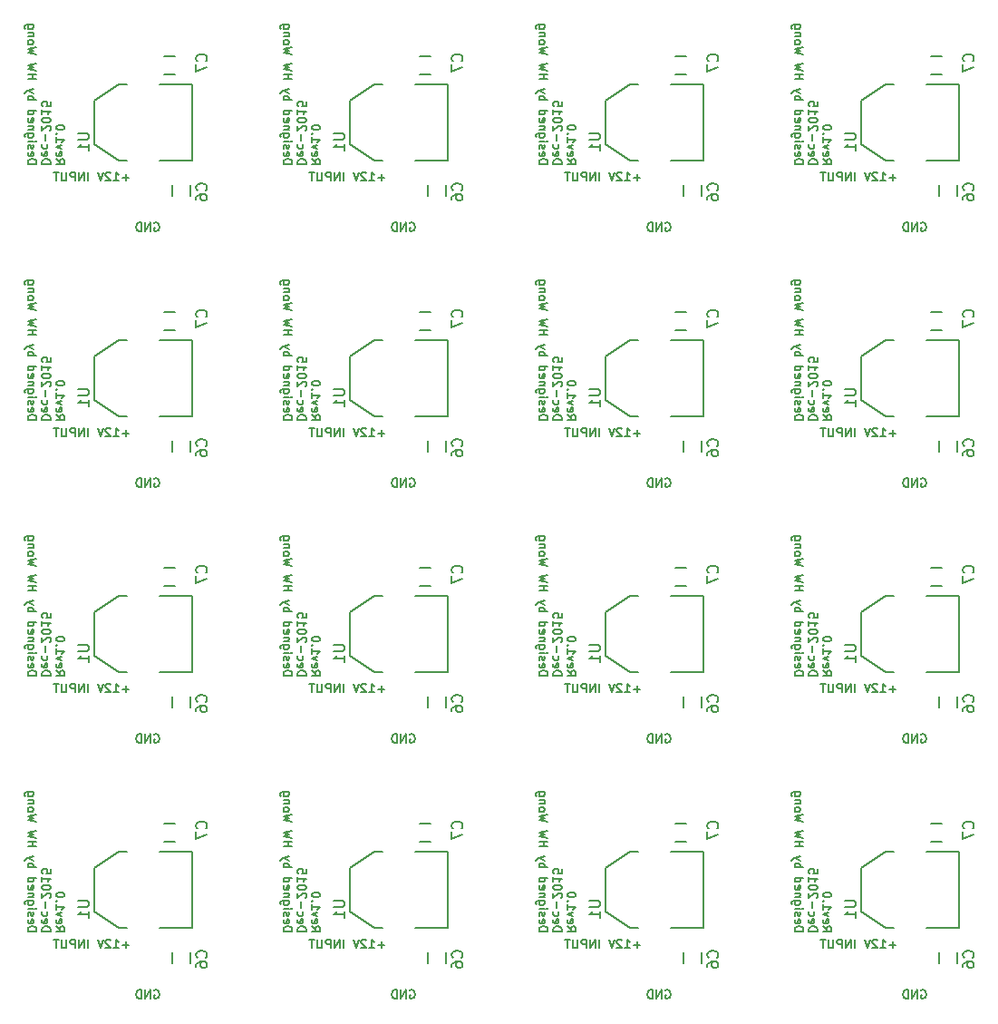
<source format=gbo>
G04 #@! TF.FileFunction,Legend,Bot*
%FSLAX46Y46*%
G04 Gerber Fmt 4.6, Leading zero omitted, Abs format (unit mm)*
G04 Created by KiCad (PCBNEW 4.0.1-2.201512121406+6195~38~ubuntu15.10.1-stable) date Monday, December 14, 2015 PM10:34:12 HKT*
%MOMM*%
G01*
G04 APERTURE LIST*
%ADD10C,0.100000*%
%ADD11C,0.200000*%
%ADD12C,0.150000*%
G04 APERTURE END LIST*
D10*
D11*
X84473619Y5276857D02*
X83864095Y5276857D01*
X84168857Y4972095D02*
X84168857Y5581619D01*
X83064095Y4972095D02*
X83521238Y4972095D01*
X83292667Y4972095D02*
X83292667Y5772095D01*
X83368857Y5657810D01*
X83445048Y5581619D01*
X83521238Y5543524D01*
X82759333Y5695905D02*
X82721238Y5734000D01*
X82645047Y5772095D01*
X82454571Y5772095D01*
X82378381Y5734000D01*
X82340285Y5695905D01*
X82302190Y5619714D01*
X82302190Y5543524D01*
X82340285Y5429238D01*
X82797428Y4972095D01*
X82302190Y4972095D01*
X82073619Y5772095D02*
X81806952Y4972095D01*
X81540285Y5772095D01*
X80664095Y4972095D02*
X80664095Y5772095D01*
X80283143Y4972095D02*
X80283143Y5772095D01*
X79826000Y4972095D01*
X79826000Y5772095D01*
X79445048Y4972095D02*
X79445048Y5772095D01*
X79140286Y5772095D01*
X79064095Y5734000D01*
X79026000Y5695905D01*
X78987905Y5619714D01*
X78987905Y5505429D01*
X79026000Y5429238D01*
X79064095Y5391143D01*
X79140286Y5353048D01*
X79445048Y5353048D01*
X78645048Y5772095D02*
X78645048Y5124476D01*
X78606953Y5048286D01*
X78568857Y5010190D01*
X78492667Y4972095D01*
X78340286Y4972095D01*
X78264095Y5010190D01*
X78226000Y5048286D01*
X78187905Y5124476D01*
X78187905Y5772095D01*
X77921239Y5772095D02*
X77464096Y5772095D01*
X77692667Y4972095D02*
X77692667Y5772095D01*
X86842523Y1035000D02*
X86918714Y1073095D01*
X87032999Y1073095D01*
X87147285Y1035000D01*
X87223476Y958810D01*
X87261571Y882619D01*
X87299666Y730238D01*
X87299666Y615952D01*
X87261571Y463571D01*
X87223476Y387381D01*
X87147285Y311190D01*
X87032999Y273095D01*
X86956809Y273095D01*
X86842523Y311190D01*
X86804428Y349286D01*
X86804428Y615952D01*
X86956809Y615952D01*
X86461571Y273095D02*
X86461571Y1073095D01*
X86004428Y273095D01*
X86004428Y1073095D01*
X85623476Y273095D02*
X85623476Y1073095D01*
X85433000Y1073095D01*
X85318714Y1035000D01*
X85242523Y958810D01*
X85204428Y882619D01*
X85166333Y730238D01*
X85166333Y615952D01*
X85204428Y463571D01*
X85242523Y387381D01*
X85318714Y311190D01*
X85433000Y273095D01*
X85623476Y273095D01*
X77666095Y6997619D02*
X78047048Y6730952D01*
X77666095Y6540476D02*
X78466095Y6540476D01*
X78466095Y6845238D01*
X78428000Y6921429D01*
X78389905Y6959524D01*
X78313714Y6997619D01*
X78199429Y6997619D01*
X78123238Y6959524D01*
X78085143Y6921429D01*
X78047048Y6845238D01*
X78047048Y6540476D01*
X77704190Y7645238D02*
X77666095Y7569048D01*
X77666095Y7416667D01*
X77704190Y7340476D01*
X77780381Y7302381D01*
X78085143Y7302381D01*
X78161333Y7340476D01*
X78199429Y7416667D01*
X78199429Y7569048D01*
X78161333Y7645238D01*
X78085143Y7683333D01*
X78008952Y7683333D01*
X77932762Y7302381D01*
X78199429Y7950000D02*
X77666095Y8140476D01*
X78199429Y8330952D01*
X77666095Y9054762D02*
X77666095Y8597619D01*
X77666095Y8826190D02*
X78466095Y8826190D01*
X78351810Y8750000D01*
X78275619Y8673809D01*
X78237524Y8597619D01*
X77742286Y9397619D02*
X77704190Y9435714D01*
X77666095Y9397619D01*
X77704190Y9359524D01*
X77742286Y9397619D01*
X77666095Y9397619D01*
X78466095Y9930952D02*
X78466095Y10007143D01*
X78428000Y10083333D01*
X78389905Y10121428D01*
X78313714Y10159524D01*
X78161333Y10197619D01*
X77970857Y10197619D01*
X77818476Y10159524D01*
X77742286Y10121428D01*
X77704190Y10083333D01*
X77666095Y10007143D01*
X77666095Y9930952D01*
X77704190Y9854762D01*
X77742286Y9816666D01*
X77818476Y9778571D01*
X77970857Y9740476D01*
X78161333Y9740476D01*
X78313714Y9778571D01*
X78389905Y9816666D01*
X78428000Y9854762D01*
X78466095Y9930952D01*
X76346095Y6540476D02*
X77146095Y6540476D01*
X77146095Y6730952D01*
X77108000Y6845238D01*
X77031810Y6921429D01*
X76955619Y6959524D01*
X76803238Y6997619D01*
X76688952Y6997619D01*
X76536571Y6959524D01*
X76460381Y6921429D01*
X76384190Y6845238D01*
X76346095Y6730952D01*
X76346095Y6540476D01*
X76384190Y7645238D02*
X76346095Y7569048D01*
X76346095Y7416667D01*
X76384190Y7340476D01*
X76460381Y7302381D01*
X76765143Y7302381D01*
X76841333Y7340476D01*
X76879429Y7416667D01*
X76879429Y7569048D01*
X76841333Y7645238D01*
X76765143Y7683333D01*
X76688952Y7683333D01*
X76612762Y7302381D01*
X76384190Y8369047D02*
X76346095Y8292857D01*
X76346095Y8140476D01*
X76384190Y8064285D01*
X76422286Y8026190D01*
X76498476Y7988095D01*
X76727048Y7988095D01*
X76803238Y8026190D01*
X76841333Y8064285D01*
X76879429Y8140476D01*
X76879429Y8292857D01*
X76841333Y8369047D01*
X76650857Y8711904D02*
X76650857Y9321428D01*
X77069905Y9664285D02*
X77108000Y9702380D01*
X77146095Y9778571D01*
X77146095Y9969047D01*
X77108000Y10045237D01*
X77069905Y10083333D01*
X76993714Y10121428D01*
X76917524Y10121428D01*
X76803238Y10083333D01*
X76346095Y9626190D01*
X76346095Y10121428D01*
X77146095Y10616666D02*
X77146095Y10692857D01*
X77108000Y10769047D01*
X77069905Y10807142D01*
X76993714Y10845238D01*
X76841333Y10883333D01*
X76650857Y10883333D01*
X76498476Y10845238D01*
X76422286Y10807142D01*
X76384190Y10769047D01*
X76346095Y10692857D01*
X76346095Y10616666D01*
X76384190Y10540476D01*
X76422286Y10502380D01*
X76498476Y10464285D01*
X76650857Y10426190D01*
X76841333Y10426190D01*
X76993714Y10464285D01*
X77069905Y10502380D01*
X77108000Y10540476D01*
X77146095Y10616666D01*
X76346095Y11645238D02*
X76346095Y11188095D01*
X76346095Y11416666D02*
X77146095Y11416666D01*
X77031810Y11340476D01*
X76955619Y11264285D01*
X76917524Y11188095D01*
X77146095Y12369048D02*
X77146095Y11988095D01*
X76765143Y11950000D01*
X76803238Y11988095D01*
X76841333Y12064286D01*
X76841333Y12254762D01*
X76803238Y12330952D01*
X76765143Y12369048D01*
X76688952Y12407143D01*
X76498476Y12407143D01*
X76422286Y12369048D01*
X76384190Y12330952D01*
X76346095Y12254762D01*
X76346095Y12064286D01*
X76384190Y11988095D01*
X76422286Y11950000D01*
X75026095Y6540476D02*
X75826095Y6540476D01*
X75826095Y6730952D01*
X75788000Y6845238D01*
X75711810Y6921429D01*
X75635619Y6959524D01*
X75483238Y6997619D01*
X75368952Y6997619D01*
X75216571Y6959524D01*
X75140381Y6921429D01*
X75064190Y6845238D01*
X75026095Y6730952D01*
X75026095Y6540476D01*
X75064190Y7645238D02*
X75026095Y7569048D01*
X75026095Y7416667D01*
X75064190Y7340476D01*
X75140381Y7302381D01*
X75445143Y7302381D01*
X75521333Y7340476D01*
X75559429Y7416667D01*
X75559429Y7569048D01*
X75521333Y7645238D01*
X75445143Y7683333D01*
X75368952Y7683333D01*
X75292762Y7302381D01*
X75064190Y7988095D02*
X75026095Y8064285D01*
X75026095Y8216666D01*
X75064190Y8292857D01*
X75140381Y8330952D01*
X75178476Y8330952D01*
X75254667Y8292857D01*
X75292762Y8216666D01*
X75292762Y8102381D01*
X75330857Y8026190D01*
X75407048Y7988095D01*
X75445143Y7988095D01*
X75521333Y8026190D01*
X75559429Y8102381D01*
X75559429Y8216666D01*
X75521333Y8292857D01*
X75026095Y8673809D02*
X75559429Y8673809D01*
X75826095Y8673809D02*
X75788000Y8635714D01*
X75749905Y8673809D01*
X75788000Y8711904D01*
X75826095Y8673809D01*
X75749905Y8673809D01*
X75559429Y9397618D02*
X74911810Y9397618D01*
X74835619Y9359523D01*
X74797524Y9321428D01*
X74759429Y9245237D01*
X74759429Y9130952D01*
X74797524Y9054761D01*
X75064190Y9397618D02*
X75026095Y9321428D01*
X75026095Y9169047D01*
X75064190Y9092856D01*
X75102286Y9054761D01*
X75178476Y9016666D01*
X75407048Y9016666D01*
X75483238Y9054761D01*
X75521333Y9092856D01*
X75559429Y9169047D01*
X75559429Y9321428D01*
X75521333Y9397618D01*
X75559429Y9778571D02*
X75026095Y9778571D01*
X75483238Y9778571D02*
X75521333Y9816666D01*
X75559429Y9892857D01*
X75559429Y10007143D01*
X75521333Y10083333D01*
X75445143Y10121428D01*
X75026095Y10121428D01*
X75064190Y10807143D02*
X75026095Y10730953D01*
X75026095Y10578572D01*
X75064190Y10502381D01*
X75140381Y10464286D01*
X75445143Y10464286D01*
X75521333Y10502381D01*
X75559429Y10578572D01*
X75559429Y10730953D01*
X75521333Y10807143D01*
X75445143Y10845238D01*
X75368952Y10845238D01*
X75292762Y10464286D01*
X75026095Y11530952D02*
X75826095Y11530952D01*
X75064190Y11530952D02*
X75026095Y11454762D01*
X75026095Y11302381D01*
X75064190Y11226190D01*
X75102286Y11188095D01*
X75178476Y11150000D01*
X75407048Y11150000D01*
X75483238Y11188095D01*
X75521333Y11226190D01*
X75559429Y11302381D01*
X75559429Y11454762D01*
X75521333Y11530952D01*
X75026095Y12521429D02*
X75826095Y12521429D01*
X75521333Y12521429D02*
X75559429Y12597620D01*
X75559429Y12750001D01*
X75521333Y12826191D01*
X75483238Y12864286D01*
X75407048Y12902382D01*
X75178476Y12902382D01*
X75102286Y12864286D01*
X75064190Y12826191D01*
X75026095Y12750001D01*
X75026095Y12597620D01*
X75064190Y12521429D01*
X75559429Y13169049D02*
X75026095Y13359525D01*
X75559429Y13550001D02*
X75026095Y13359525D01*
X74835619Y13283334D01*
X74797524Y13245239D01*
X74759429Y13169049D01*
X75026095Y14464287D02*
X75826095Y14464287D01*
X75445143Y14464287D02*
X75445143Y14921430D01*
X75026095Y14921430D02*
X75826095Y14921430D01*
X75826095Y15226192D02*
X75026095Y15416668D01*
X75597524Y15569049D01*
X75026095Y15721430D01*
X75826095Y15911906D01*
X75826095Y16750002D02*
X75026095Y16940478D01*
X75597524Y17092859D01*
X75026095Y17245240D01*
X75826095Y17435716D01*
X75026095Y17854764D02*
X75064190Y17778573D01*
X75102286Y17740478D01*
X75178476Y17702383D01*
X75407048Y17702383D01*
X75483238Y17740478D01*
X75521333Y17778573D01*
X75559429Y17854764D01*
X75559429Y17969050D01*
X75521333Y18045240D01*
X75483238Y18083335D01*
X75407048Y18121431D01*
X75178476Y18121431D01*
X75102286Y18083335D01*
X75064190Y18045240D01*
X75026095Y17969050D01*
X75026095Y17854764D01*
X75559429Y18464288D02*
X75026095Y18464288D01*
X75483238Y18464288D02*
X75521333Y18502383D01*
X75559429Y18578574D01*
X75559429Y18692860D01*
X75521333Y18769050D01*
X75445143Y18807145D01*
X75026095Y18807145D01*
X75559429Y19530955D02*
X74911810Y19530955D01*
X74835619Y19492860D01*
X74797524Y19454765D01*
X74759429Y19378574D01*
X74759429Y19264289D01*
X74797524Y19188098D01*
X75064190Y19530955D02*
X75026095Y19454765D01*
X75026095Y19302384D01*
X75064190Y19226193D01*
X75102286Y19188098D01*
X75178476Y19150003D01*
X75407048Y19150003D01*
X75483238Y19188098D01*
X75521333Y19226193D01*
X75559429Y19302384D01*
X75559429Y19454765D01*
X75521333Y19530955D01*
X84473619Y29152857D02*
X83864095Y29152857D01*
X84168857Y28848095D02*
X84168857Y29457619D01*
X83064095Y28848095D02*
X83521238Y28848095D01*
X83292667Y28848095D02*
X83292667Y29648095D01*
X83368857Y29533810D01*
X83445048Y29457619D01*
X83521238Y29419524D01*
X82759333Y29571905D02*
X82721238Y29610000D01*
X82645047Y29648095D01*
X82454571Y29648095D01*
X82378381Y29610000D01*
X82340285Y29571905D01*
X82302190Y29495714D01*
X82302190Y29419524D01*
X82340285Y29305238D01*
X82797428Y28848095D01*
X82302190Y28848095D01*
X82073619Y29648095D02*
X81806952Y28848095D01*
X81540285Y29648095D01*
X80664095Y28848095D02*
X80664095Y29648095D01*
X80283143Y28848095D02*
X80283143Y29648095D01*
X79826000Y28848095D01*
X79826000Y29648095D01*
X79445048Y28848095D02*
X79445048Y29648095D01*
X79140286Y29648095D01*
X79064095Y29610000D01*
X79026000Y29571905D01*
X78987905Y29495714D01*
X78987905Y29381429D01*
X79026000Y29305238D01*
X79064095Y29267143D01*
X79140286Y29229048D01*
X79445048Y29229048D01*
X78645048Y29648095D02*
X78645048Y29000476D01*
X78606953Y28924286D01*
X78568857Y28886190D01*
X78492667Y28848095D01*
X78340286Y28848095D01*
X78264095Y28886190D01*
X78226000Y28924286D01*
X78187905Y29000476D01*
X78187905Y29648095D01*
X77921239Y29648095D02*
X77464096Y29648095D01*
X77692667Y28848095D02*
X77692667Y29648095D01*
X86842523Y24911000D02*
X86918714Y24949095D01*
X87032999Y24949095D01*
X87147285Y24911000D01*
X87223476Y24834810D01*
X87261571Y24758619D01*
X87299666Y24606238D01*
X87299666Y24491952D01*
X87261571Y24339571D01*
X87223476Y24263381D01*
X87147285Y24187190D01*
X87032999Y24149095D01*
X86956809Y24149095D01*
X86842523Y24187190D01*
X86804428Y24225286D01*
X86804428Y24491952D01*
X86956809Y24491952D01*
X86461571Y24149095D02*
X86461571Y24949095D01*
X86004428Y24149095D01*
X86004428Y24949095D01*
X85623476Y24149095D02*
X85623476Y24949095D01*
X85433000Y24949095D01*
X85318714Y24911000D01*
X85242523Y24834810D01*
X85204428Y24758619D01*
X85166333Y24606238D01*
X85166333Y24491952D01*
X85204428Y24339571D01*
X85242523Y24263381D01*
X85318714Y24187190D01*
X85433000Y24149095D01*
X85623476Y24149095D01*
X77666095Y30873619D02*
X78047048Y30606952D01*
X77666095Y30416476D02*
X78466095Y30416476D01*
X78466095Y30721238D01*
X78428000Y30797429D01*
X78389905Y30835524D01*
X78313714Y30873619D01*
X78199429Y30873619D01*
X78123238Y30835524D01*
X78085143Y30797429D01*
X78047048Y30721238D01*
X78047048Y30416476D01*
X77704190Y31521238D02*
X77666095Y31445048D01*
X77666095Y31292667D01*
X77704190Y31216476D01*
X77780381Y31178381D01*
X78085143Y31178381D01*
X78161333Y31216476D01*
X78199429Y31292667D01*
X78199429Y31445048D01*
X78161333Y31521238D01*
X78085143Y31559333D01*
X78008952Y31559333D01*
X77932762Y31178381D01*
X78199429Y31826000D02*
X77666095Y32016476D01*
X78199429Y32206952D01*
X77666095Y32930762D02*
X77666095Y32473619D01*
X77666095Y32702190D02*
X78466095Y32702190D01*
X78351810Y32626000D01*
X78275619Y32549809D01*
X78237524Y32473619D01*
X77742286Y33273619D02*
X77704190Y33311714D01*
X77666095Y33273619D01*
X77704190Y33235524D01*
X77742286Y33273619D01*
X77666095Y33273619D01*
X78466095Y33806952D02*
X78466095Y33883143D01*
X78428000Y33959333D01*
X78389905Y33997428D01*
X78313714Y34035524D01*
X78161333Y34073619D01*
X77970857Y34073619D01*
X77818476Y34035524D01*
X77742286Y33997428D01*
X77704190Y33959333D01*
X77666095Y33883143D01*
X77666095Y33806952D01*
X77704190Y33730762D01*
X77742286Y33692666D01*
X77818476Y33654571D01*
X77970857Y33616476D01*
X78161333Y33616476D01*
X78313714Y33654571D01*
X78389905Y33692666D01*
X78428000Y33730762D01*
X78466095Y33806952D01*
X76346095Y30416476D02*
X77146095Y30416476D01*
X77146095Y30606952D01*
X77108000Y30721238D01*
X77031810Y30797429D01*
X76955619Y30835524D01*
X76803238Y30873619D01*
X76688952Y30873619D01*
X76536571Y30835524D01*
X76460381Y30797429D01*
X76384190Y30721238D01*
X76346095Y30606952D01*
X76346095Y30416476D01*
X76384190Y31521238D02*
X76346095Y31445048D01*
X76346095Y31292667D01*
X76384190Y31216476D01*
X76460381Y31178381D01*
X76765143Y31178381D01*
X76841333Y31216476D01*
X76879429Y31292667D01*
X76879429Y31445048D01*
X76841333Y31521238D01*
X76765143Y31559333D01*
X76688952Y31559333D01*
X76612762Y31178381D01*
X76384190Y32245047D02*
X76346095Y32168857D01*
X76346095Y32016476D01*
X76384190Y31940285D01*
X76422286Y31902190D01*
X76498476Y31864095D01*
X76727048Y31864095D01*
X76803238Y31902190D01*
X76841333Y31940285D01*
X76879429Y32016476D01*
X76879429Y32168857D01*
X76841333Y32245047D01*
X76650857Y32587904D02*
X76650857Y33197428D01*
X77069905Y33540285D02*
X77108000Y33578380D01*
X77146095Y33654571D01*
X77146095Y33845047D01*
X77108000Y33921237D01*
X77069905Y33959333D01*
X76993714Y33997428D01*
X76917524Y33997428D01*
X76803238Y33959333D01*
X76346095Y33502190D01*
X76346095Y33997428D01*
X77146095Y34492666D02*
X77146095Y34568857D01*
X77108000Y34645047D01*
X77069905Y34683142D01*
X76993714Y34721238D01*
X76841333Y34759333D01*
X76650857Y34759333D01*
X76498476Y34721238D01*
X76422286Y34683142D01*
X76384190Y34645047D01*
X76346095Y34568857D01*
X76346095Y34492666D01*
X76384190Y34416476D01*
X76422286Y34378380D01*
X76498476Y34340285D01*
X76650857Y34302190D01*
X76841333Y34302190D01*
X76993714Y34340285D01*
X77069905Y34378380D01*
X77108000Y34416476D01*
X77146095Y34492666D01*
X76346095Y35521238D02*
X76346095Y35064095D01*
X76346095Y35292666D02*
X77146095Y35292666D01*
X77031810Y35216476D01*
X76955619Y35140285D01*
X76917524Y35064095D01*
X77146095Y36245048D02*
X77146095Y35864095D01*
X76765143Y35826000D01*
X76803238Y35864095D01*
X76841333Y35940286D01*
X76841333Y36130762D01*
X76803238Y36206952D01*
X76765143Y36245048D01*
X76688952Y36283143D01*
X76498476Y36283143D01*
X76422286Y36245048D01*
X76384190Y36206952D01*
X76346095Y36130762D01*
X76346095Y35940286D01*
X76384190Y35864095D01*
X76422286Y35826000D01*
X75026095Y30416476D02*
X75826095Y30416476D01*
X75826095Y30606952D01*
X75788000Y30721238D01*
X75711810Y30797429D01*
X75635619Y30835524D01*
X75483238Y30873619D01*
X75368952Y30873619D01*
X75216571Y30835524D01*
X75140381Y30797429D01*
X75064190Y30721238D01*
X75026095Y30606952D01*
X75026095Y30416476D01*
X75064190Y31521238D02*
X75026095Y31445048D01*
X75026095Y31292667D01*
X75064190Y31216476D01*
X75140381Y31178381D01*
X75445143Y31178381D01*
X75521333Y31216476D01*
X75559429Y31292667D01*
X75559429Y31445048D01*
X75521333Y31521238D01*
X75445143Y31559333D01*
X75368952Y31559333D01*
X75292762Y31178381D01*
X75064190Y31864095D02*
X75026095Y31940285D01*
X75026095Y32092666D01*
X75064190Y32168857D01*
X75140381Y32206952D01*
X75178476Y32206952D01*
X75254667Y32168857D01*
X75292762Y32092666D01*
X75292762Y31978381D01*
X75330857Y31902190D01*
X75407048Y31864095D01*
X75445143Y31864095D01*
X75521333Y31902190D01*
X75559429Y31978381D01*
X75559429Y32092666D01*
X75521333Y32168857D01*
X75026095Y32549809D02*
X75559429Y32549809D01*
X75826095Y32549809D02*
X75788000Y32511714D01*
X75749905Y32549809D01*
X75788000Y32587904D01*
X75826095Y32549809D01*
X75749905Y32549809D01*
X75559429Y33273618D02*
X74911810Y33273618D01*
X74835619Y33235523D01*
X74797524Y33197428D01*
X74759429Y33121237D01*
X74759429Y33006952D01*
X74797524Y32930761D01*
X75064190Y33273618D02*
X75026095Y33197428D01*
X75026095Y33045047D01*
X75064190Y32968856D01*
X75102286Y32930761D01*
X75178476Y32892666D01*
X75407048Y32892666D01*
X75483238Y32930761D01*
X75521333Y32968856D01*
X75559429Y33045047D01*
X75559429Y33197428D01*
X75521333Y33273618D01*
X75559429Y33654571D02*
X75026095Y33654571D01*
X75483238Y33654571D02*
X75521333Y33692666D01*
X75559429Y33768857D01*
X75559429Y33883143D01*
X75521333Y33959333D01*
X75445143Y33997428D01*
X75026095Y33997428D01*
X75064190Y34683143D02*
X75026095Y34606953D01*
X75026095Y34454572D01*
X75064190Y34378381D01*
X75140381Y34340286D01*
X75445143Y34340286D01*
X75521333Y34378381D01*
X75559429Y34454572D01*
X75559429Y34606953D01*
X75521333Y34683143D01*
X75445143Y34721238D01*
X75368952Y34721238D01*
X75292762Y34340286D01*
X75026095Y35406952D02*
X75826095Y35406952D01*
X75064190Y35406952D02*
X75026095Y35330762D01*
X75026095Y35178381D01*
X75064190Y35102190D01*
X75102286Y35064095D01*
X75178476Y35026000D01*
X75407048Y35026000D01*
X75483238Y35064095D01*
X75521333Y35102190D01*
X75559429Y35178381D01*
X75559429Y35330762D01*
X75521333Y35406952D01*
X75026095Y36397429D02*
X75826095Y36397429D01*
X75521333Y36397429D02*
X75559429Y36473620D01*
X75559429Y36626001D01*
X75521333Y36702191D01*
X75483238Y36740286D01*
X75407048Y36778382D01*
X75178476Y36778382D01*
X75102286Y36740286D01*
X75064190Y36702191D01*
X75026095Y36626001D01*
X75026095Y36473620D01*
X75064190Y36397429D01*
X75559429Y37045049D02*
X75026095Y37235525D01*
X75559429Y37426001D02*
X75026095Y37235525D01*
X74835619Y37159334D01*
X74797524Y37121239D01*
X74759429Y37045049D01*
X75026095Y38340287D02*
X75826095Y38340287D01*
X75445143Y38340287D02*
X75445143Y38797430D01*
X75026095Y38797430D02*
X75826095Y38797430D01*
X75826095Y39102192D02*
X75026095Y39292668D01*
X75597524Y39445049D01*
X75026095Y39597430D01*
X75826095Y39787906D01*
X75826095Y40626002D02*
X75026095Y40816478D01*
X75597524Y40968859D01*
X75026095Y41121240D01*
X75826095Y41311716D01*
X75026095Y41730764D02*
X75064190Y41654573D01*
X75102286Y41616478D01*
X75178476Y41578383D01*
X75407048Y41578383D01*
X75483238Y41616478D01*
X75521333Y41654573D01*
X75559429Y41730764D01*
X75559429Y41845050D01*
X75521333Y41921240D01*
X75483238Y41959335D01*
X75407048Y41997431D01*
X75178476Y41997431D01*
X75102286Y41959335D01*
X75064190Y41921240D01*
X75026095Y41845050D01*
X75026095Y41730764D01*
X75559429Y42340288D02*
X75026095Y42340288D01*
X75483238Y42340288D02*
X75521333Y42378383D01*
X75559429Y42454574D01*
X75559429Y42568860D01*
X75521333Y42645050D01*
X75445143Y42683145D01*
X75026095Y42683145D01*
X75559429Y43406955D02*
X74911810Y43406955D01*
X74835619Y43368860D01*
X74797524Y43330765D01*
X74759429Y43254574D01*
X74759429Y43140289D01*
X74797524Y43064098D01*
X75064190Y43406955D02*
X75026095Y43330765D01*
X75026095Y43178384D01*
X75064190Y43102193D01*
X75102286Y43064098D01*
X75178476Y43026003D01*
X75407048Y43026003D01*
X75483238Y43064098D01*
X75521333Y43102193D01*
X75559429Y43178384D01*
X75559429Y43330765D01*
X75521333Y43406955D01*
X84473619Y53028857D02*
X83864095Y53028857D01*
X84168857Y52724095D02*
X84168857Y53333619D01*
X83064095Y52724095D02*
X83521238Y52724095D01*
X83292667Y52724095D02*
X83292667Y53524095D01*
X83368857Y53409810D01*
X83445048Y53333619D01*
X83521238Y53295524D01*
X82759333Y53447905D02*
X82721238Y53486000D01*
X82645047Y53524095D01*
X82454571Y53524095D01*
X82378381Y53486000D01*
X82340285Y53447905D01*
X82302190Y53371714D01*
X82302190Y53295524D01*
X82340285Y53181238D01*
X82797428Y52724095D01*
X82302190Y52724095D01*
X82073619Y53524095D02*
X81806952Y52724095D01*
X81540285Y53524095D01*
X80664095Y52724095D02*
X80664095Y53524095D01*
X80283143Y52724095D02*
X80283143Y53524095D01*
X79826000Y52724095D01*
X79826000Y53524095D01*
X79445048Y52724095D02*
X79445048Y53524095D01*
X79140286Y53524095D01*
X79064095Y53486000D01*
X79026000Y53447905D01*
X78987905Y53371714D01*
X78987905Y53257429D01*
X79026000Y53181238D01*
X79064095Y53143143D01*
X79140286Y53105048D01*
X79445048Y53105048D01*
X78645048Y53524095D02*
X78645048Y52876476D01*
X78606953Y52800286D01*
X78568857Y52762190D01*
X78492667Y52724095D01*
X78340286Y52724095D01*
X78264095Y52762190D01*
X78226000Y52800286D01*
X78187905Y52876476D01*
X78187905Y53524095D01*
X77921239Y53524095D02*
X77464096Y53524095D01*
X77692667Y52724095D02*
X77692667Y53524095D01*
X86842523Y48787000D02*
X86918714Y48825095D01*
X87032999Y48825095D01*
X87147285Y48787000D01*
X87223476Y48710810D01*
X87261571Y48634619D01*
X87299666Y48482238D01*
X87299666Y48367952D01*
X87261571Y48215571D01*
X87223476Y48139381D01*
X87147285Y48063190D01*
X87032999Y48025095D01*
X86956809Y48025095D01*
X86842523Y48063190D01*
X86804428Y48101286D01*
X86804428Y48367952D01*
X86956809Y48367952D01*
X86461571Y48025095D02*
X86461571Y48825095D01*
X86004428Y48025095D01*
X86004428Y48825095D01*
X85623476Y48025095D02*
X85623476Y48825095D01*
X85433000Y48825095D01*
X85318714Y48787000D01*
X85242523Y48710810D01*
X85204428Y48634619D01*
X85166333Y48482238D01*
X85166333Y48367952D01*
X85204428Y48215571D01*
X85242523Y48139381D01*
X85318714Y48063190D01*
X85433000Y48025095D01*
X85623476Y48025095D01*
X77666095Y54749619D02*
X78047048Y54482952D01*
X77666095Y54292476D02*
X78466095Y54292476D01*
X78466095Y54597238D01*
X78428000Y54673429D01*
X78389905Y54711524D01*
X78313714Y54749619D01*
X78199429Y54749619D01*
X78123238Y54711524D01*
X78085143Y54673429D01*
X78047048Y54597238D01*
X78047048Y54292476D01*
X77704190Y55397238D02*
X77666095Y55321048D01*
X77666095Y55168667D01*
X77704190Y55092476D01*
X77780381Y55054381D01*
X78085143Y55054381D01*
X78161333Y55092476D01*
X78199429Y55168667D01*
X78199429Y55321048D01*
X78161333Y55397238D01*
X78085143Y55435333D01*
X78008952Y55435333D01*
X77932762Y55054381D01*
X78199429Y55702000D02*
X77666095Y55892476D01*
X78199429Y56082952D01*
X77666095Y56806762D02*
X77666095Y56349619D01*
X77666095Y56578190D02*
X78466095Y56578190D01*
X78351810Y56502000D01*
X78275619Y56425809D01*
X78237524Y56349619D01*
X77742286Y57149619D02*
X77704190Y57187714D01*
X77666095Y57149619D01*
X77704190Y57111524D01*
X77742286Y57149619D01*
X77666095Y57149619D01*
X78466095Y57682952D02*
X78466095Y57759143D01*
X78428000Y57835333D01*
X78389905Y57873428D01*
X78313714Y57911524D01*
X78161333Y57949619D01*
X77970857Y57949619D01*
X77818476Y57911524D01*
X77742286Y57873428D01*
X77704190Y57835333D01*
X77666095Y57759143D01*
X77666095Y57682952D01*
X77704190Y57606762D01*
X77742286Y57568666D01*
X77818476Y57530571D01*
X77970857Y57492476D01*
X78161333Y57492476D01*
X78313714Y57530571D01*
X78389905Y57568666D01*
X78428000Y57606762D01*
X78466095Y57682952D01*
X76346095Y54292476D02*
X77146095Y54292476D01*
X77146095Y54482952D01*
X77108000Y54597238D01*
X77031810Y54673429D01*
X76955619Y54711524D01*
X76803238Y54749619D01*
X76688952Y54749619D01*
X76536571Y54711524D01*
X76460381Y54673429D01*
X76384190Y54597238D01*
X76346095Y54482952D01*
X76346095Y54292476D01*
X76384190Y55397238D02*
X76346095Y55321048D01*
X76346095Y55168667D01*
X76384190Y55092476D01*
X76460381Y55054381D01*
X76765143Y55054381D01*
X76841333Y55092476D01*
X76879429Y55168667D01*
X76879429Y55321048D01*
X76841333Y55397238D01*
X76765143Y55435333D01*
X76688952Y55435333D01*
X76612762Y55054381D01*
X76384190Y56121047D02*
X76346095Y56044857D01*
X76346095Y55892476D01*
X76384190Y55816285D01*
X76422286Y55778190D01*
X76498476Y55740095D01*
X76727048Y55740095D01*
X76803238Y55778190D01*
X76841333Y55816285D01*
X76879429Y55892476D01*
X76879429Y56044857D01*
X76841333Y56121047D01*
X76650857Y56463904D02*
X76650857Y57073428D01*
X77069905Y57416285D02*
X77108000Y57454380D01*
X77146095Y57530571D01*
X77146095Y57721047D01*
X77108000Y57797237D01*
X77069905Y57835333D01*
X76993714Y57873428D01*
X76917524Y57873428D01*
X76803238Y57835333D01*
X76346095Y57378190D01*
X76346095Y57873428D01*
X77146095Y58368666D02*
X77146095Y58444857D01*
X77108000Y58521047D01*
X77069905Y58559142D01*
X76993714Y58597238D01*
X76841333Y58635333D01*
X76650857Y58635333D01*
X76498476Y58597238D01*
X76422286Y58559142D01*
X76384190Y58521047D01*
X76346095Y58444857D01*
X76346095Y58368666D01*
X76384190Y58292476D01*
X76422286Y58254380D01*
X76498476Y58216285D01*
X76650857Y58178190D01*
X76841333Y58178190D01*
X76993714Y58216285D01*
X77069905Y58254380D01*
X77108000Y58292476D01*
X77146095Y58368666D01*
X76346095Y59397238D02*
X76346095Y58940095D01*
X76346095Y59168666D02*
X77146095Y59168666D01*
X77031810Y59092476D01*
X76955619Y59016285D01*
X76917524Y58940095D01*
X77146095Y60121048D02*
X77146095Y59740095D01*
X76765143Y59702000D01*
X76803238Y59740095D01*
X76841333Y59816286D01*
X76841333Y60006762D01*
X76803238Y60082952D01*
X76765143Y60121048D01*
X76688952Y60159143D01*
X76498476Y60159143D01*
X76422286Y60121048D01*
X76384190Y60082952D01*
X76346095Y60006762D01*
X76346095Y59816286D01*
X76384190Y59740095D01*
X76422286Y59702000D01*
X75026095Y54292476D02*
X75826095Y54292476D01*
X75826095Y54482952D01*
X75788000Y54597238D01*
X75711810Y54673429D01*
X75635619Y54711524D01*
X75483238Y54749619D01*
X75368952Y54749619D01*
X75216571Y54711524D01*
X75140381Y54673429D01*
X75064190Y54597238D01*
X75026095Y54482952D01*
X75026095Y54292476D01*
X75064190Y55397238D02*
X75026095Y55321048D01*
X75026095Y55168667D01*
X75064190Y55092476D01*
X75140381Y55054381D01*
X75445143Y55054381D01*
X75521333Y55092476D01*
X75559429Y55168667D01*
X75559429Y55321048D01*
X75521333Y55397238D01*
X75445143Y55435333D01*
X75368952Y55435333D01*
X75292762Y55054381D01*
X75064190Y55740095D02*
X75026095Y55816285D01*
X75026095Y55968666D01*
X75064190Y56044857D01*
X75140381Y56082952D01*
X75178476Y56082952D01*
X75254667Y56044857D01*
X75292762Y55968666D01*
X75292762Y55854381D01*
X75330857Y55778190D01*
X75407048Y55740095D01*
X75445143Y55740095D01*
X75521333Y55778190D01*
X75559429Y55854381D01*
X75559429Y55968666D01*
X75521333Y56044857D01*
X75026095Y56425809D02*
X75559429Y56425809D01*
X75826095Y56425809D02*
X75788000Y56387714D01*
X75749905Y56425809D01*
X75788000Y56463904D01*
X75826095Y56425809D01*
X75749905Y56425809D01*
X75559429Y57149618D02*
X74911810Y57149618D01*
X74835619Y57111523D01*
X74797524Y57073428D01*
X74759429Y56997237D01*
X74759429Y56882952D01*
X74797524Y56806761D01*
X75064190Y57149618D02*
X75026095Y57073428D01*
X75026095Y56921047D01*
X75064190Y56844856D01*
X75102286Y56806761D01*
X75178476Y56768666D01*
X75407048Y56768666D01*
X75483238Y56806761D01*
X75521333Y56844856D01*
X75559429Y56921047D01*
X75559429Y57073428D01*
X75521333Y57149618D01*
X75559429Y57530571D02*
X75026095Y57530571D01*
X75483238Y57530571D02*
X75521333Y57568666D01*
X75559429Y57644857D01*
X75559429Y57759143D01*
X75521333Y57835333D01*
X75445143Y57873428D01*
X75026095Y57873428D01*
X75064190Y58559143D02*
X75026095Y58482953D01*
X75026095Y58330572D01*
X75064190Y58254381D01*
X75140381Y58216286D01*
X75445143Y58216286D01*
X75521333Y58254381D01*
X75559429Y58330572D01*
X75559429Y58482953D01*
X75521333Y58559143D01*
X75445143Y58597238D01*
X75368952Y58597238D01*
X75292762Y58216286D01*
X75026095Y59282952D02*
X75826095Y59282952D01*
X75064190Y59282952D02*
X75026095Y59206762D01*
X75026095Y59054381D01*
X75064190Y58978190D01*
X75102286Y58940095D01*
X75178476Y58902000D01*
X75407048Y58902000D01*
X75483238Y58940095D01*
X75521333Y58978190D01*
X75559429Y59054381D01*
X75559429Y59206762D01*
X75521333Y59282952D01*
X75026095Y60273429D02*
X75826095Y60273429D01*
X75521333Y60273429D02*
X75559429Y60349620D01*
X75559429Y60502001D01*
X75521333Y60578191D01*
X75483238Y60616286D01*
X75407048Y60654382D01*
X75178476Y60654382D01*
X75102286Y60616286D01*
X75064190Y60578191D01*
X75026095Y60502001D01*
X75026095Y60349620D01*
X75064190Y60273429D01*
X75559429Y60921049D02*
X75026095Y61111525D01*
X75559429Y61302001D02*
X75026095Y61111525D01*
X74835619Y61035334D01*
X74797524Y60997239D01*
X74759429Y60921049D01*
X75026095Y62216287D02*
X75826095Y62216287D01*
X75445143Y62216287D02*
X75445143Y62673430D01*
X75026095Y62673430D02*
X75826095Y62673430D01*
X75826095Y62978192D02*
X75026095Y63168668D01*
X75597524Y63321049D01*
X75026095Y63473430D01*
X75826095Y63663906D01*
X75826095Y64502002D02*
X75026095Y64692478D01*
X75597524Y64844859D01*
X75026095Y64997240D01*
X75826095Y65187716D01*
X75026095Y65606764D02*
X75064190Y65530573D01*
X75102286Y65492478D01*
X75178476Y65454383D01*
X75407048Y65454383D01*
X75483238Y65492478D01*
X75521333Y65530573D01*
X75559429Y65606764D01*
X75559429Y65721050D01*
X75521333Y65797240D01*
X75483238Y65835335D01*
X75407048Y65873431D01*
X75178476Y65873431D01*
X75102286Y65835335D01*
X75064190Y65797240D01*
X75026095Y65721050D01*
X75026095Y65606764D01*
X75559429Y66216288D02*
X75026095Y66216288D01*
X75483238Y66216288D02*
X75521333Y66254383D01*
X75559429Y66330574D01*
X75559429Y66444860D01*
X75521333Y66521050D01*
X75445143Y66559145D01*
X75026095Y66559145D01*
X75559429Y67282955D02*
X74911810Y67282955D01*
X74835619Y67244860D01*
X74797524Y67206765D01*
X74759429Y67130574D01*
X74759429Y67016289D01*
X74797524Y66940098D01*
X75064190Y67282955D02*
X75026095Y67206765D01*
X75026095Y67054384D01*
X75064190Y66978193D01*
X75102286Y66940098D01*
X75178476Y66902003D01*
X75407048Y66902003D01*
X75483238Y66940098D01*
X75521333Y66978193D01*
X75559429Y67054384D01*
X75559429Y67206765D01*
X75521333Y67282955D01*
X84473619Y76904857D02*
X83864095Y76904857D01*
X84168857Y76600095D02*
X84168857Y77209619D01*
X83064095Y76600095D02*
X83521238Y76600095D01*
X83292667Y76600095D02*
X83292667Y77400095D01*
X83368857Y77285810D01*
X83445048Y77209619D01*
X83521238Y77171524D01*
X82759333Y77323905D02*
X82721238Y77362000D01*
X82645047Y77400095D01*
X82454571Y77400095D01*
X82378381Y77362000D01*
X82340285Y77323905D01*
X82302190Y77247714D01*
X82302190Y77171524D01*
X82340285Y77057238D01*
X82797428Y76600095D01*
X82302190Y76600095D01*
X82073619Y77400095D02*
X81806952Y76600095D01*
X81540285Y77400095D01*
X80664095Y76600095D02*
X80664095Y77400095D01*
X80283143Y76600095D02*
X80283143Y77400095D01*
X79826000Y76600095D01*
X79826000Y77400095D01*
X79445048Y76600095D02*
X79445048Y77400095D01*
X79140286Y77400095D01*
X79064095Y77362000D01*
X79026000Y77323905D01*
X78987905Y77247714D01*
X78987905Y77133429D01*
X79026000Y77057238D01*
X79064095Y77019143D01*
X79140286Y76981048D01*
X79445048Y76981048D01*
X78645048Y77400095D02*
X78645048Y76752476D01*
X78606953Y76676286D01*
X78568857Y76638190D01*
X78492667Y76600095D01*
X78340286Y76600095D01*
X78264095Y76638190D01*
X78226000Y76676286D01*
X78187905Y76752476D01*
X78187905Y77400095D01*
X77921239Y77400095D02*
X77464096Y77400095D01*
X77692667Y76600095D02*
X77692667Y77400095D01*
X86842523Y72663000D02*
X86918714Y72701095D01*
X87032999Y72701095D01*
X87147285Y72663000D01*
X87223476Y72586810D01*
X87261571Y72510619D01*
X87299666Y72358238D01*
X87299666Y72243952D01*
X87261571Y72091571D01*
X87223476Y72015381D01*
X87147285Y71939190D01*
X87032999Y71901095D01*
X86956809Y71901095D01*
X86842523Y71939190D01*
X86804428Y71977286D01*
X86804428Y72243952D01*
X86956809Y72243952D01*
X86461571Y71901095D02*
X86461571Y72701095D01*
X86004428Y71901095D01*
X86004428Y72701095D01*
X85623476Y71901095D02*
X85623476Y72701095D01*
X85433000Y72701095D01*
X85318714Y72663000D01*
X85242523Y72586810D01*
X85204428Y72510619D01*
X85166333Y72358238D01*
X85166333Y72243952D01*
X85204428Y72091571D01*
X85242523Y72015381D01*
X85318714Y71939190D01*
X85433000Y71901095D01*
X85623476Y71901095D01*
X77666095Y78625619D02*
X78047048Y78358952D01*
X77666095Y78168476D02*
X78466095Y78168476D01*
X78466095Y78473238D01*
X78428000Y78549429D01*
X78389905Y78587524D01*
X78313714Y78625619D01*
X78199429Y78625619D01*
X78123238Y78587524D01*
X78085143Y78549429D01*
X78047048Y78473238D01*
X78047048Y78168476D01*
X77704190Y79273238D02*
X77666095Y79197048D01*
X77666095Y79044667D01*
X77704190Y78968476D01*
X77780381Y78930381D01*
X78085143Y78930381D01*
X78161333Y78968476D01*
X78199429Y79044667D01*
X78199429Y79197048D01*
X78161333Y79273238D01*
X78085143Y79311333D01*
X78008952Y79311333D01*
X77932762Y78930381D01*
X78199429Y79578000D02*
X77666095Y79768476D01*
X78199429Y79958952D01*
X77666095Y80682762D02*
X77666095Y80225619D01*
X77666095Y80454190D02*
X78466095Y80454190D01*
X78351810Y80378000D01*
X78275619Y80301809D01*
X78237524Y80225619D01*
X77742286Y81025619D02*
X77704190Y81063714D01*
X77666095Y81025619D01*
X77704190Y80987524D01*
X77742286Y81025619D01*
X77666095Y81025619D01*
X78466095Y81558952D02*
X78466095Y81635143D01*
X78428000Y81711333D01*
X78389905Y81749428D01*
X78313714Y81787524D01*
X78161333Y81825619D01*
X77970857Y81825619D01*
X77818476Y81787524D01*
X77742286Y81749428D01*
X77704190Y81711333D01*
X77666095Y81635143D01*
X77666095Y81558952D01*
X77704190Y81482762D01*
X77742286Y81444666D01*
X77818476Y81406571D01*
X77970857Y81368476D01*
X78161333Y81368476D01*
X78313714Y81406571D01*
X78389905Y81444666D01*
X78428000Y81482762D01*
X78466095Y81558952D01*
X76346095Y78168476D02*
X77146095Y78168476D01*
X77146095Y78358952D01*
X77108000Y78473238D01*
X77031810Y78549429D01*
X76955619Y78587524D01*
X76803238Y78625619D01*
X76688952Y78625619D01*
X76536571Y78587524D01*
X76460381Y78549429D01*
X76384190Y78473238D01*
X76346095Y78358952D01*
X76346095Y78168476D01*
X76384190Y79273238D02*
X76346095Y79197048D01*
X76346095Y79044667D01*
X76384190Y78968476D01*
X76460381Y78930381D01*
X76765143Y78930381D01*
X76841333Y78968476D01*
X76879429Y79044667D01*
X76879429Y79197048D01*
X76841333Y79273238D01*
X76765143Y79311333D01*
X76688952Y79311333D01*
X76612762Y78930381D01*
X76384190Y79997047D02*
X76346095Y79920857D01*
X76346095Y79768476D01*
X76384190Y79692285D01*
X76422286Y79654190D01*
X76498476Y79616095D01*
X76727048Y79616095D01*
X76803238Y79654190D01*
X76841333Y79692285D01*
X76879429Y79768476D01*
X76879429Y79920857D01*
X76841333Y79997047D01*
X76650857Y80339904D02*
X76650857Y80949428D01*
X77069905Y81292285D02*
X77108000Y81330380D01*
X77146095Y81406571D01*
X77146095Y81597047D01*
X77108000Y81673237D01*
X77069905Y81711333D01*
X76993714Y81749428D01*
X76917524Y81749428D01*
X76803238Y81711333D01*
X76346095Y81254190D01*
X76346095Y81749428D01*
X77146095Y82244666D02*
X77146095Y82320857D01*
X77108000Y82397047D01*
X77069905Y82435142D01*
X76993714Y82473238D01*
X76841333Y82511333D01*
X76650857Y82511333D01*
X76498476Y82473238D01*
X76422286Y82435142D01*
X76384190Y82397047D01*
X76346095Y82320857D01*
X76346095Y82244666D01*
X76384190Y82168476D01*
X76422286Y82130380D01*
X76498476Y82092285D01*
X76650857Y82054190D01*
X76841333Y82054190D01*
X76993714Y82092285D01*
X77069905Y82130380D01*
X77108000Y82168476D01*
X77146095Y82244666D01*
X76346095Y83273238D02*
X76346095Y82816095D01*
X76346095Y83044666D02*
X77146095Y83044666D01*
X77031810Y82968476D01*
X76955619Y82892285D01*
X76917524Y82816095D01*
X77146095Y83997048D02*
X77146095Y83616095D01*
X76765143Y83578000D01*
X76803238Y83616095D01*
X76841333Y83692286D01*
X76841333Y83882762D01*
X76803238Y83958952D01*
X76765143Y83997048D01*
X76688952Y84035143D01*
X76498476Y84035143D01*
X76422286Y83997048D01*
X76384190Y83958952D01*
X76346095Y83882762D01*
X76346095Y83692286D01*
X76384190Y83616095D01*
X76422286Y83578000D01*
X75026095Y78168476D02*
X75826095Y78168476D01*
X75826095Y78358952D01*
X75788000Y78473238D01*
X75711810Y78549429D01*
X75635619Y78587524D01*
X75483238Y78625619D01*
X75368952Y78625619D01*
X75216571Y78587524D01*
X75140381Y78549429D01*
X75064190Y78473238D01*
X75026095Y78358952D01*
X75026095Y78168476D01*
X75064190Y79273238D02*
X75026095Y79197048D01*
X75026095Y79044667D01*
X75064190Y78968476D01*
X75140381Y78930381D01*
X75445143Y78930381D01*
X75521333Y78968476D01*
X75559429Y79044667D01*
X75559429Y79197048D01*
X75521333Y79273238D01*
X75445143Y79311333D01*
X75368952Y79311333D01*
X75292762Y78930381D01*
X75064190Y79616095D02*
X75026095Y79692285D01*
X75026095Y79844666D01*
X75064190Y79920857D01*
X75140381Y79958952D01*
X75178476Y79958952D01*
X75254667Y79920857D01*
X75292762Y79844666D01*
X75292762Y79730381D01*
X75330857Y79654190D01*
X75407048Y79616095D01*
X75445143Y79616095D01*
X75521333Y79654190D01*
X75559429Y79730381D01*
X75559429Y79844666D01*
X75521333Y79920857D01*
X75026095Y80301809D02*
X75559429Y80301809D01*
X75826095Y80301809D02*
X75788000Y80263714D01*
X75749905Y80301809D01*
X75788000Y80339904D01*
X75826095Y80301809D01*
X75749905Y80301809D01*
X75559429Y81025618D02*
X74911810Y81025618D01*
X74835619Y80987523D01*
X74797524Y80949428D01*
X74759429Y80873237D01*
X74759429Y80758952D01*
X74797524Y80682761D01*
X75064190Y81025618D02*
X75026095Y80949428D01*
X75026095Y80797047D01*
X75064190Y80720856D01*
X75102286Y80682761D01*
X75178476Y80644666D01*
X75407048Y80644666D01*
X75483238Y80682761D01*
X75521333Y80720856D01*
X75559429Y80797047D01*
X75559429Y80949428D01*
X75521333Y81025618D01*
X75559429Y81406571D02*
X75026095Y81406571D01*
X75483238Y81406571D02*
X75521333Y81444666D01*
X75559429Y81520857D01*
X75559429Y81635143D01*
X75521333Y81711333D01*
X75445143Y81749428D01*
X75026095Y81749428D01*
X75064190Y82435143D02*
X75026095Y82358953D01*
X75026095Y82206572D01*
X75064190Y82130381D01*
X75140381Y82092286D01*
X75445143Y82092286D01*
X75521333Y82130381D01*
X75559429Y82206572D01*
X75559429Y82358953D01*
X75521333Y82435143D01*
X75445143Y82473238D01*
X75368952Y82473238D01*
X75292762Y82092286D01*
X75026095Y83158952D02*
X75826095Y83158952D01*
X75064190Y83158952D02*
X75026095Y83082762D01*
X75026095Y82930381D01*
X75064190Y82854190D01*
X75102286Y82816095D01*
X75178476Y82778000D01*
X75407048Y82778000D01*
X75483238Y82816095D01*
X75521333Y82854190D01*
X75559429Y82930381D01*
X75559429Y83082762D01*
X75521333Y83158952D01*
X75026095Y84149429D02*
X75826095Y84149429D01*
X75521333Y84149429D02*
X75559429Y84225620D01*
X75559429Y84378001D01*
X75521333Y84454191D01*
X75483238Y84492286D01*
X75407048Y84530382D01*
X75178476Y84530382D01*
X75102286Y84492286D01*
X75064190Y84454191D01*
X75026095Y84378001D01*
X75026095Y84225620D01*
X75064190Y84149429D01*
X75559429Y84797049D02*
X75026095Y84987525D01*
X75559429Y85178001D02*
X75026095Y84987525D01*
X74835619Y84911334D01*
X74797524Y84873239D01*
X74759429Y84797049D01*
X75026095Y86092287D02*
X75826095Y86092287D01*
X75445143Y86092287D02*
X75445143Y86549430D01*
X75026095Y86549430D02*
X75826095Y86549430D01*
X75826095Y86854192D02*
X75026095Y87044668D01*
X75597524Y87197049D01*
X75026095Y87349430D01*
X75826095Y87539906D01*
X75826095Y88378002D02*
X75026095Y88568478D01*
X75597524Y88720859D01*
X75026095Y88873240D01*
X75826095Y89063716D01*
X75026095Y89482764D02*
X75064190Y89406573D01*
X75102286Y89368478D01*
X75178476Y89330383D01*
X75407048Y89330383D01*
X75483238Y89368478D01*
X75521333Y89406573D01*
X75559429Y89482764D01*
X75559429Y89597050D01*
X75521333Y89673240D01*
X75483238Y89711335D01*
X75407048Y89749431D01*
X75178476Y89749431D01*
X75102286Y89711335D01*
X75064190Y89673240D01*
X75026095Y89597050D01*
X75026095Y89482764D01*
X75559429Y90092288D02*
X75026095Y90092288D01*
X75483238Y90092288D02*
X75521333Y90130383D01*
X75559429Y90206574D01*
X75559429Y90320860D01*
X75521333Y90397050D01*
X75445143Y90435145D01*
X75026095Y90435145D01*
X75559429Y91158955D02*
X74911810Y91158955D01*
X74835619Y91120860D01*
X74797524Y91082765D01*
X74759429Y91006574D01*
X74759429Y90892289D01*
X74797524Y90816098D01*
X75064190Y91158955D02*
X75026095Y91082765D01*
X75026095Y90930384D01*
X75064190Y90854193D01*
X75102286Y90816098D01*
X75178476Y90778003D01*
X75407048Y90778003D01*
X75483238Y90816098D01*
X75521333Y90854193D01*
X75559429Y90930384D01*
X75559429Y91082765D01*
X75521333Y91158955D01*
X60597619Y5276857D02*
X59988095Y5276857D01*
X60292857Y4972095D02*
X60292857Y5581619D01*
X59188095Y4972095D02*
X59645238Y4972095D01*
X59416667Y4972095D02*
X59416667Y5772095D01*
X59492857Y5657810D01*
X59569048Y5581619D01*
X59645238Y5543524D01*
X58883333Y5695905D02*
X58845238Y5734000D01*
X58769047Y5772095D01*
X58578571Y5772095D01*
X58502381Y5734000D01*
X58464285Y5695905D01*
X58426190Y5619714D01*
X58426190Y5543524D01*
X58464285Y5429238D01*
X58921428Y4972095D01*
X58426190Y4972095D01*
X58197619Y5772095D02*
X57930952Y4972095D01*
X57664285Y5772095D01*
X56788095Y4972095D02*
X56788095Y5772095D01*
X56407143Y4972095D02*
X56407143Y5772095D01*
X55950000Y4972095D01*
X55950000Y5772095D01*
X55569048Y4972095D02*
X55569048Y5772095D01*
X55264286Y5772095D01*
X55188095Y5734000D01*
X55150000Y5695905D01*
X55111905Y5619714D01*
X55111905Y5505429D01*
X55150000Y5429238D01*
X55188095Y5391143D01*
X55264286Y5353048D01*
X55569048Y5353048D01*
X54769048Y5772095D02*
X54769048Y5124476D01*
X54730953Y5048286D01*
X54692857Y5010190D01*
X54616667Y4972095D01*
X54464286Y4972095D01*
X54388095Y5010190D01*
X54350000Y5048286D01*
X54311905Y5124476D01*
X54311905Y5772095D01*
X54045239Y5772095D02*
X53588096Y5772095D01*
X53816667Y4972095D02*
X53816667Y5772095D01*
X62966523Y1035000D02*
X63042714Y1073095D01*
X63156999Y1073095D01*
X63271285Y1035000D01*
X63347476Y958810D01*
X63385571Y882619D01*
X63423666Y730238D01*
X63423666Y615952D01*
X63385571Y463571D01*
X63347476Y387381D01*
X63271285Y311190D01*
X63156999Y273095D01*
X63080809Y273095D01*
X62966523Y311190D01*
X62928428Y349286D01*
X62928428Y615952D01*
X63080809Y615952D01*
X62585571Y273095D02*
X62585571Y1073095D01*
X62128428Y273095D01*
X62128428Y1073095D01*
X61747476Y273095D02*
X61747476Y1073095D01*
X61557000Y1073095D01*
X61442714Y1035000D01*
X61366523Y958810D01*
X61328428Y882619D01*
X61290333Y730238D01*
X61290333Y615952D01*
X61328428Y463571D01*
X61366523Y387381D01*
X61442714Y311190D01*
X61557000Y273095D01*
X61747476Y273095D01*
X53790095Y6997619D02*
X54171048Y6730952D01*
X53790095Y6540476D02*
X54590095Y6540476D01*
X54590095Y6845238D01*
X54552000Y6921429D01*
X54513905Y6959524D01*
X54437714Y6997619D01*
X54323429Y6997619D01*
X54247238Y6959524D01*
X54209143Y6921429D01*
X54171048Y6845238D01*
X54171048Y6540476D01*
X53828190Y7645238D02*
X53790095Y7569048D01*
X53790095Y7416667D01*
X53828190Y7340476D01*
X53904381Y7302381D01*
X54209143Y7302381D01*
X54285333Y7340476D01*
X54323429Y7416667D01*
X54323429Y7569048D01*
X54285333Y7645238D01*
X54209143Y7683333D01*
X54132952Y7683333D01*
X54056762Y7302381D01*
X54323429Y7950000D02*
X53790095Y8140476D01*
X54323429Y8330952D01*
X53790095Y9054762D02*
X53790095Y8597619D01*
X53790095Y8826190D02*
X54590095Y8826190D01*
X54475810Y8750000D01*
X54399619Y8673809D01*
X54361524Y8597619D01*
X53866286Y9397619D02*
X53828190Y9435714D01*
X53790095Y9397619D01*
X53828190Y9359524D01*
X53866286Y9397619D01*
X53790095Y9397619D01*
X54590095Y9930952D02*
X54590095Y10007143D01*
X54552000Y10083333D01*
X54513905Y10121428D01*
X54437714Y10159524D01*
X54285333Y10197619D01*
X54094857Y10197619D01*
X53942476Y10159524D01*
X53866286Y10121428D01*
X53828190Y10083333D01*
X53790095Y10007143D01*
X53790095Y9930952D01*
X53828190Y9854762D01*
X53866286Y9816666D01*
X53942476Y9778571D01*
X54094857Y9740476D01*
X54285333Y9740476D01*
X54437714Y9778571D01*
X54513905Y9816666D01*
X54552000Y9854762D01*
X54590095Y9930952D01*
X52470095Y6540476D02*
X53270095Y6540476D01*
X53270095Y6730952D01*
X53232000Y6845238D01*
X53155810Y6921429D01*
X53079619Y6959524D01*
X52927238Y6997619D01*
X52812952Y6997619D01*
X52660571Y6959524D01*
X52584381Y6921429D01*
X52508190Y6845238D01*
X52470095Y6730952D01*
X52470095Y6540476D01*
X52508190Y7645238D02*
X52470095Y7569048D01*
X52470095Y7416667D01*
X52508190Y7340476D01*
X52584381Y7302381D01*
X52889143Y7302381D01*
X52965333Y7340476D01*
X53003429Y7416667D01*
X53003429Y7569048D01*
X52965333Y7645238D01*
X52889143Y7683333D01*
X52812952Y7683333D01*
X52736762Y7302381D01*
X52508190Y8369047D02*
X52470095Y8292857D01*
X52470095Y8140476D01*
X52508190Y8064285D01*
X52546286Y8026190D01*
X52622476Y7988095D01*
X52851048Y7988095D01*
X52927238Y8026190D01*
X52965333Y8064285D01*
X53003429Y8140476D01*
X53003429Y8292857D01*
X52965333Y8369047D01*
X52774857Y8711904D02*
X52774857Y9321428D01*
X53193905Y9664285D02*
X53232000Y9702380D01*
X53270095Y9778571D01*
X53270095Y9969047D01*
X53232000Y10045237D01*
X53193905Y10083333D01*
X53117714Y10121428D01*
X53041524Y10121428D01*
X52927238Y10083333D01*
X52470095Y9626190D01*
X52470095Y10121428D01*
X53270095Y10616666D02*
X53270095Y10692857D01*
X53232000Y10769047D01*
X53193905Y10807142D01*
X53117714Y10845238D01*
X52965333Y10883333D01*
X52774857Y10883333D01*
X52622476Y10845238D01*
X52546286Y10807142D01*
X52508190Y10769047D01*
X52470095Y10692857D01*
X52470095Y10616666D01*
X52508190Y10540476D01*
X52546286Y10502380D01*
X52622476Y10464285D01*
X52774857Y10426190D01*
X52965333Y10426190D01*
X53117714Y10464285D01*
X53193905Y10502380D01*
X53232000Y10540476D01*
X53270095Y10616666D01*
X52470095Y11645238D02*
X52470095Y11188095D01*
X52470095Y11416666D02*
X53270095Y11416666D01*
X53155810Y11340476D01*
X53079619Y11264285D01*
X53041524Y11188095D01*
X53270095Y12369048D02*
X53270095Y11988095D01*
X52889143Y11950000D01*
X52927238Y11988095D01*
X52965333Y12064286D01*
X52965333Y12254762D01*
X52927238Y12330952D01*
X52889143Y12369048D01*
X52812952Y12407143D01*
X52622476Y12407143D01*
X52546286Y12369048D01*
X52508190Y12330952D01*
X52470095Y12254762D01*
X52470095Y12064286D01*
X52508190Y11988095D01*
X52546286Y11950000D01*
X51150095Y6540476D02*
X51950095Y6540476D01*
X51950095Y6730952D01*
X51912000Y6845238D01*
X51835810Y6921429D01*
X51759619Y6959524D01*
X51607238Y6997619D01*
X51492952Y6997619D01*
X51340571Y6959524D01*
X51264381Y6921429D01*
X51188190Y6845238D01*
X51150095Y6730952D01*
X51150095Y6540476D01*
X51188190Y7645238D02*
X51150095Y7569048D01*
X51150095Y7416667D01*
X51188190Y7340476D01*
X51264381Y7302381D01*
X51569143Y7302381D01*
X51645333Y7340476D01*
X51683429Y7416667D01*
X51683429Y7569048D01*
X51645333Y7645238D01*
X51569143Y7683333D01*
X51492952Y7683333D01*
X51416762Y7302381D01*
X51188190Y7988095D02*
X51150095Y8064285D01*
X51150095Y8216666D01*
X51188190Y8292857D01*
X51264381Y8330952D01*
X51302476Y8330952D01*
X51378667Y8292857D01*
X51416762Y8216666D01*
X51416762Y8102381D01*
X51454857Y8026190D01*
X51531048Y7988095D01*
X51569143Y7988095D01*
X51645333Y8026190D01*
X51683429Y8102381D01*
X51683429Y8216666D01*
X51645333Y8292857D01*
X51150095Y8673809D02*
X51683429Y8673809D01*
X51950095Y8673809D02*
X51912000Y8635714D01*
X51873905Y8673809D01*
X51912000Y8711904D01*
X51950095Y8673809D01*
X51873905Y8673809D01*
X51683429Y9397618D02*
X51035810Y9397618D01*
X50959619Y9359523D01*
X50921524Y9321428D01*
X50883429Y9245237D01*
X50883429Y9130952D01*
X50921524Y9054761D01*
X51188190Y9397618D02*
X51150095Y9321428D01*
X51150095Y9169047D01*
X51188190Y9092856D01*
X51226286Y9054761D01*
X51302476Y9016666D01*
X51531048Y9016666D01*
X51607238Y9054761D01*
X51645333Y9092856D01*
X51683429Y9169047D01*
X51683429Y9321428D01*
X51645333Y9397618D01*
X51683429Y9778571D02*
X51150095Y9778571D01*
X51607238Y9778571D02*
X51645333Y9816666D01*
X51683429Y9892857D01*
X51683429Y10007143D01*
X51645333Y10083333D01*
X51569143Y10121428D01*
X51150095Y10121428D01*
X51188190Y10807143D02*
X51150095Y10730953D01*
X51150095Y10578572D01*
X51188190Y10502381D01*
X51264381Y10464286D01*
X51569143Y10464286D01*
X51645333Y10502381D01*
X51683429Y10578572D01*
X51683429Y10730953D01*
X51645333Y10807143D01*
X51569143Y10845238D01*
X51492952Y10845238D01*
X51416762Y10464286D01*
X51150095Y11530952D02*
X51950095Y11530952D01*
X51188190Y11530952D02*
X51150095Y11454762D01*
X51150095Y11302381D01*
X51188190Y11226190D01*
X51226286Y11188095D01*
X51302476Y11150000D01*
X51531048Y11150000D01*
X51607238Y11188095D01*
X51645333Y11226190D01*
X51683429Y11302381D01*
X51683429Y11454762D01*
X51645333Y11530952D01*
X51150095Y12521429D02*
X51950095Y12521429D01*
X51645333Y12521429D02*
X51683429Y12597620D01*
X51683429Y12750001D01*
X51645333Y12826191D01*
X51607238Y12864286D01*
X51531048Y12902382D01*
X51302476Y12902382D01*
X51226286Y12864286D01*
X51188190Y12826191D01*
X51150095Y12750001D01*
X51150095Y12597620D01*
X51188190Y12521429D01*
X51683429Y13169049D02*
X51150095Y13359525D01*
X51683429Y13550001D02*
X51150095Y13359525D01*
X50959619Y13283334D01*
X50921524Y13245239D01*
X50883429Y13169049D01*
X51150095Y14464287D02*
X51950095Y14464287D01*
X51569143Y14464287D02*
X51569143Y14921430D01*
X51150095Y14921430D02*
X51950095Y14921430D01*
X51950095Y15226192D02*
X51150095Y15416668D01*
X51721524Y15569049D01*
X51150095Y15721430D01*
X51950095Y15911906D01*
X51950095Y16750002D02*
X51150095Y16940478D01*
X51721524Y17092859D01*
X51150095Y17245240D01*
X51950095Y17435716D01*
X51150095Y17854764D02*
X51188190Y17778573D01*
X51226286Y17740478D01*
X51302476Y17702383D01*
X51531048Y17702383D01*
X51607238Y17740478D01*
X51645333Y17778573D01*
X51683429Y17854764D01*
X51683429Y17969050D01*
X51645333Y18045240D01*
X51607238Y18083335D01*
X51531048Y18121431D01*
X51302476Y18121431D01*
X51226286Y18083335D01*
X51188190Y18045240D01*
X51150095Y17969050D01*
X51150095Y17854764D01*
X51683429Y18464288D02*
X51150095Y18464288D01*
X51607238Y18464288D02*
X51645333Y18502383D01*
X51683429Y18578574D01*
X51683429Y18692860D01*
X51645333Y18769050D01*
X51569143Y18807145D01*
X51150095Y18807145D01*
X51683429Y19530955D02*
X51035810Y19530955D01*
X50959619Y19492860D01*
X50921524Y19454765D01*
X50883429Y19378574D01*
X50883429Y19264289D01*
X50921524Y19188098D01*
X51188190Y19530955D02*
X51150095Y19454765D01*
X51150095Y19302384D01*
X51188190Y19226193D01*
X51226286Y19188098D01*
X51302476Y19150003D01*
X51531048Y19150003D01*
X51607238Y19188098D01*
X51645333Y19226193D01*
X51683429Y19302384D01*
X51683429Y19454765D01*
X51645333Y19530955D01*
X60597619Y29152857D02*
X59988095Y29152857D01*
X60292857Y28848095D02*
X60292857Y29457619D01*
X59188095Y28848095D02*
X59645238Y28848095D01*
X59416667Y28848095D02*
X59416667Y29648095D01*
X59492857Y29533810D01*
X59569048Y29457619D01*
X59645238Y29419524D01*
X58883333Y29571905D02*
X58845238Y29610000D01*
X58769047Y29648095D01*
X58578571Y29648095D01*
X58502381Y29610000D01*
X58464285Y29571905D01*
X58426190Y29495714D01*
X58426190Y29419524D01*
X58464285Y29305238D01*
X58921428Y28848095D01*
X58426190Y28848095D01*
X58197619Y29648095D02*
X57930952Y28848095D01*
X57664285Y29648095D01*
X56788095Y28848095D02*
X56788095Y29648095D01*
X56407143Y28848095D02*
X56407143Y29648095D01*
X55950000Y28848095D01*
X55950000Y29648095D01*
X55569048Y28848095D02*
X55569048Y29648095D01*
X55264286Y29648095D01*
X55188095Y29610000D01*
X55150000Y29571905D01*
X55111905Y29495714D01*
X55111905Y29381429D01*
X55150000Y29305238D01*
X55188095Y29267143D01*
X55264286Y29229048D01*
X55569048Y29229048D01*
X54769048Y29648095D02*
X54769048Y29000476D01*
X54730953Y28924286D01*
X54692857Y28886190D01*
X54616667Y28848095D01*
X54464286Y28848095D01*
X54388095Y28886190D01*
X54350000Y28924286D01*
X54311905Y29000476D01*
X54311905Y29648095D01*
X54045239Y29648095D02*
X53588096Y29648095D01*
X53816667Y28848095D02*
X53816667Y29648095D01*
X62966523Y24911000D02*
X63042714Y24949095D01*
X63156999Y24949095D01*
X63271285Y24911000D01*
X63347476Y24834810D01*
X63385571Y24758619D01*
X63423666Y24606238D01*
X63423666Y24491952D01*
X63385571Y24339571D01*
X63347476Y24263381D01*
X63271285Y24187190D01*
X63156999Y24149095D01*
X63080809Y24149095D01*
X62966523Y24187190D01*
X62928428Y24225286D01*
X62928428Y24491952D01*
X63080809Y24491952D01*
X62585571Y24149095D02*
X62585571Y24949095D01*
X62128428Y24149095D01*
X62128428Y24949095D01*
X61747476Y24149095D02*
X61747476Y24949095D01*
X61557000Y24949095D01*
X61442714Y24911000D01*
X61366523Y24834810D01*
X61328428Y24758619D01*
X61290333Y24606238D01*
X61290333Y24491952D01*
X61328428Y24339571D01*
X61366523Y24263381D01*
X61442714Y24187190D01*
X61557000Y24149095D01*
X61747476Y24149095D01*
X53790095Y30873619D02*
X54171048Y30606952D01*
X53790095Y30416476D02*
X54590095Y30416476D01*
X54590095Y30721238D01*
X54552000Y30797429D01*
X54513905Y30835524D01*
X54437714Y30873619D01*
X54323429Y30873619D01*
X54247238Y30835524D01*
X54209143Y30797429D01*
X54171048Y30721238D01*
X54171048Y30416476D01*
X53828190Y31521238D02*
X53790095Y31445048D01*
X53790095Y31292667D01*
X53828190Y31216476D01*
X53904381Y31178381D01*
X54209143Y31178381D01*
X54285333Y31216476D01*
X54323429Y31292667D01*
X54323429Y31445048D01*
X54285333Y31521238D01*
X54209143Y31559333D01*
X54132952Y31559333D01*
X54056762Y31178381D01*
X54323429Y31826000D02*
X53790095Y32016476D01*
X54323429Y32206952D01*
X53790095Y32930762D02*
X53790095Y32473619D01*
X53790095Y32702190D02*
X54590095Y32702190D01*
X54475810Y32626000D01*
X54399619Y32549809D01*
X54361524Y32473619D01*
X53866286Y33273619D02*
X53828190Y33311714D01*
X53790095Y33273619D01*
X53828190Y33235524D01*
X53866286Y33273619D01*
X53790095Y33273619D01*
X54590095Y33806952D02*
X54590095Y33883143D01*
X54552000Y33959333D01*
X54513905Y33997428D01*
X54437714Y34035524D01*
X54285333Y34073619D01*
X54094857Y34073619D01*
X53942476Y34035524D01*
X53866286Y33997428D01*
X53828190Y33959333D01*
X53790095Y33883143D01*
X53790095Y33806952D01*
X53828190Y33730762D01*
X53866286Y33692666D01*
X53942476Y33654571D01*
X54094857Y33616476D01*
X54285333Y33616476D01*
X54437714Y33654571D01*
X54513905Y33692666D01*
X54552000Y33730762D01*
X54590095Y33806952D01*
X52470095Y30416476D02*
X53270095Y30416476D01*
X53270095Y30606952D01*
X53232000Y30721238D01*
X53155810Y30797429D01*
X53079619Y30835524D01*
X52927238Y30873619D01*
X52812952Y30873619D01*
X52660571Y30835524D01*
X52584381Y30797429D01*
X52508190Y30721238D01*
X52470095Y30606952D01*
X52470095Y30416476D01*
X52508190Y31521238D02*
X52470095Y31445048D01*
X52470095Y31292667D01*
X52508190Y31216476D01*
X52584381Y31178381D01*
X52889143Y31178381D01*
X52965333Y31216476D01*
X53003429Y31292667D01*
X53003429Y31445048D01*
X52965333Y31521238D01*
X52889143Y31559333D01*
X52812952Y31559333D01*
X52736762Y31178381D01*
X52508190Y32245047D02*
X52470095Y32168857D01*
X52470095Y32016476D01*
X52508190Y31940285D01*
X52546286Y31902190D01*
X52622476Y31864095D01*
X52851048Y31864095D01*
X52927238Y31902190D01*
X52965333Y31940285D01*
X53003429Y32016476D01*
X53003429Y32168857D01*
X52965333Y32245047D01*
X52774857Y32587904D02*
X52774857Y33197428D01*
X53193905Y33540285D02*
X53232000Y33578380D01*
X53270095Y33654571D01*
X53270095Y33845047D01*
X53232000Y33921237D01*
X53193905Y33959333D01*
X53117714Y33997428D01*
X53041524Y33997428D01*
X52927238Y33959333D01*
X52470095Y33502190D01*
X52470095Y33997428D01*
X53270095Y34492666D02*
X53270095Y34568857D01*
X53232000Y34645047D01*
X53193905Y34683142D01*
X53117714Y34721238D01*
X52965333Y34759333D01*
X52774857Y34759333D01*
X52622476Y34721238D01*
X52546286Y34683142D01*
X52508190Y34645047D01*
X52470095Y34568857D01*
X52470095Y34492666D01*
X52508190Y34416476D01*
X52546286Y34378380D01*
X52622476Y34340285D01*
X52774857Y34302190D01*
X52965333Y34302190D01*
X53117714Y34340285D01*
X53193905Y34378380D01*
X53232000Y34416476D01*
X53270095Y34492666D01*
X52470095Y35521238D02*
X52470095Y35064095D01*
X52470095Y35292666D02*
X53270095Y35292666D01*
X53155810Y35216476D01*
X53079619Y35140285D01*
X53041524Y35064095D01*
X53270095Y36245048D02*
X53270095Y35864095D01*
X52889143Y35826000D01*
X52927238Y35864095D01*
X52965333Y35940286D01*
X52965333Y36130762D01*
X52927238Y36206952D01*
X52889143Y36245048D01*
X52812952Y36283143D01*
X52622476Y36283143D01*
X52546286Y36245048D01*
X52508190Y36206952D01*
X52470095Y36130762D01*
X52470095Y35940286D01*
X52508190Y35864095D01*
X52546286Y35826000D01*
X51150095Y30416476D02*
X51950095Y30416476D01*
X51950095Y30606952D01*
X51912000Y30721238D01*
X51835810Y30797429D01*
X51759619Y30835524D01*
X51607238Y30873619D01*
X51492952Y30873619D01*
X51340571Y30835524D01*
X51264381Y30797429D01*
X51188190Y30721238D01*
X51150095Y30606952D01*
X51150095Y30416476D01*
X51188190Y31521238D02*
X51150095Y31445048D01*
X51150095Y31292667D01*
X51188190Y31216476D01*
X51264381Y31178381D01*
X51569143Y31178381D01*
X51645333Y31216476D01*
X51683429Y31292667D01*
X51683429Y31445048D01*
X51645333Y31521238D01*
X51569143Y31559333D01*
X51492952Y31559333D01*
X51416762Y31178381D01*
X51188190Y31864095D02*
X51150095Y31940285D01*
X51150095Y32092666D01*
X51188190Y32168857D01*
X51264381Y32206952D01*
X51302476Y32206952D01*
X51378667Y32168857D01*
X51416762Y32092666D01*
X51416762Y31978381D01*
X51454857Y31902190D01*
X51531048Y31864095D01*
X51569143Y31864095D01*
X51645333Y31902190D01*
X51683429Y31978381D01*
X51683429Y32092666D01*
X51645333Y32168857D01*
X51150095Y32549809D02*
X51683429Y32549809D01*
X51950095Y32549809D02*
X51912000Y32511714D01*
X51873905Y32549809D01*
X51912000Y32587904D01*
X51950095Y32549809D01*
X51873905Y32549809D01*
X51683429Y33273618D02*
X51035810Y33273618D01*
X50959619Y33235523D01*
X50921524Y33197428D01*
X50883429Y33121237D01*
X50883429Y33006952D01*
X50921524Y32930761D01*
X51188190Y33273618D02*
X51150095Y33197428D01*
X51150095Y33045047D01*
X51188190Y32968856D01*
X51226286Y32930761D01*
X51302476Y32892666D01*
X51531048Y32892666D01*
X51607238Y32930761D01*
X51645333Y32968856D01*
X51683429Y33045047D01*
X51683429Y33197428D01*
X51645333Y33273618D01*
X51683429Y33654571D02*
X51150095Y33654571D01*
X51607238Y33654571D02*
X51645333Y33692666D01*
X51683429Y33768857D01*
X51683429Y33883143D01*
X51645333Y33959333D01*
X51569143Y33997428D01*
X51150095Y33997428D01*
X51188190Y34683143D02*
X51150095Y34606953D01*
X51150095Y34454572D01*
X51188190Y34378381D01*
X51264381Y34340286D01*
X51569143Y34340286D01*
X51645333Y34378381D01*
X51683429Y34454572D01*
X51683429Y34606953D01*
X51645333Y34683143D01*
X51569143Y34721238D01*
X51492952Y34721238D01*
X51416762Y34340286D01*
X51150095Y35406952D02*
X51950095Y35406952D01*
X51188190Y35406952D02*
X51150095Y35330762D01*
X51150095Y35178381D01*
X51188190Y35102190D01*
X51226286Y35064095D01*
X51302476Y35026000D01*
X51531048Y35026000D01*
X51607238Y35064095D01*
X51645333Y35102190D01*
X51683429Y35178381D01*
X51683429Y35330762D01*
X51645333Y35406952D01*
X51150095Y36397429D02*
X51950095Y36397429D01*
X51645333Y36397429D02*
X51683429Y36473620D01*
X51683429Y36626001D01*
X51645333Y36702191D01*
X51607238Y36740286D01*
X51531048Y36778382D01*
X51302476Y36778382D01*
X51226286Y36740286D01*
X51188190Y36702191D01*
X51150095Y36626001D01*
X51150095Y36473620D01*
X51188190Y36397429D01*
X51683429Y37045049D02*
X51150095Y37235525D01*
X51683429Y37426001D02*
X51150095Y37235525D01*
X50959619Y37159334D01*
X50921524Y37121239D01*
X50883429Y37045049D01*
X51150095Y38340287D02*
X51950095Y38340287D01*
X51569143Y38340287D02*
X51569143Y38797430D01*
X51150095Y38797430D02*
X51950095Y38797430D01*
X51950095Y39102192D02*
X51150095Y39292668D01*
X51721524Y39445049D01*
X51150095Y39597430D01*
X51950095Y39787906D01*
X51950095Y40626002D02*
X51150095Y40816478D01*
X51721524Y40968859D01*
X51150095Y41121240D01*
X51950095Y41311716D01*
X51150095Y41730764D02*
X51188190Y41654573D01*
X51226286Y41616478D01*
X51302476Y41578383D01*
X51531048Y41578383D01*
X51607238Y41616478D01*
X51645333Y41654573D01*
X51683429Y41730764D01*
X51683429Y41845050D01*
X51645333Y41921240D01*
X51607238Y41959335D01*
X51531048Y41997431D01*
X51302476Y41997431D01*
X51226286Y41959335D01*
X51188190Y41921240D01*
X51150095Y41845050D01*
X51150095Y41730764D01*
X51683429Y42340288D02*
X51150095Y42340288D01*
X51607238Y42340288D02*
X51645333Y42378383D01*
X51683429Y42454574D01*
X51683429Y42568860D01*
X51645333Y42645050D01*
X51569143Y42683145D01*
X51150095Y42683145D01*
X51683429Y43406955D02*
X51035810Y43406955D01*
X50959619Y43368860D01*
X50921524Y43330765D01*
X50883429Y43254574D01*
X50883429Y43140289D01*
X50921524Y43064098D01*
X51188190Y43406955D02*
X51150095Y43330765D01*
X51150095Y43178384D01*
X51188190Y43102193D01*
X51226286Y43064098D01*
X51302476Y43026003D01*
X51531048Y43026003D01*
X51607238Y43064098D01*
X51645333Y43102193D01*
X51683429Y43178384D01*
X51683429Y43330765D01*
X51645333Y43406955D01*
X60597619Y53028857D02*
X59988095Y53028857D01*
X60292857Y52724095D02*
X60292857Y53333619D01*
X59188095Y52724095D02*
X59645238Y52724095D01*
X59416667Y52724095D02*
X59416667Y53524095D01*
X59492857Y53409810D01*
X59569048Y53333619D01*
X59645238Y53295524D01*
X58883333Y53447905D02*
X58845238Y53486000D01*
X58769047Y53524095D01*
X58578571Y53524095D01*
X58502381Y53486000D01*
X58464285Y53447905D01*
X58426190Y53371714D01*
X58426190Y53295524D01*
X58464285Y53181238D01*
X58921428Y52724095D01*
X58426190Y52724095D01*
X58197619Y53524095D02*
X57930952Y52724095D01*
X57664285Y53524095D01*
X56788095Y52724095D02*
X56788095Y53524095D01*
X56407143Y52724095D02*
X56407143Y53524095D01*
X55950000Y52724095D01*
X55950000Y53524095D01*
X55569048Y52724095D02*
X55569048Y53524095D01*
X55264286Y53524095D01*
X55188095Y53486000D01*
X55150000Y53447905D01*
X55111905Y53371714D01*
X55111905Y53257429D01*
X55150000Y53181238D01*
X55188095Y53143143D01*
X55264286Y53105048D01*
X55569048Y53105048D01*
X54769048Y53524095D02*
X54769048Y52876476D01*
X54730953Y52800286D01*
X54692857Y52762190D01*
X54616667Y52724095D01*
X54464286Y52724095D01*
X54388095Y52762190D01*
X54350000Y52800286D01*
X54311905Y52876476D01*
X54311905Y53524095D01*
X54045239Y53524095D02*
X53588096Y53524095D01*
X53816667Y52724095D02*
X53816667Y53524095D01*
X62966523Y48787000D02*
X63042714Y48825095D01*
X63156999Y48825095D01*
X63271285Y48787000D01*
X63347476Y48710810D01*
X63385571Y48634619D01*
X63423666Y48482238D01*
X63423666Y48367952D01*
X63385571Y48215571D01*
X63347476Y48139381D01*
X63271285Y48063190D01*
X63156999Y48025095D01*
X63080809Y48025095D01*
X62966523Y48063190D01*
X62928428Y48101286D01*
X62928428Y48367952D01*
X63080809Y48367952D01*
X62585571Y48025095D02*
X62585571Y48825095D01*
X62128428Y48025095D01*
X62128428Y48825095D01*
X61747476Y48025095D02*
X61747476Y48825095D01*
X61557000Y48825095D01*
X61442714Y48787000D01*
X61366523Y48710810D01*
X61328428Y48634619D01*
X61290333Y48482238D01*
X61290333Y48367952D01*
X61328428Y48215571D01*
X61366523Y48139381D01*
X61442714Y48063190D01*
X61557000Y48025095D01*
X61747476Y48025095D01*
X53790095Y54749619D02*
X54171048Y54482952D01*
X53790095Y54292476D02*
X54590095Y54292476D01*
X54590095Y54597238D01*
X54552000Y54673429D01*
X54513905Y54711524D01*
X54437714Y54749619D01*
X54323429Y54749619D01*
X54247238Y54711524D01*
X54209143Y54673429D01*
X54171048Y54597238D01*
X54171048Y54292476D01*
X53828190Y55397238D02*
X53790095Y55321048D01*
X53790095Y55168667D01*
X53828190Y55092476D01*
X53904381Y55054381D01*
X54209143Y55054381D01*
X54285333Y55092476D01*
X54323429Y55168667D01*
X54323429Y55321048D01*
X54285333Y55397238D01*
X54209143Y55435333D01*
X54132952Y55435333D01*
X54056762Y55054381D01*
X54323429Y55702000D02*
X53790095Y55892476D01*
X54323429Y56082952D01*
X53790095Y56806762D02*
X53790095Y56349619D01*
X53790095Y56578190D02*
X54590095Y56578190D01*
X54475810Y56502000D01*
X54399619Y56425809D01*
X54361524Y56349619D01*
X53866286Y57149619D02*
X53828190Y57187714D01*
X53790095Y57149619D01*
X53828190Y57111524D01*
X53866286Y57149619D01*
X53790095Y57149619D01*
X54590095Y57682952D02*
X54590095Y57759143D01*
X54552000Y57835333D01*
X54513905Y57873428D01*
X54437714Y57911524D01*
X54285333Y57949619D01*
X54094857Y57949619D01*
X53942476Y57911524D01*
X53866286Y57873428D01*
X53828190Y57835333D01*
X53790095Y57759143D01*
X53790095Y57682952D01*
X53828190Y57606762D01*
X53866286Y57568666D01*
X53942476Y57530571D01*
X54094857Y57492476D01*
X54285333Y57492476D01*
X54437714Y57530571D01*
X54513905Y57568666D01*
X54552000Y57606762D01*
X54590095Y57682952D01*
X52470095Y54292476D02*
X53270095Y54292476D01*
X53270095Y54482952D01*
X53232000Y54597238D01*
X53155810Y54673429D01*
X53079619Y54711524D01*
X52927238Y54749619D01*
X52812952Y54749619D01*
X52660571Y54711524D01*
X52584381Y54673429D01*
X52508190Y54597238D01*
X52470095Y54482952D01*
X52470095Y54292476D01*
X52508190Y55397238D02*
X52470095Y55321048D01*
X52470095Y55168667D01*
X52508190Y55092476D01*
X52584381Y55054381D01*
X52889143Y55054381D01*
X52965333Y55092476D01*
X53003429Y55168667D01*
X53003429Y55321048D01*
X52965333Y55397238D01*
X52889143Y55435333D01*
X52812952Y55435333D01*
X52736762Y55054381D01*
X52508190Y56121047D02*
X52470095Y56044857D01*
X52470095Y55892476D01*
X52508190Y55816285D01*
X52546286Y55778190D01*
X52622476Y55740095D01*
X52851048Y55740095D01*
X52927238Y55778190D01*
X52965333Y55816285D01*
X53003429Y55892476D01*
X53003429Y56044857D01*
X52965333Y56121047D01*
X52774857Y56463904D02*
X52774857Y57073428D01*
X53193905Y57416285D02*
X53232000Y57454380D01*
X53270095Y57530571D01*
X53270095Y57721047D01*
X53232000Y57797237D01*
X53193905Y57835333D01*
X53117714Y57873428D01*
X53041524Y57873428D01*
X52927238Y57835333D01*
X52470095Y57378190D01*
X52470095Y57873428D01*
X53270095Y58368666D02*
X53270095Y58444857D01*
X53232000Y58521047D01*
X53193905Y58559142D01*
X53117714Y58597238D01*
X52965333Y58635333D01*
X52774857Y58635333D01*
X52622476Y58597238D01*
X52546286Y58559142D01*
X52508190Y58521047D01*
X52470095Y58444857D01*
X52470095Y58368666D01*
X52508190Y58292476D01*
X52546286Y58254380D01*
X52622476Y58216285D01*
X52774857Y58178190D01*
X52965333Y58178190D01*
X53117714Y58216285D01*
X53193905Y58254380D01*
X53232000Y58292476D01*
X53270095Y58368666D01*
X52470095Y59397238D02*
X52470095Y58940095D01*
X52470095Y59168666D02*
X53270095Y59168666D01*
X53155810Y59092476D01*
X53079619Y59016285D01*
X53041524Y58940095D01*
X53270095Y60121048D02*
X53270095Y59740095D01*
X52889143Y59702000D01*
X52927238Y59740095D01*
X52965333Y59816286D01*
X52965333Y60006762D01*
X52927238Y60082952D01*
X52889143Y60121048D01*
X52812952Y60159143D01*
X52622476Y60159143D01*
X52546286Y60121048D01*
X52508190Y60082952D01*
X52470095Y60006762D01*
X52470095Y59816286D01*
X52508190Y59740095D01*
X52546286Y59702000D01*
X51150095Y54292476D02*
X51950095Y54292476D01*
X51950095Y54482952D01*
X51912000Y54597238D01*
X51835810Y54673429D01*
X51759619Y54711524D01*
X51607238Y54749619D01*
X51492952Y54749619D01*
X51340571Y54711524D01*
X51264381Y54673429D01*
X51188190Y54597238D01*
X51150095Y54482952D01*
X51150095Y54292476D01*
X51188190Y55397238D02*
X51150095Y55321048D01*
X51150095Y55168667D01*
X51188190Y55092476D01*
X51264381Y55054381D01*
X51569143Y55054381D01*
X51645333Y55092476D01*
X51683429Y55168667D01*
X51683429Y55321048D01*
X51645333Y55397238D01*
X51569143Y55435333D01*
X51492952Y55435333D01*
X51416762Y55054381D01*
X51188190Y55740095D02*
X51150095Y55816285D01*
X51150095Y55968666D01*
X51188190Y56044857D01*
X51264381Y56082952D01*
X51302476Y56082952D01*
X51378667Y56044857D01*
X51416762Y55968666D01*
X51416762Y55854381D01*
X51454857Y55778190D01*
X51531048Y55740095D01*
X51569143Y55740095D01*
X51645333Y55778190D01*
X51683429Y55854381D01*
X51683429Y55968666D01*
X51645333Y56044857D01*
X51150095Y56425809D02*
X51683429Y56425809D01*
X51950095Y56425809D02*
X51912000Y56387714D01*
X51873905Y56425809D01*
X51912000Y56463904D01*
X51950095Y56425809D01*
X51873905Y56425809D01*
X51683429Y57149618D02*
X51035810Y57149618D01*
X50959619Y57111523D01*
X50921524Y57073428D01*
X50883429Y56997237D01*
X50883429Y56882952D01*
X50921524Y56806761D01*
X51188190Y57149618D02*
X51150095Y57073428D01*
X51150095Y56921047D01*
X51188190Y56844856D01*
X51226286Y56806761D01*
X51302476Y56768666D01*
X51531048Y56768666D01*
X51607238Y56806761D01*
X51645333Y56844856D01*
X51683429Y56921047D01*
X51683429Y57073428D01*
X51645333Y57149618D01*
X51683429Y57530571D02*
X51150095Y57530571D01*
X51607238Y57530571D02*
X51645333Y57568666D01*
X51683429Y57644857D01*
X51683429Y57759143D01*
X51645333Y57835333D01*
X51569143Y57873428D01*
X51150095Y57873428D01*
X51188190Y58559143D02*
X51150095Y58482953D01*
X51150095Y58330572D01*
X51188190Y58254381D01*
X51264381Y58216286D01*
X51569143Y58216286D01*
X51645333Y58254381D01*
X51683429Y58330572D01*
X51683429Y58482953D01*
X51645333Y58559143D01*
X51569143Y58597238D01*
X51492952Y58597238D01*
X51416762Y58216286D01*
X51150095Y59282952D02*
X51950095Y59282952D01*
X51188190Y59282952D02*
X51150095Y59206762D01*
X51150095Y59054381D01*
X51188190Y58978190D01*
X51226286Y58940095D01*
X51302476Y58902000D01*
X51531048Y58902000D01*
X51607238Y58940095D01*
X51645333Y58978190D01*
X51683429Y59054381D01*
X51683429Y59206762D01*
X51645333Y59282952D01*
X51150095Y60273429D02*
X51950095Y60273429D01*
X51645333Y60273429D02*
X51683429Y60349620D01*
X51683429Y60502001D01*
X51645333Y60578191D01*
X51607238Y60616286D01*
X51531048Y60654382D01*
X51302476Y60654382D01*
X51226286Y60616286D01*
X51188190Y60578191D01*
X51150095Y60502001D01*
X51150095Y60349620D01*
X51188190Y60273429D01*
X51683429Y60921049D02*
X51150095Y61111525D01*
X51683429Y61302001D02*
X51150095Y61111525D01*
X50959619Y61035334D01*
X50921524Y60997239D01*
X50883429Y60921049D01*
X51150095Y62216287D02*
X51950095Y62216287D01*
X51569143Y62216287D02*
X51569143Y62673430D01*
X51150095Y62673430D02*
X51950095Y62673430D01*
X51950095Y62978192D02*
X51150095Y63168668D01*
X51721524Y63321049D01*
X51150095Y63473430D01*
X51950095Y63663906D01*
X51950095Y64502002D02*
X51150095Y64692478D01*
X51721524Y64844859D01*
X51150095Y64997240D01*
X51950095Y65187716D01*
X51150095Y65606764D02*
X51188190Y65530573D01*
X51226286Y65492478D01*
X51302476Y65454383D01*
X51531048Y65454383D01*
X51607238Y65492478D01*
X51645333Y65530573D01*
X51683429Y65606764D01*
X51683429Y65721050D01*
X51645333Y65797240D01*
X51607238Y65835335D01*
X51531048Y65873431D01*
X51302476Y65873431D01*
X51226286Y65835335D01*
X51188190Y65797240D01*
X51150095Y65721050D01*
X51150095Y65606764D01*
X51683429Y66216288D02*
X51150095Y66216288D01*
X51607238Y66216288D02*
X51645333Y66254383D01*
X51683429Y66330574D01*
X51683429Y66444860D01*
X51645333Y66521050D01*
X51569143Y66559145D01*
X51150095Y66559145D01*
X51683429Y67282955D02*
X51035810Y67282955D01*
X50959619Y67244860D01*
X50921524Y67206765D01*
X50883429Y67130574D01*
X50883429Y67016289D01*
X50921524Y66940098D01*
X51188190Y67282955D02*
X51150095Y67206765D01*
X51150095Y67054384D01*
X51188190Y66978193D01*
X51226286Y66940098D01*
X51302476Y66902003D01*
X51531048Y66902003D01*
X51607238Y66940098D01*
X51645333Y66978193D01*
X51683429Y67054384D01*
X51683429Y67206765D01*
X51645333Y67282955D01*
X60597619Y76904857D02*
X59988095Y76904857D01*
X60292857Y76600095D02*
X60292857Y77209619D01*
X59188095Y76600095D02*
X59645238Y76600095D01*
X59416667Y76600095D02*
X59416667Y77400095D01*
X59492857Y77285810D01*
X59569048Y77209619D01*
X59645238Y77171524D01*
X58883333Y77323905D02*
X58845238Y77362000D01*
X58769047Y77400095D01*
X58578571Y77400095D01*
X58502381Y77362000D01*
X58464285Y77323905D01*
X58426190Y77247714D01*
X58426190Y77171524D01*
X58464285Y77057238D01*
X58921428Y76600095D01*
X58426190Y76600095D01*
X58197619Y77400095D02*
X57930952Y76600095D01*
X57664285Y77400095D01*
X56788095Y76600095D02*
X56788095Y77400095D01*
X56407143Y76600095D02*
X56407143Y77400095D01*
X55950000Y76600095D01*
X55950000Y77400095D01*
X55569048Y76600095D02*
X55569048Y77400095D01*
X55264286Y77400095D01*
X55188095Y77362000D01*
X55150000Y77323905D01*
X55111905Y77247714D01*
X55111905Y77133429D01*
X55150000Y77057238D01*
X55188095Y77019143D01*
X55264286Y76981048D01*
X55569048Y76981048D01*
X54769048Y77400095D02*
X54769048Y76752476D01*
X54730953Y76676286D01*
X54692857Y76638190D01*
X54616667Y76600095D01*
X54464286Y76600095D01*
X54388095Y76638190D01*
X54350000Y76676286D01*
X54311905Y76752476D01*
X54311905Y77400095D01*
X54045239Y77400095D02*
X53588096Y77400095D01*
X53816667Y76600095D02*
X53816667Y77400095D01*
X62966523Y72663000D02*
X63042714Y72701095D01*
X63156999Y72701095D01*
X63271285Y72663000D01*
X63347476Y72586810D01*
X63385571Y72510619D01*
X63423666Y72358238D01*
X63423666Y72243952D01*
X63385571Y72091571D01*
X63347476Y72015381D01*
X63271285Y71939190D01*
X63156999Y71901095D01*
X63080809Y71901095D01*
X62966523Y71939190D01*
X62928428Y71977286D01*
X62928428Y72243952D01*
X63080809Y72243952D01*
X62585571Y71901095D02*
X62585571Y72701095D01*
X62128428Y71901095D01*
X62128428Y72701095D01*
X61747476Y71901095D02*
X61747476Y72701095D01*
X61557000Y72701095D01*
X61442714Y72663000D01*
X61366523Y72586810D01*
X61328428Y72510619D01*
X61290333Y72358238D01*
X61290333Y72243952D01*
X61328428Y72091571D01*
X61366523Y72015381D01*
X61442714Y71939190D01*
X61557000Y71901095D01*
X61747476Y71901095D01*
X53790095Y78625619D02*
X54171048Y78358952D01*
X53790095Y78168476D02*
X54590095Y78168476D01*
X54590095Y78473238D01*
X54552000Y78549429D01*
X54513905Y78587524D01*
X54437714Y78625619D01*
X54323429Y78625619D01*
X54247238Y78587524D01*
X54209143Y78549429D01*
X54171048Y78473238D01*
X54171048Y78168476D01*
X53828190Y79273238D02*
X53790095Y79197048D01*
X53790095Y79044667D01*
X53828190Y78968476D01*
X53904381Y78930381D01*
X54209143Y78930381D01*
X54285333Y78968476D01*
X54323429Y79044667D01*
X54323429Y79197048D01*
X54285333Y79273238D01*
X54209143Y79311333D01*
X54132952Y79311333D01*
X54056762Y78930381D01*
X54323429Y79578000D02*
X53790095Y79768476D01*
X54323429Y79958952D01*
X53790095Y80682762D02*
X53790095Y80225619D01*
X53790095Y80454190D02*
X54590095Y80454190D01*
X54475810Y80378000D01*
X54399619Y80301809D01*
X54361524Y80225619D01*
X53866286Y81025619D02*
X53828190Y81063714D01*
X53790095Y81025619D01*
X53828190Y80987524D01*
X53866286Y81025619D01*
X53790095Y81025619D01*
X54590095Y81558952D02*
X54590095Y81635143D01*
X54552000Y81711333D01*
X54513905Y81749428D01*
X54437714Y81787524D01*
X54285333Y81825619D01*
X54094857Y81825619D01*
X53942476Y81787524D01*
X53866286Y81749428D01*
X53828190Y81711333D01*
X53790095Y81635143D01*
X53790095Y81558952D01*
X53828190Y81482762D01*
X53866286Y81444666D01*
X53942476Y81406571D01*
X54094857Y81368476D01*
X54285333Y81368476D01*
X54437714Y81406571D01*
X54513905Y81444666D01*
X54552000Y81482762D01*
X54590095Y81558952D01*
X52470095Y78168476D02*
X53270095Y78168476D01*
X53270095Y78358952D01*
X53232000Y78473238D01*
X53155810Y78549429D01*
X53079619Y78587524D01*
X52927238Y78625619D01*
X52812952Y78625619D01*
X52660571Y78587524D01*
X52584381Y78549429D01*
X52508190Y78473238D01*
X52470095Y78358952D01*
X52470095Y78168476D01*
X52508190Y79273238D02*
X52470095Y79197048D01*
X52470095Y79044667D01*
X52508190Y78968476D01*
X52584381Y78930381D01*
X52889143Y78930381D01*
X52965333Y78968476D01*
X53003429Y79044667D01*
X53003429Y79197048D01*
X52965333Y79273238D01*
X52889143Y79311333D01*
X52812952Y79311333D01*
X52736762Y78930381D01*
X52508190Y79997047D02*
X52470095Y79920857D01*
X52470095Y79768476D01*
X52508190Y79692285D01*
X52546286Y79654190D01*
X52622476Y79616095D01*
X52851048Y79616095D01*
X52927238Y79654190D01*
X52965333Y79692285D01*
X53003429Y79768476D01*
X53003429Y79920857D01*
X52965333Y79997047D01*
X52774857Y80339904D02*
X52774857Y80949428D01*
X53193905Y81292285D02*
X53232000Y81330380D01*
X53270095Y81406571D01*
X53270095Y81597047D01*
X53232000Y81673237D01*
X53193905Y81711333D01*
X53117714Y81749428D01*
X53041524Y81749428D01*
X52927238Y81711333D01*
X52470095Y81254190D01*
X52470095Y81749428D01*
X53270095Y82244666D02*
X53270095Y82320857D01*
X53232000Y82397047D01*
X53193905Y82435142D01*
X53117714Y82473238D01*
X52965333Y82511333D01*
X52774857Y82511333D01*
X52622476Y82473238D01*
X52546286Y82435142D01*
X52508190Y82397047D01*
X52470095Y82320857D01*
X52470095Y82244666D01*
X52508190Y82168476D01*
X52546286Y82130380D01*
X52622476Y82092285D01*
X52774857Y82054190D01*
X52965333Y82054190D01*
X53117714Y82092285D01*
X53193905Y82130380D01*
X53232000Y82168476D01*
X53270095Y82244666D01*
X52470095Y83273238D02*
X52470095Y82816095D01*
X52470095Y83044666D02*
X53270095Y83044666D01*
X53155810Y82968476D01*
X53079619Y82892285D01*
X53041524Y82816095D01*
X53270095Y83997048D02*
X53270095Y83616095D01*
X52889143Y83578000D01*
X52927238Y83616095D01*
X52965333Y83692286D01*
X52965333Y83882762D01*
X52927238Y83958952D01*
X52889143Y83997048D01*
X52812952Y84035143D01*
X52622476Y84035143D01*
X52546286Y83997048D01*
X52508190Y83958952D01*
X52470095Y83882762D01*
X52470095Y83692286D01*
X52508190Y83616095D01*
X52546286Y83578000D01*
X51150095Y78168476D02*
X51950095Y78168476D01*
X51950095Y78358952D01*
X51912000Y78473238D01*
X51835810Y78549429D01*
X51759619Y78587524D01*
X51607238Y78625619D01*
X51492952Y78625619D01*
X51340571Y78587524D01*
X51264381Y78549429D01*
X51188190Y78473238D01*
X51150095Y78358952D01*
X51150095Y78168476D01*
X51188190Y79273238D02*
X51150095Y79197048D01*
X51150095Y79044667D01*
X51188190Y78968476D01*
X51264381Y78930381D01*
X51569143Y78930381D01*
X51645333Y78968476D01*
X51683429Y79044667D01*
X51683429Y79197048D01*
X51645333Y79273238D01*
X51569143Y79311333D01*
X51492952Y79311333D01*
X51416762Y78930381D01*
X51188190Y79616095D02*
X51150095Y79692285D01*
X51150095Y79844666D01*
X51188190Y79920857D01*
X51264381Y79958952D01*
X51302476Y79958952D01*
X51378667Y79920857D01*
X51416762Y79844666D01*
X51416762Y79730381D01*
X51454857Y79654190D01*
X51531048Y79616095D01*
X51569143Y79616095D01*
X51645333Y79654190D01*
X51683429Y79730381D01*
X51683429Y79844666D01*
X51645333Y79920857D01*
X51150095Y80301809D02*
X51683429Y80301809D01*
X51950095Y80301809D02*
X51912000Y80263714D01*
X51873905Y80301809D01*
X51912000Y80339904D01*
X51950095Y80301809D01*
X51873905Y80301809D01*
X51683429Y81025618D02*
X51035810Y81025618D01*
X50959619Y80987523D01*
X50921524Y80949428D01*
X50883429Y80873237D01*
X50883429Y80758952D01*
X50921524Y80682761D01*
X51188190Y81025618D02*
X51150095Y80949428D01*
X51150095Y80797047D01*
X51188190Y80720856D01*
X51226286Y80682761D01*
X51302476Y80644666D01*
X51531048Y80644666D01*
X51607238Y80682761D01*
X51645333Y80720856D01*
X51683429Y80797047D01*
X51683429Y80949428D01*
X51645333Y81025618D01*
X51683429Y81406571D02*
X51150095Y81406571D01*
X51607238Y81406571D02*
X51645333Y81444666D01*
X51683429Y81520857D01*
X51683429Y81635143D01*
X51645333Y81711333D01*
X51569143Y81749428D01*
X51150095Y81749428D01*
X51188190Y82435143D02*
X51150095Y82358953D01*
X51150095Y82206572D01*
X51188190Y82130381D01*
X51264381Y82092286D01*
X51569143Y82092286D01*
X51645333Y82130381D01*
X51683429Y82206572D01*
X51683429Y82358953D01*
X51645333Y82435143D01*
X51569143Y82473238D01*
X51492952Y82473238D01*
X51416762Y82092286D01*
X51150095Y83158952D02*
X51950095Y83158952D01*
X51188190Y83158952D02*
X51150095Y83082762D01*
X51150095Y82930381D01*
X51188190Y82854190D01*
X51226286Y82816095D01*
X51302476Y82778000D01*
X51531048Y82778000D01*
X51607238Y82816095D01*
X51645333Y82854190D01*
X51683429Y82930381D01*
X51683429Y83082762D01*
X51645333Y83158952D01*
X51150095Y84149429D02*
X51950095Y84149429D01*
X51645333Y84149429D02*
X51683429Y84225620D01*
X51683429Y84378001D01*
X51645333Y84454191D01*
X51607238Y84492286D01*
X51531048Y84530382D01*
X51302476Y84530382D01*
X51226286Y84492286D01*
X51188190Y84454191D01*
X51150095Y84378001D01*
X51150095Y84225620D01*
X51188190Y84149429D01*
X51683429Y84797049D02*
X51150095Y84987525D01*
X51683429Y85178001D02*
X51150095Y84987525D01*
X50959619Y84911334D01*
X50921524Y84873239D01*
X50883429Y84797049D01*
X51150095Y86092287D02*
X51950095Y86092287D01*
X51569143Y86092287D02*
X51569143Y86549430D01*
X51150095Y86549430D02*
X51950095Y86549430D01*
X51950095Y86854192D02*
X51150095Y87044668D01*
X51721524Y87197049D01*
X51150095Y87349430D01*
X51950095Y87539906D01*
X51950095Y88378002D02*
X51150095Y88568478D01*
X51721524Y88720859D01*
X51150095Y88873240D01*
X51950095Y89063716D01*
X51150095Y89482764D02*
X51188190Y89406573D01*
X51226286Y89368478D01*
X51302476Y89330383D01*
X51531048Y89330383D01*
X51607238Y89368478D01*
X51645333Y89406573D01*
X51683429Y89482764D01*
X51683429Y89597050D01*
X51645333Y89673240D01*
X51607238Y89711335D01*
X51531048Y89749431D01*
X51302476Y89749431D01*
X51226286Y89711335D01*
X51188190Y89673240D01*
X51150095Y89597050D01*
X51150095Y89482764D01*
X51683429Y90092288D02*
X51150095Y90092288D01*
X51607238Y90092288D02*
X51645333Y90130383D01*
X51683429Y90206574D01*
X51683429Y90320860D01*
X51645333Y90397050D01*
X51569143Y90435145D01*
X51150095Y90435145D01*
X51683429Y91158955D02*
X51035810Y91158955D01*
X50959619Y91120860D01*
X50921524Y91082765D01*
X50883429Y91006574D01*
X50883429Y90892289D01*
X50921524Y90816098D01*
X51188190Y91158955D02*
X51150095Y91082765D01*
X51150095Y90930384D01*
X51188190Y90854193D01*
X51226286Y90816098D01*
X51302476Y90778003D01*
X51531048Y90778003D01*
X51607238Y90816098D01*
X51645333Y90854193D01*
X51683429Y90930384D01*
X51683429Y91082765D01*
X51645333Y91158955D01*
X36721619Y5276857D02*
X36112095Y5276857D01*
X36416857Y4972095D02*
X36416857Y5581619D01*
X35312095Y4972095D02*
X35769238Y4972095D01*
X35540667Y4972095D02*
X35540667Y5772095D01*
X35616857Y5657810D01*
X35693048Y5581619D01*
X35769238Y5543524D01*
X35007333Y5695905D02*
X34969238Y5734000D01*
X34893047Y5772095D01*
X34702571Y5772095D01*
X34626381Y5734000D01*
X34588285Y5695905D01*
X34550190Y5619714D01*
X34550190Y5543524D01*
X34588285Y5429238D01*
X35045428Y4972095D01*
X34550190Y4972095D01*
X34321619Y5772095D02*
X34054952Y4972095D01*
X33788285Y5772095D01*
X32912095Y4972095D02*
X32912095Y5772095D01*
X32531143Y4972095D02*
X32531143Y5772095D01*
X32074000Y4972095D01*
X32074000Y5772095D01*
X31693048Y4972095D02*
X31693048Y5772095D01*
X31388286Y5772095D01*
X31312095Y5734000D01*
X31274000Y5695905D01*
X31235905Y5619714D01*
X31235905Y5505429D01*
X31274000Y5429238D01*
X31312095Y5391143D01*
X31388286Y5353048D01*
X31693048Y5353048D01*
X30893048Y5772095D02*
X30893048Y5124476D01*
X30854953Y5048286D01*
X30816857Y5010190D01*
X30740667Y4972095D01*
X30588286Y4972095D01*
X30512095Y5010190D01*
X30474000Y5048286D01*
X30435905Y5124476D01*
X30435905Y5772095D01*
X30169239Y5772095D02*
X29712096Y5772095D01*
X29940667Y4972095D02*
X29940667Y5772095D01*
X39090523Y1035000D02*
X39166714Y1073095D01*
X39280999Y1073095D01*
X39395285Y1035000D01*
X39471476Y958810D01*
X39509571Y882619D01*
X39547666Y730238D01*
X39547666Y615952D01*
X39509571Y463571D01*
X39471476Y387381D01*
X39395285Y311190D01*
X39280999Y273095D01*
X39204809Y273095D01*
X39090523Y311190D01*
X39052428Y349286D01*
X39052428Y615952D01*
X39204809Y615952D01*
X38709571Y273095D02*
X38709571Y1073095D01*
X38252428Y273095D01*
X38252428Y1073095D01*
X37871476Y273095D02*
X37871476Y1073095D01*
X37681000Y1073095D01*
X37566714Y1035000D01*
X37490523Y958810D01*
X37452428Y882619D01*
X37414333Y730238D01*
X37414333Y615952D01*
X37452428Y463571D01*
X37490523Y387381D01*
X37566714Y311190D01*
X37681000Y273095D01*
X37871476Y273095D01*
X29914095Y6997619D02*
X30295048Y6730952D01*
X29914095Y6540476D02*
X30714095Y6540476D01*
X30714095Y6845238D01*
X30676000Y6921429D01*
X30637905Y6959524D01*
X30561714Y6997619D01*
X30447429Y6997619D01*
X30371238Y6959524D01*
X30333143Y6921429D01*
X30295048Y6845238D01*
X30295048Y6540476D01*
X29952190Y7645238D02*
X29914095Y7569048D01*
X29914095Y7416667D01*
X29952190Y7340476D01*
X30028381Y7302381D01*
X30333143Y7302381D01*
X30409333Y7340476D01*
X30447429Y7416667D01*
X30447429Y7569048D01*
X30409333Y7645238D01*
X30333143Y7683333D01*
X30256952Y7683333D01*
X30180762Y7302381D01*
X30447429Y7950000D02*
X29914095Y8140476D01*
X30447429Y8330952D01*
X29914095Y9054762D02*
X29914095Y8597619D01*
X29914095Y8826190D02*
X30714095Y8826190D01*
X30599810Y8750000D01*
X30523619Y8673809D01*
X30485524Y8597619D01*
X29990286Y9397619D02*
X29952190Y9435714D01*
X29914095Y9397619D01*
X29952190Y9359524D01*
X29990286Y9397619D01*
X29914095Y9397619D01*
X30714095Y9930952D02*
X30714095Y10007143D01*
X30676000Y10083333D01*
X30637905Y10121428D01*
X30561714Y10159524D01*
X30409333Y10197619D01*
X30218857Y10197619D01*
X30066476Y10159524D01*
X29990286Y10121428D01*
X29952190Y10083333D01*
X29914095Y10007143D01*
X29914095Y9930952D01*
X29952190Y9854762D01*
X29990286Y9816666D01*
X30066476Y9778571D01*
X30218857Y9740476D01*
X30409333Y9740476D01*
X30561714Y9778571D01*
X30637905Y9816666D01*
X30676000Y9854762D01*
X30714095Y9930952D01*
X28594095Y6540476D02*
X29394095Y6540476D01*
X29394095Y6730952D01*
X29356000Y6845238D01*
X29279810Y6921429D01*
X29203619Y6959524D01*
X29051238Y6997619D01*
X28936952Y6997619D01*
X28784571Y6959524D01*
X28708381Y6921429D01*
X28632190Y6845238D01*
X28594095Y6730952D01*
X28594095Y6540476D01*
X28632190Y7645238D02*
X28594095Y7569048D01*
X28594095Y7416667D01*
X28632190Y7340476D01*
X28708381Y7302381D01*
X29013143Y7302381D01*
X29089333Y7340476D01*
X29127429Y7416667D01*
X29127429Y7569048D01*
X29089333Y7645238D01*
X29013143Y7683333D01*
X28936952Y7683333D01*
X28860762Y7302381D01*
X28632190Y8369047D02*
X28594095Y8292857D01*
X28594095Y8140476D01*
X28632190Y8064285D01*
X28670286Y8026190D01*
X28746476Y7988095D01*
X28975048Y7988095D01*
X29051238Y8026190D01*
X29089333Y8064285D01*
X29127429Y8140476D01*
X29127429Y8292857D01*
X29089333Y8369047D01*
X28898857Y8711904D02*
X28898857Y9321428D01*
X29317905Y9664285D02*
X29356000Y9702380D01*
X29394095Y9778571D01*
X29394095Y9969047D01*
X29356000Y10045237D01*
X29317905Y10083333D01*
X29241714Y10121428D01*
X29165524Y10121428D01*
X29051238Y10083333D01*
X28594095Y9626190D01*
X28594095Y10121428D01*
X29394095Y10616666D02*
X29394095Y10692857D01*
X29356000Y10769047D01*
X29317905Y10807142D01*
X29241714Y10845238D01*
X29089333Y10883333D01*
X28898857Y10883333D01*
X28746476Y10845238D01*
X28670286Y10807142D01*
X28632190Y10769047D01*
X28594095Y10692857D01*
X28594095Y10616666D01*
X28632190Y10540476D01*
X28670286Y10502380D01*
X28746476Y10464285D01*
X28898857Y10426190D01*
X29089333Y10426190D01*
X29241714Y10464285D01*
X29317905Y10502380D01*
X29356000Y10540476D01*
X29394095Y10616666D01*
X28594095Y11645238D02*
X28594095Y11188095D01*
X28594095Y11416666D02*
X29394095Y11416666D01*
X29279810Y11340476D01*
X29203619Y11264285D01*
X29165524Y11188095D01*
X29394095Y12369048D02*
X29394095Y11988095D01*
X29013143Y11950000D01*
X29051238Y11988095D01*
X29089333Y12064286D01*
X29089333Y12254762D01*
X29051238Y12330952D01*
X29013143Y12369048D01*
X28936952Y12407143D01*
X28746476Y12407143D01*
X28670286Y12369048D01*
X28632190Y12330952D01*
X28594095Y12254762D01*
X28594095Y12064286D01*
X28632190Y11988095D01*
X28670286Y11950000D01*
X27274095Y6540476D02*
X28074095Y6540476D01*
X28074095Y6730952D01*
X28036000Y6845238D01*
X27959810Y6921429D01*
X27883619Y6959524D01*
X27731238Y6997619D01*
X27616952Y6997619D01*
X27464571Y6959524D01*
X27388381Y6921429D01*
X27312190Y6845238D01*
X27274095Y6730952D01*
X27274095Y6540476D01*
X27312190Y7645238D02*
X27274095Y7569048D01*
X27274095Y7416667D01*
X27312190Y7340476D01*
X27388381Y7302381D01*
X27693143Y7302381D01*
X27769333Y7340476D01*
X27807429Y7416667D01*
X27807429Y7569048D01*
X27769333Y7645238D01*
X27693143Y7683333D01*
X27616952Y7683333D01*
X27540762Y7302381D01*
X27312190Y7988095D02*
X27274095Y8064285D01*
X27274095Y8216666D01*
X27312190Y8292857D01*
X27388381Y8330952D01*
X27426476Y8330952D01*
X27502667Y8292857D01*
X27540762Y8216666D01*
X27540762Y8102381D01*
X27578857Y8026190D01*
X27655048Y7988095D01*
X27693143Y7988095D01*
X27769333Y8026190D01*
X27807429Y8102381D01*
X27807429Y8216666D01*
X27769333Y8292857D01*
X27274095Y8673809D02*
X27807429Y8673809D01*
X28074095Y8673809D02*
X28036000Y8635714D01*
X27997905Y8673809D01*
X28036000Y8711904D01*
X28074095Y8673809D01*
X27997905Y8673809D01*
X27807429Y9397618D02*
X27159810Y9397618D01*
X27083619Y9359523D01*
X27045524Y9321428D01*
X27007429Y9245237D01*
X27007429Y9130952D01*
X27045524Y9054761D01*
X27312190Y9397618D02*
X27274095Y9321428D01*
X27274095Y9169047D01*
X27312190Y9092856D01*
X27350286Y9054761D01*
X27426476Y9016666D01*
X27655048Y9016666D01*
X27731238Y9054761D01*
X27769333Y9092856D01*
X27807429Y9169047D01*
X27807429Y9321428D01*
X27769333Y9397618D01*
X27807429Y9778571D02*
X27274095Y9778571D01*
X27731238Y9778571D02*
X27769333Y9816666D01*
X27807429Y9892857D01*
X27807429Y10007143D01*
X27769333Y10083333D01*
X27693143Y10121428D01*
X27274095Y10121428D01*
X27312190Y10807143D02*
X27274095Y10730953D01*
X27274095Y10578572D01*
X27312190Y10502381D01*
X27388381Y10464286D01*
X27693143Y10464286D01*
X27769333Y10502381D01*
X27807429Y10578572D01*
X27807429Y10730953D01*
X27769333Y10807143D01*
X27693143Y10845238D01*
X27616952Y10845238D01*
X27540762Y10464286D01*
X27274095Y11530952D02*
X28074095Y11530952D01*
X27312190Y11530952D02*
X27274095Y11454762D01*
X27274095Y11302381D01*
X27312190Y11226190D01*
X27350286Y11188095D01*
X27426476Y11150000D01*
X27655048Y11150000D01*
X27731238Y11188095D01*
X27769333Y11226190D01*
X27807429Y11302381D01*
X27807429Y11454762D01*
X27769333Y11530952D01*
X27274095Y12521429D02*
X28074095Y12521429D01*
X27769333Y12521429D02*
X27807429Y12597620D01*
X27807429Y12750001D01*
X27769333Y12826191D01*
X27731238Y12864286D01*
X27655048Y12902382D01*
X27426476Y12902382D01*
X27350286Y12864286D01*
X27312190Y12826191D01*
X27274095Y12750001D01*
X27274095Y12597620D01*
X27312190Y12521429D01*
X27807429Y13169049D02*
X27274095Y13359525D01*
X27807429Y13550001D02*
X27274095Y13359525D01*
X27083619Y13283334D01*
X27045524Y13245239D01*
X27007429Y13169049D01*
X27274095Y14464287D02*
X28074095Y14464287D01*
X27693143Y14464287D02*
X27693143Y14921430D01*
X27274095Y14921430D02*
X28074095Y14921430D01*
X28074095Y15226192D02*
X27274095Y15416668D01*
X27845524Y15569049D01*
X27274095Y15721430D01*
X28074095Y15911906D01*
X28074095Y16750002D02*
X27274095Y16940478D01*
X27845524Y17092859D01*
X27274095Y17245240D01*
X28074095Y17435716D01*
X27274095Y17854764D02*
X27312190Y17778573D01*
X27350286Y17740478D01*
X27426476Y17702383D01*
X27655048Y17702383D01*
X27731238Y17740478D01*
X27769333Y17778573D01*
X27807429Y17854764D01*
X27807429Y17969050D01*
X27769333Y18045240D01*
X27731238Y18083335D01*
X27655048Y18121431D01*
X27426476Y18121431D01*
X27350286Y18083335D01*
X27312190Y18045240D01*
X27274095Y17969050D01*
X27274095Y17854764D01*
X27807429Y18464288D02*
X27274095Y18464288D01*
X27731238Y18464288D02*
X27769333Y18502383D01*
X27807429Y18578574D01*
X27807429Y18692860D01*
X27769333Y18769050D01*
X27693143Y18807145D01*
X27274095Y18807145D01*
X27807429Y19530955D02*
X27159810Y19530955D01*
X27083619Y19492860D01*
X27045524Y19454765D01*
X27007429Y19378574D01*
X27007429Y19264289D01*
X27045524Y19188098D01*
X27312190Y19530955D02*
X27274095Y19454765D01*
X27274095Y19302384D01*
X27312190Y19226193D01*
X27350286Y19188098D01*
X27426476Y19150003D01*
X27655048Y19150003D01*
X27731238Y19188098D01*
X27769333Y19226193D01*
X27807429Y19302384D01*
X27807429Y19454765D01*
X27769333Y19530955D01*
X36721619Y29152857D02*
X36112095Y29152857D01*
X36416857Y28848095D02*
X36416857Y29457619D01*
X35312095Y28848095D02*
X35769238Y28848095D01*
X35540667Y28848095D02*
X35540667Y29648095D01*
X35616857Y29533810D01*
X35693048Y29457619D01*
X35769238Y29419524D01*
X35007333Y29571905D02*
X34969238Y29610000D01*
X34893047Y29648095D01*
X34702571Y29648095D01*
X34626381Y29610000D01*
X34588285Y29571905D01*
X34550190Y29495714D01*
X34550190Y29419524D01*
X34588285Y29305238D01*
X35045428Y28848095D01*
X34550190Y28848095D01*
X34321619Y29648095D02*
X34054952Y28848095D01*
X33788285Y29648095D01*
X32912095Y28848095D02*
X32912095Y29648095D01*
X32531143Y28848095D02*
X32531143Y29648095D01*
X32074000Y28848095D01*
X32074000Y29648095D01*
X31693048Y28848095D02*
X31693048Y29648095D01*
X31388286Y29648095D01*
X31312095Y29610000D01*
X31274000Y29571905D01*
X31235905Y29495714D01*
X31235905Y29381429D01*
X31274000Y29305238D01*
X31312095Y29267143D01*
X31388286Y29229048D01*
X31693048Y29229048D01*
X30893048Y29648095D02*
X30893048Y29000476D01*
X30854953Y28924286D01*
X30816857Y28886190D01*
X30740667Y28848095D01*
X30588286Y28848095D01*
X30512095Y28886190D01*
X30474000Y28924286D01*
X30435905Y29000476D01*
X30435905Y29648095D01*
X30169239Y29648095D02*
X29712096Y29648095D01*
X29940667Y28848095D02*
X29940667Y29648095D01*
X39090523Y24911000D02*
X39166714Y24949095D01*
X39280999Y24949095D01*
X39395285Y24911000D01*
X39471476Y24834810D01*
X39509571Y24758619D01*
X39547666Y24606238D01*
X39547666Y24491952D01*
X39509571Y24339571D01*
X39471476Y24263381D01*
X39395285Y24187190D01*
X39280999Y24149095D01*
X39204809Y24149095D01*
X39090523Y24187190D01*
X39052428Y24225286D01*
X39052428Y24491952D01*
X39204809Y24491952D01*
X38709571Y24149095D02*
X38709571Y24949095D01*
X38252428Y24149095D01*
X38252428Y24949095D01*
X37871476Y24149095D02*
X37871476Y24949095D01*
X37681000Y24949095D01*
X37566714Y24911000D01*
X37490523Y24834810D01*
X37452428Y24758619D01*
X37414333Y24606238D01*
X37414333Y24491952D01*
X37452428Y24339571D01*
X37490523Y24263381D01*
X37566714Y24187190D01*
X37681000Y24149095D01*
X37871476Y24149095D01*
X29914095Y30873619D02*
X30295048Y30606952D01*
X29914095Y30416476D02*
X30714095Y30416476D01*
X30714095Y30721238D01*
X30676000Y30797429D01*
X30637905Y30835524D01*
X30561714Y30873619D01*
X30447429Y30873619D01*
X30371238Y30835524D01*
X30333143Y30797429D01*
X30295048Y30721238D01*
X30295048Y30416476D01*
X29952190Y31521238D02*
X29914095Y31445048D01*
X29914095Y31292667D01*
X29952190Y31216476D01*
X30028381Y31178381D01*
X30333143Y31178381D01*
X30409333Y31216476D01*
X30447429Y31292667D01*
X30447429Y31445048D01*
X30409333Y31521238D01*
X30333143Y31559333D01*
X30256952Y31559333D01*
X30180762Y31178381D01*
X30447429Y31826000D02*
X29914095Y32016476D01*
X30447429Y32206952D01*
X29914095Y32930762D02*
X29914095Y32473619D01*
X29914095Y32702190D02*
X30714095Y32702190D01*
X30599810Y32626000D01*
X30523619Y32549809D01*
X30485524Y32473619D01*
X29990286Y33273619D02*
X29952190Y33311714D01*
X29914095Y33273619D01*
X29952190Y33235524D01*
X29990286Y33273619D01*
X29914095Y33273619D01*
X30714095Y33806952D02*
X30714095Y33883143D01*
X30676000Y33959333D01*
X30637905Y33997428D01*
X30561714Y34035524D01*
X30409333Y34073619D01*
X30218857Y34073619D01*
X30066476Y34035524D01*
X29990286Y33997428D01*
X29952190Y33959333D01*
X29914095Y33883143D01*
X29914095Y33806952D01*
X29952190Y33730762D01*
X29990286Y33692666D01*
X30066476Y33654571D01*
X30218857Y33616476D01*
X30409333Y33616476D01*
X30561714Y33654571D01*
X30637905Y33692666D01*
X30676000Y33730762D01*
X30714095Y33806952D01*
X28594095Y30416476D02*
X29394095Y30416476D01*
X29394095Y30606952D01*
X29356000Y30721238D01*
X29279810Y30797429D01*
X29203619Y30835524D01*
X29051238Y30873619D01*
X28936952Y30873619D01*
X28784571Y30835524D01*
X28708381Y30797429D01*
X28632190Y30721238D01*
X28594095Y30606952D01*
X28594095Y30416476D01*
X28632190Y31521238D02*
X28594095Y31445048D01*
X28594095Y31292667D01*
X28632190Y31216476D01*
X28708381Y31178381D01*
X29013143Y31178381D01*
X29089333Y31216476D01*
X29127429Y31292667D01*
X29127429Y31445048D01*
X29089333Y31521238D01*
X29013143Y31559333D01*
X28936952Y31559333D01*
X28860762Y31178381D01*
X28632190Y32245047D02*
X28594095Y32168857D01*
X28594095Y32016476D01*
X28632190Y31940285D01*
X28670286Y31902190D01*
X28746476Y31864095D01*
X28975048Y31864095D01*
X29051238Y31902190D01*
X29089333Y31940285D01*
X29127429Y32016476D01*
X29127429Y32168857D01*
X29089333Y32245047D01*
X28898857Y32587904D02*
X28898857Y33197428D01*
X29317905Y33540285D02*
X29356000Y33578380D01*
X29394095Y33654571D01*
X29394095Y33845047D01*
X29356000Y33921237D01*
X29317905Y33959333D01*
X29241714Y33997428D01*
X29165524Y33997428D01*
X29051238Y33959333D01*
X28594095Y33502190D01*
X28594095Y33997428D01*
X29394095Y34492666D02*
X29394095Y34568857D01*
X29356000Y34645047D01*
X29317905Y34683142D01*
X29241714Y34721238D01*
X29089333Y34759333D01*
X28898857Y34759333D01*
X28746476Y34721238D01*
X28670286Y34683142D01*
X28632190Y34645047D01*
X28594095Y34568857D01*
X28594095Y34492666D01*
X28632190Y34416476D01*
X28670286Y34378380D01*
X28746476Y34340285D01*
X28898857Y34302190D01*
X29089333Y34302190D01*
X29241714Y34340285D01*
X29317905Y34378380D01*
X29356000Y34416476D01*
X29394095Y34492666D01*
X28594095Y35521238D02*
X28594095Y35064095D01*
X28594095Y35292666D02*
X29394095Y35292666D01*
X29279810Y35216476D01*
X29203619Y35140285D01*
X29165524Y35064095D01*
X29394095Y36245048D02*
X29394095Y35864095D01*
X29013143Y35826000D01*
X29051238Y35864095D01*
X29089333Y35940286D01*
X29089333Y36130762D01*
X29051238Y36206952D01*
X29013143Y36245048D01*
X28936952Y36283143D01*
X28746476Y36283143D01*
X28670286Y36245048D01*
X28632190Y36206952D01*
X28594095Y36130762D01*
X28594095Y35940286D01*
X28632190Y35864095D01*
X28670286Y35826000D01*
X27274095Y30416476D02*
X28074095Y30416476D01*
X28074095Y30606952D01*
X28036000Y30721238D01*
X27959810Y30797429D01*
X27883619Y30835524D01*
X27731238Y30873619D01*
X27616952Y30873619D01*
X27464571Y30835524D01*
X27388381Y30797429D01*
X27312190Y30721238D01*
X27274095Y30606952D01*
X27274095Y30416476D01*
X27312190Y31521238D02*
X27274095Y31445048D01*
X27274095Y31292667D01*
X27312190Y31216476D01*
X27388381Y31178381D01*
X27693143Y31178381D01*
X27769333Y31216476D01*
X27807429Y31292667D01*
X27807429Y31445048D01*
X27769333Y31521238D01*
X27693143Y31559333D01*
X27616952Y31559333D01*
X27540762Y31178381D01*
X27312190Y31864095D02*
X27274095Y31940285D01*
X27274095Y32092666D01*
X27312190Y32168857D01*
X27388381Y32206952D01*
X27426476Y32206952D01*
X27502667Y32168857D01*
X27540762Y32092666D01*
X27540762Y31978381D01*
X27578857Y31902190D01*
X27655048Y31864095D01*
X27693143Y31864095D01*
X27769333Y31902190D01*
X27807429Y31978381D01*
X27807429Y32092666D01*
X27769333Y32168857D01*
X27274095Y32549809D02*
X27807429Y32549809D01*
X28074095Y32549809D02*
X28036000Y32511714D01*
X27997905Y32549809D01*
X28036000Y32587904D01*
X28074095Y32549809D01*
X27997905Y32549809D01*
X27807429Y33273618D02*
X27159810Y33273618D01*
X27083619Y33235523D01*
X27045524Y33197428D01*
X27007429Y33121237D01*
X27007429Y33006952D01*
X27045524Y32930761D01*
X27312190Y33273618D02*
X27274095Y33197428D01*
X27274095Y33045047D01*
X27312190Y32968856D01*
X27350286Y32930761D01*
X27426476Y32892666D01*
X27655048Y32892666D01*
X27731238Y32930761D01*
X27769333Y32968856D01*
X27807429Y33045047D01*
X27807429Y33197428D01*
X27769333Y33273618D01*
X27807429Y33654571D02*
X27274095Y33654571D01*
X27731238Y33654571D02*
X27769333Y33692666D01*
X27807429Y33768857D01*
X27807429Y33883143D01*
X27769333Y33959333D01*
X27693143Y33997428D01*
X27274095Y33997428D01*
X27312190Y34683143D02*
X27274095Y34606953D01*
X27274095Y34454572D01*
X27312190Y34378381D01*
X27388381Y34340286D01*
X27693143Y34340286D01*
X27769333Y34378381D01*
X27807429Y34454572D01*
X27807429Y34606953D01*
X27769333Y34683143D01*
X27693143Y34721238D01*
X27616952Y34721238D01*
X27540762Y34340286D01*
X27274095Y35406952D02*
X28074095Y35406952D01*
X27312190Y35406952D02*
X27274095Y35330762D01*
X27274095Y35178381D01*
X27312190Y35102190D01*
X27350286Y35064095D01*
X27426476Y35026000D01*
X27655048Y35026000D01*
X27731238Y35064095D01*
X27769333Y35102190D01*
X27807429Y35178381D01*
X27807429Y35330762D01*
X27769333Y35406952D01*
X27274095Y36397429D02*
X28074095Y36397429D01*
X27769333Y36397429D02*
X27807429Y36473620D01*
X27807429Y36626001D01*
X27769333Y36702191D01*
X27731238Y36740286D01*
X27655048Y36778382D01*
X27426476Y36778382D01*
X27350286Y36740286D01*
X27312190Y36702191D01*
X27274095Y36626001D01*
X27274095Y36473620D01*
X27312190Y36397429D01*
X27807429Y37045049D02*
X27274095Y37235525D01*
X27807429Y37426001D02*
X27274095Y37235525D01*
X27083619Y37159334D01*
X27045524Y37121239D01*
X27007429Y37045049D01*
X27274095Y38340287D02*
X28074095Y38340287D01*
X27693143Y38340287D02*
X27693143Y38797430D01*
X27274095Y38797430D02*
X28074095Y38797430D01*
X28074095Y39102192D02*
X27274095Y39292668D01*
X27845524Y39445049D01*
X27274095Y39597430D01*
X28074095Y39787906D01*
X28074095Y40626002D02*
X27274095Y40816478D01*
X27845524Y40968859D01*
X27274095Y41121240D01*
X28074095Y41311716D01*
X27274095Y41730764D02*
X27312190Y41654573D01*
X27350286Y41616478D01*
X27426476Y41578383D01*
X27655048Y41578383D01*
X27731238Y41616478D01*
X27769333Y41654573D01*
X27807429Y41730764D01*
X27807429Y41845050D01*
X27769333Y41921240D01*
X27731238Y41959335D01*
X27655048Y41997431D01*
X27426476Y41997431D01*
X27350286Y41959335D01*
X27312190Y41921240D01*
X27274095Y41845050D01*
X27274095Y41730764D01*
X27807429Y42340288D02*
X27274095Y42340288D01*
X27731238Y42340288D02*
X27769333Y42378383D01*
X27807429Y42454574D01*
X27807429Y42568860D01*
X27769333Y42645050D01*
X27693143Y42683145D01*
X27274095Y42683145D01*
X27807429Y43406955D02*
X27159810Y43406955D01*
X27083619Y43368860D01*
X27045524Y43330765D01*
X27007429Y43254574D01*
X27007429Y43140289D01*
X27045524Y43064098D01*
X27312190Y43406955D02*
X27274095Y43330765D01*
X27274095Y43178384D01*
X27312190Y43102193D01*
X27350286Y43064098D01*
X27426476Y43026003D01*
X27655048Y43026003D01*
X27731238Y43064098D01*
X27769333Y43102193D01*
X27807429Y43178384D01*
X27807429Y43330765D01*
X27769333Y43406955D01*
X36721619Y53028857D02*
X36112095Y53028857D01*
X36416857Y52724095D02*
X36416857Y53333619D01*
X35312095Y52724095D02*
X35769238Y52724095D01*
X35540667Y52724095D02*
X35540667Y53524095D01*
X35616857Y53409810D01*
X35693048Y53333619D01*
X35769238Y53295524D01*
X35007333Y53447905D02*
X34969238Y53486000D01*
X34893047Y53524095D01*
X34702571Y53524095D01*
X34626381Y53486000D01*
X34588285Y53447905D01*
X34550190Y53371714D01*
X34550190Y53295524D01*
X34588285Y53181238D01*
X35045428Y52724095D01*
X34550190Y52724095D01*
X34321619Y53524095D02*
X34054952Y52724095D01*
X33788285Y53524095D01*
X32912095Y52724095D02*
X32912095Y53524095D01*
X32531143Y52724095D02*
X32531143Y53524095D01*
X32074000Y52724095D01*
X32074000Y53524095D01*
X31693048Y52724095D02*
X31693048Y53524095D01*
X31388286Y53524095D01*
X31312095Y53486000D01*
X31274000Y53447905D01*
X31235905Y53371714D01*
X31235905Y53257429D01*
X31274000Y53181238D01*
X31312095Y53143143D01*
X31388286Y53105048D01*
X31693048Y53105048D01*
X30893048Y53524095D02*
X30893048Y52876476D01*
X30854953Y52800286D01*
X30816857Y52762190D01*
X30740667Y52724095D01*
X30588286Y52724095D01*
X30512095Y52762190D01*
X30474000Y52800286D01*
X30435905Y52876476D01*
X30435905Y53524095D01*
X30169239Y53524095D02*
X29712096Y53524095D01*
X29940667Y52724095D02*
X29940667Y53524095D01*
X39090523Y48787000D02*
X39166714Y48825095D01*
X39280999Y48825095D01*
X39395285Y48787000D01*
X39471476Y48710810D01*
X39509571Y48634619D01*
X39547666Y48482238D01*
X39547666Y48367952D01*
X39509571Y48215571D01*
X39471476Y48139381D01*
X39395285Y48063190D01*
X39280999Y48025095D01*
X39204809Y48025095D01*
X39090523Y48063190D01*
X39052428Y48101286D01*
X39052428Y48367952D01*
X39204809Y48367952D01*
X38709571Y48025095D02*
X38709571Y48825095D01*
X38252428Y48025095D01*
X38252428Y48825095D01*
X37871476Y48025095D02*
X37871476Y48825095D01*
X37681000Y48825095D01*
X37566714Y48787000D01*
X37490523Y48710810D01*
X37452428Y48634619D01*
X37414333Y48482238D01*
X37414333Y48367952D01*
X37452428Y48215571D01*
X37490523Y48139381D01*
X37566714Y48063190D01*
X37681000Y48025095D01*
X37871476Y48025095D01*
X29914095Y54749619D02*
X30295048Y54482952D01*
X29914095Y54292476D02*
X30714095Y54292476D01*
X30714095Y54597238D01*
X30676000Y54673429D01*
X30637905Y54711524D01*
X30561714Y54749619D01*
X30447429Y54749619D01*
X30371238Y54711524D01*
X30333143Y54673429D01*
X30295048Y54597238D01*
X30295048Y54292476D01*
X29952190Y55397238D02*
X29914095Y55321048D01*
X29914095Y55168667D01*
X29952190Y55092476D01*
X30028381Y55054381D01*
X30333143Y55054381D01*
X30409333Y55092476D01*
X30447429Y55168667D01*
X30447429Y55321048D01*
X30409333Y55397238D01*
X30333143Y55435333D01*
X30256952Y55435333D01*
X30180762Y55054381D01*
X30447429Y55702000D02*
X29914095Y55892476D01*
X30447429Y56082952D01*
X29914095Y56806762D02*
X29914095Y56349619D01*
X29914095Y56578190D02*
X30714095Y56578190D01*
X30599810Y56502000D01*
X30523619Y56425809D01*
X30485524Y56349619D01*
X29990286Y57149619D02*
X29952190Y57187714D01*
X29914095Y57149619D01*
X29952190Y57111524D01*
X29990286Y57149619D01*
X29914095Y57149619D01*
X30714095Y57682952D02*
X30714095Y57759143D01*
X30676000Y57835333D01*
X30637905Y57873428D01*
X30561714Y57911524D01*
X30409333Y57949619D01*
X30218857Y57949619D01*
X30066476Y57911524D01*
X29990286Y57873428D01*
X29952190Y57835333D01*
X29914095Y57759143D01*
X29914095Y57682952D01*
X29952190Y57606762D01*
X29990286Y57568666D01*
X30066476Y57530571D01*
X30218857Y57492476D01*
X30409333Y57492476D01*
X30561714Y57530571D01*
X30637905Y57568666D01*
X30676000Y57606762D01*
X30714095Y57682952D01*
X28594095Y54292476D02*
X29394095Y54292476D01*
X29394095Y54482952D01*
X29356000Y54597238D01*
X29279810Y54673429D01*
X29203619Y54711524D01*
X29051238Y54749619D01*
X28936952Y54749619D01*
X28784571Y54711524D01*
X28708381Y54673429D01*
X28632190Y54597238D01*
X28594095Y54482952D01*
X28594095Y54292476D01*
X28632190Y55397238D02*
X28594095Y55321048D01*
X28594095Y55168667D01*
X28632190Y55092476D01*
X28708381Y55054381D01*
X29013143Y55054381D01*
X29089333Y55092476D01*
X29127429Y55168667D01*
X29127429Y55321048D01*
X29089333Y55397238D01*
X29013143Y55435333D01*
X28936952Y55435333D01*
X28860762Y55054381D01*
X28632190Y56121047D02*
X28594095Y56044857D01*
X28594095Y55892476D01*
X28632190Y55816285D01*
X28670286Y55778190D01*
X28746476Y55740095D01*
X28975048Y55740095D01*
X29051238Y55778190D01*
X29089333Y55816285D01*
X29127429Y55892476D01*
X29127429Y56044857D01*
X29089333Y56121047D01*
X28898857Y56463904D02*
X28898857Y57073428D01*
X29317905Y57416285D02*
X29356000Y57454380D01*
X29394095Y57530571D01*
X29394095Y57721047D01*
X29356000Y57797237D01*
X29317905Y57835333D01*
X29241714Y57873428D01*
X29165524Y57873428D01*
X29051238Y57835333D01*
X28594095Y57378190D01*
X28594095Y57873428D01*
X29394095Y58368666D02*
X29394095Y58444857D01*
X29356000Y58521047D01*
X29317905Y58559142D01*
X29241714Y58597238D01*
X29089333Y58635333D01*
X28898857Y58635333D01*
X28746476Y58597238D01*
X28670286Y58559142D01*
X28632190Y58521047D01*
X28594095Y58444857D01*
X28594095Y58368666D01*
X28632190Y58292476D01*
X28670286Y58254380D01*
X28746476Y58216285D01*
X28898857Y58178190D01*
X29089333Y58178190D01*
X29241714Y58216285D01*
X29317905Y58254380D01*
X29356000Y58292476D01*
X29394095Y58368666D01*
X28594095Y59397238D02*
X28594095Y58940095D01*
X28594095Y59168666D02*
X29394095Y59168666D01*
X29279810Y59092476D01*
X29203619Y59016285D01*
X29165524Y58940095D01*
X29394095Y60121048D02*
X29394095Y59740095D01*
X29013143Y59702000D01*
X29051238Y59740095D01*
X29089333Y59816286D01*
X29089333Y60006762D01*
X29051238Y60082952D01*
X29013143Y60121048D01*
X28936952Y60159143D01*
X28746476Y60159143D01*
X28670286Y60121048D01*
X28632190Y60082952D01*
X28594095Y60006762D01*
X28594095Y59816286D01*
X28632190Y59740095D01*
X28670286Y59702000D01*
X27274095Y54292476D02*
X28074095Y54292476D01*
X28074095Y54482952D01*
X28036000Y54597238D01*
X27959810Y54673429D01*
X27883619Y54711524D01*
X27731238Y54749619D01*
X27616952Y54749619D01*
X27464571Y54711524D01*
X27388381Y54673429D01*
X27312190Y54597238D01*
X27274095Y54482952D01*
X27274095Y54292476D01*
X27312190Y55397238D02*
X27274095Y55321048D01*
X27274095Y55168667D01*
X27312190Y55092476D01*
X27388381Y55054381D01*
X27693143Y55054381D01*
X27769333Y55092476D01*
X27807429Y55168667D01*
X27807429Y55321048D01*
X27769333Y55397238D01*
X27693143Y55435333D01*
X27616952Y55435333D01*
X27540762Y55054381D01*
X27312190Y55740095D02*
X27274095Y55816285D01*
X27274095Y55968666D01*
X27312190Y56044857D01*
X27388381Y56082952D01*
X27426476Y56082952D01*
X27502667Y56044857D01*
X27540762Y55968666D01*
X27540762Y55854381D01*
X27578857Y55778190D01*
X27655048Y55740095D01*
X27693143Y55740095D01*
X27769333Y55778190D01*
X27807429Y55854381D01*
X27807429Y55968666D01*
X27769333Y56044857D01*
X27274095Y56425809D02*
X27807429Y56425809D01*
X28074095Y56425809D02*
X28036000Y56387714D01*
X27997905Y56425809D01*
X28036000Y56463904D01*
X28074095Y56425809D01*
X27997905Y56425809D01*
X27807429Y57149618D02*
X27159810Y57149618D01*
X27083619Y57111523D01*
X27045524Y57073428D01*
X27007429Y56997237D01*
X27007429Y56882952D01*
X27045524Y56806761D01*
X27312190Y57149618D02*
X27274095Y57073428D01*
X27274095Y56921047D01*
X27312190Y56844856D01*
X27350286Y56806761D01*
X27426476Y56768666D01*
X27655048Y56768666D01*
X27731238Y56806761D01*
X27769333Y56844856D01*
X27807429Y56921047D01*
X27807429Y57073428D01*
X27769333Y57149618D01*
X27807429Y57530571D02*
X27274095Y57530571D01*
X27731238Y57530571D02*
X27769333Y57568666D01*
X27807429Y57644857D01*
X27807429Y57759143D01*
X27769333Y57835333D01*
X27693143Y57873428D01*
X27274095Y57873428D01*
X27312190Y58559143D02*
X27274095Y58482953D01*
X27274095Y58330572D01*
X27312190Y58254381D01*
X27388381Y58216286D01*
X27693143Y58216286D01*
X27769333Y58254381D01*
X27807429Y58330572D01*
X27807429Y58482953D01*
X27769333Y58559143D01*
X27693143Y58597238D01*
X27616952Y58597238D01*
X27540762Y58216286D01*
X27274095Y59282952D02*
X28074095Y59282952D01*
X27312190Y59282952D02*
X27274095Y59206762D01*
X27274095Y59054381D01*
X27312190Y58978190D01*
X27350286Y58940095D01*
X27426476Y58902000D01*
X27655048Y58902000D01*
X27731238Y58940095D01*
X27769333Y58978190D01*
X27807429Y59054381D01*
X27807429Y59206762D01*
X27769333Y59282952D01*
X27274095Y60273429D02*
X28074095Y60273429D01*
X27769333Y60273429D02*
X27807429Y60349620D01*
X27807429Y60502001D01*
X27769333Y60578191D01*
X27731238Y60616286D01*
X27655048Y60654382D01*
X27426476Y60654382D01*
X27350286Y60616286D01*
X27312190Y60578191D01*
X27274095Y60502001D01*
X27274095Y60349620D01*
X27312190Y60273429D01*
X27807429Y60921049D02*
X27274095Y61111525D01*
X27807429Y61302001D02*
X27274095Y61111525D01*
X27083619Y61035334D01*
X27045524Y60997239D01*
X27007429Y60921049D01*
X27274095Y62216287D02*
X28074095Y62216287D01*
X27693143Y62216287D02*
X27693143Y62673430D01*
X27274095Y62673430D02*
X28074095Y62673430D01*
X28074095Y62978192D02*
X27274095Y63168668D01*
X27845524Y63321049D01*
X27274095Y63473430D01*
X28074095Y63663906D01*
X28074095Y64502002D02*
X27274095Y64692478D01*
X27845524Y64844859D01*
X27274095Y64997240D01*
X28074095Y65187716D01*
X27274095Y65606764D02*
X27312190Y65530573D01*
X27350286Y65492478D01*
X27426476Y65454383D01*
X27655048Y65454383D01*
X27731238Y65492478D01*
X27769333Y65530573D01*
X27807429Y65606764D01*
X27807429Y65721050D01*
X27769333Y65797240D01*
X27731238Y65835335D01*
X27655048Y65873431D01*
X27426476Y65873431D01*
X27350286Y65835335D01*
X27312190Y65797240D01*
X27274095Y65721050D01*
X27274095Y65606764D01*
X27807429Y66216288D02*
X27274095Y66216288D01*
X27731238Y66216288D02*
X27769333Y66254383D01*
X27807429Y66330574D01*
X27807429Y66444860D01*
X27769333Y66521050D01*
X27693143Y66559145D01*
X27274095Y66559145D01*
X27807429Y67282955D02*
X27159810Y67282955D01*
X27083619Y67244860D01*
X27045524Y67206765D01*
X27007429Y67130574D01*
X27007429Y67016289D01*
X27045524Y66940098D01*
X27312190Y67282955D02*
X27274095Y67206765D01*
X27274095Y67054384D01*
X27312190Y66978193D01*
X27350286Y66940098D01*
X27426476Y66902003D01*
X27655048Y66902003D01*
X27731238Y66940098D01*
X27769333Y66978193D01*
X27807429Y67054384D01*
X27807429Y67206765D01*
X27769333Y67282955D01*
X36721619Y76904857D02*
X36112095Y76904857D01*
X36416857Y76600095D02*
X36416857Y77209619D01*
X35312095Y76600095D02*
X35769238Y76600095D01*
X35540667Y76600095D02*
X35540667Y77400095D01*
X35616857Y77285810D01*
X35693048Y77209619D01*
X35769238Y77171524D01*
X35007333Y77323905D02*
X34969238Y77362000D01*
X34893047Y77400095D01*
X34702571Y77400095D01*
X34626381Y77362000D01*
X34588285Y77323905D01*
X34550190Y77247714D01*
X34550190Y77171524D01*
X34588285Y77057238D01*
X35045428Y76600095D01*
X34550190Y76600095D01*
X34321619Y77400095D02*
X34054952Y76600095D01*
X33788285Y77400095D01*
X32912095Y76600095D02*
X32912095Y77400095D01*
X32531143Y76600095D02*
X32531143Y77400095D01*
X32074000Y76600095D01*
X32074000Y77400095D01*
X31693048Y76600095D02*
X31693048Y77400095D01*
X31388286Y77400095D01*
X31312095Y77362000D01*
X31274000Y77323905D01*
X31235905Y77247714D01*
X31235905Y77133429D01*
X31274000Y77057238D01*
X31312095Y77019143D01*
X31388286Y76981048D01*
X31693048Y76981048D01*
X30893048Y77400095D02*
X30893048Y76752476D01*
X30854953Y76676286D01*
X30816857Y76638190D01*
X30740667Y76600095D01*
X30588286Y76600095D01*
X30512095Y76638190D01*
X30474000Y76676286D01*
X30435905Y76752476D01*
X30435905Y77400095D01*
X30169239Y77400095D02*
X29712096Y77400095D01*
X29940667Y76600095D02*
X29940667Y77400095D01*
X39090523Y72663000D02*
X39166714Y72701095D01*
X39280999Y72701095D01*
X39395285Y72663000D01*
X39471476Y72586810D01*
X39509571Y72510619D01*
X39547666Y72358238D01*
X39547666Y72243952D01*
X39509571Y72091571D01*
X39471476Y72015381D01*
X39395285Y71939190D01*
X39280999Y71901095D01*
X39204809Y71901095D01*
X39090523Y71939190D01*
X39052428Y71977286D01*
X39052428Y72243952D01*
X39204809Y72243952D01*
X38709571Y71901095D02*
X38709571Y72701095D01*
X38252428Y71901095D01*
X38252428Y72701095D01*
X37871476Y71901095D02*
X37871476Y72701095D01*
X37681000Y72701095D01*
X37566714Y72663000D01*
X37490523Y72586810D01*
X37452428Y72510619D01*
X37414333Y72358238D01*
X37414333Y72243952D01*
X37452428Y72091571D01*
X37490523Y72015381D01*
X37566714Y71939190D01*
X37681000Y71901095D01*
X37871476Y71901095D01*
X29914095Y78625619D02*
X30295048Y78358952D01*
X29914095Y78168476D02*
X30714095Y78168476D01*
X30714095Y78473238D01*
X30676000Y78549429D01*
X30637905Y78587524D01*
X30561714Y78625619D01*
X30447429Y78625619D01*
X30371238Y78587524D01*
X30333143Y78549429D01*
X30295048Y78473238D01*
X30295048Y78168476D01*
X29952190Y79273238D02*
X29914095Y79197048D01*
X29914095Y79044667D01*
X29952190Y78968476D01*
X30028381Y78930381D01*
X30333143Y78930381D01*
X30409333Y78968476D01*
X30447429Y79044667D01*
X30447429Y79197048D01*
X30409333Y79273238D01*
X30333143Y79311333D01*
X30256952Y79311333D01*
X30180762Y78930381D01*
X30447429Y79578000D02*
X29914095Y79768476D01*
X30447429Y79958952D01*
X29914095Y80682762D02*
X29914095Y80225619D01*
X29914095Y80454190D02*
X30714095Y80454190D01*
X30599810Y80378000D01*
X30523619Y80301809D01*
X30485524Y80225619D01*
X29990286Y81025619D02*
X29952190Y81063714D01*
X29914095Y81025619D01*
X29952190Y80987524D01*
X29990286Y81025619D01*
X29914095Y81025619D01*
X30714095Y81558952D02*
X30714095Y81635143D01*
X30676000Y81711333D01*
X30637905Y81749428D01*
X30561714Y81787524D01*
X30409333Y81825619D01*
X30218857Y81825619D01*
X30066476Y81787524D01*
X29990286Y81749428D01*
X29952190Y81711333D01*
X29914095Y81635143D01*
X29914095Y81558952D01*
X29952190Y81482762D01*
X29990286Y81444666D01*
X30066476Y81406571D01*
X30218857Y81368476D01*
X30409333Y81368476D01*
X30561714Y81406571D01*
X30637905Y81444666D01*
X30676000Y81482762D01*
X30714095Y81558952D01*
X28594095Y78168476D02*
X29394095Y78168476D01*
X29394095Y78358952D01*
X29356000Y78473238D01*
X29279810Y78549429D01*
X29203619Y78587524D01*
X29051238Y78625619D01*
X28936952Y78625619D01*
X28784571Y78587524D01*
X28708381Y78549429D01*
X28632190Y78473238D01*
X28594095Y78358952D01*
X28594095Y78168476D01*
X28632190Y79273238D02*
X28594095Y79197048D01*
X28594095Y79044667D01*
X28632190Y78968476D01*
X28708381Y78930381D01*
X29013143Y78930381D01*
X29089333Y78968476D01*
X29127429Y79044667D01*
X29127429Y79197048D01*
X29089333Y79273238D01*
X29013143Y79311333D01*
X28936952Y79311333D01*
X28860762Y78930381D01*
X28632190Y79997047D02*
X28594095Y79920857D01*
X28594095Y79768476D01*
X28632190Y79692285D01*
X28670286Y79654190D01*
X28746476Y79616095D01*
X28975048Y79616095D01*
X29051238Y79654190D01*
X29089333Y79692285D01*
X29127429Y79768476D01*
X29127429Y79920857D01*
X29089333Y79997047D01*
X28898857Y80339904D02*
X28898857Y80949428D01*
X29317905Y81292285D02*
X29356000Y81330380D01*
X29394095Y81406571D01*
X29394095Y81597047D01*
X29356000Y81673237D01*
X29317905Y81711333D01*
X29241714Y81749428D01*
X29165524Y81749428D01*
X29051238Y81711333D01*
X28594095Y81254190D01*
X28594095Y81749428D01*
X29394095Y82244666D02*
X29394095Y82320857D01*
X29356000Y82397047D01*
X29317905Y82435142D01*
X29241714Y82473238D01*
X29089333Y82511333D01*
X28898857Y82511333D01*
X28746476Y82473238D01*
X28670286Y82435142D01*
X28632190Y82397047D01*
X28594095Y82320857D01*
X28594095Y82244666D01*
X28632190Y82168476D01*
X28670286Y82130380D01*
X28746476Y82092285D01*
X28898857Y82054190D01*
X29089333Y82054190D01*
X29241714Y82092285D01*
X29317905Y82130380D01*
X29356000Y82168476D01*
X29394095Y82244666D01*
X28594095Y83273238D02*
X28594095Y82816095D01*
X28594095Y83044666D02*
X29394095Y83044666D01*
X29279810Y82968476D01*
X29203619Y82892285D01*
X29165524Y82816095D01*
X29394095Y83997048D02*
X29394095Y83616095D01*
X29013143Y83578000D01*
X29051238Y83616095D01*
X29089333Y83692286D01*
X29089333Y83882762D01*
X29051238Y83958952D01*
X29013143Y83997048D01*
X28936952Y84035143D01*
X28746476Y84035143D01*
X28670286Y83997048D01*
X28632190Y83958952D01*
X28594095Y83882762D01*
X28594095Y83692286D01*
X28632190Y83616095D01*
X28670286Y83578000D01*
X27274095Y78168476D02*
X28074095Y78168476D01*
X28074095Y78358952D01*
X28036000Y78473238D01*
X27959810Y78549429D01*
X27883619Y78587524D01*
X27731238Y78625619D01*
X27616952Y78625619D01*
X27464571Y78587524D01*
X27388381Y78549429D01*
X27312190Y78473238D01*
X27274095Y78358952D01*
X27274095Y78168476D01*
X27312190Y79273238D02*
X27274095Y79197048D01*
X27274095Y79044667D01*
X27312190Y78968476D01*
X27388381Y78930381D01*
X27693143Y78930381D01*
X27769333Y78968476D01*
X27807429Y79044667D01*
X27807429Y79197048D01*
X27769333Y79273238D01*
X27693143Y79311333D01*
X27616952Y79311333D01*
X27540762Y78930381D01*
X27312190Y79616095D02*
X27274095Y79692285D01*
X27274095Y79844666D01*
X27312190Y79920857D01*
X27388381Y79958952D01*
X27426476Y79958952D01*
X27502667Y79920857D01*
X27540762Y79844666D01*
X27540762Y79730381D01*
X27578857Y79654190D01*
X27655048Y79616095D01*
X27693143Y79616095D01*
X27769333Y79654190D01*
X27807429Y79730381D01*
X27807429Y79844666D01*
X27769333Y79920857D01*
X27274095Y80301809D02*
X27807429Y80301809D01*
X28074095Y80301809D02*
X28036000Y80263714D01*
X27997905Y80301809D01*
X28036000Y80339904D01*
X28074095Y80301809D01*
X27997905Y80301809D01*
X27807429Y81025618D02*
X27159810Y81025618D01*
X27083619Y80987523D01*
X27045524Y80949428D01*
X27007429Y80873237D01*
X27007429Y80758952D01*
X27045524Y80682761D01*
X27312190Y81025618D02*
X27274095Y80949428D01*
X27274095Y80797047D01*
X27312190Y80720856D01*
X27350286Y80682761D01*
X27426476Y80644666D01*
X27655048Y80644666D01*
X27731238Y80682761D01*
X27769333Y80720856D01*
X27807429Y80797047D01*
X27807429Y80949428D01*
X27769333Y81025618D01*
X27807429Y81406571D02*
X27274095Y81406571D01*
X27731238Y81406571D02*
X27769333Y81444666D01*
X27807429Y81520857D01*
X27807429Y81635143D01*
X27769333Y81711333D01*
X27693143Y81749428D01*
X27274095Y81749428D01*
X27312190Y82435143D02*
X27274095Y82358953D01*
X27274095Y82206572D01*
X27312190Y82130381D01*
X27388381Y82092286D01*
X27693143Y82092286D01*
X27769333Y82130381D01*
X27807429Y82206572D01*
X27807429Y82358953D01*
X27769333Y82435143D01*
X27693143Y82473238D01*
X27616952Y82473238D01*
X27540762Y82092286D01*
X27274095Y83158952D02*
X28074095Y83158952D01*
X27312190Y83158952D02*
X27274095Y83082762D01*
X27274095Y82930381D01*
X27312190Y82854190D01*
X27350286Y82816095D01*
X27426476Y82778000D01*
X27655048Y82778000D01*
X27731238Y82816095D01*
X27769333Y82854190D01*
X27807429Y82930381D01*
X27807429Y83082762D01*
X27769333Y83158952D01*
X27274095Y84149429D02*
X28074095Y84149429D01*
X27769333Y84149429D02*
X27807429Y84225620D01*
X27807429Y84378001D01*
X27769333Y84454191D01*
X27731238Y84492286D01*
X27655048Y84530382D01*
X27426476Y84530382D01*
X27350286Y84492286D01*
X27312190Y84454191D01*
X27274095Y84378001D01*
X27274095Y84225620D01*
X27312190Y84149429D01*
X27807429Y84797049D02*
X27274095Y84987525D01*
X27807429Y85178001D02*
X27274095Y84987525D01*
X27083619Y84911334D01*
X27045524Y84873239D01*
X27007429Y84797049D01*
X27274095Y86092287D02*
X28074095Y86092287D01*
X27693143Y86092287D02*
X27693143Y86549430D01*
X27274095Y86549430D02*
X28074095Y86549430D01*
X28074095Y86854192D02*
X27274095Y87044668D01*
X27845524Y87197049D01*
X27274095Y87349430D01*
X28074095Y87539906D01*
X28074095Y88378002D02*
X27274095Y88568478D01*
X27845524Y88720859D01*
X27274095Y88873240D01*
X28074095Y89063716D01*
X27274095Y89482764D02*
X27312190Y89406573D01*
X27350286Y89368478D01*
X27426476Y89330383D01*
X27655048Y89330383D01*
X27731238Y89368478D01*
X27769333Y89406573D01*
X27807429Y89482764D01*
X27807429Y89597050D01*
X27769333Y89673240D01*
X27731238Y89711335D01*
X27655048Y89749431D01*
X27426476Y89749431D01*
X27350286Y89711335D01*
X27312190Y89673240D01*
X27274095Y89597050D01*
X27274095Y89482764D01*
X27807429Y90092288D02*
X27274095Y90092288D01*
X27731238Y90092288D02*
X27769333Y90130383D01*
X27807429Y90206574D01*
X27807429Y90320860D01*
X27769333Y90397050D01*
X27693143Y90435145D01*
X27274095Y90435145D01*
X27807429Y91158955D02*
X27159810Y91158955D01*
X27083619Y91120860D01*
X27045524Y91082765D01*
X27007429Y91006574D01*
X27007429Y90892289D01*
X27045524Y90816098D01*
X27312190Y91158955D02*
X27274095Y91082765D01*
X27274095Y90930384D01*
X27312190Y90854193D01*
X27350286Y90816098D01*
X27426476Y90778003D01*
X27655048Y90778003D01*
X27731238Y90816098D01*
X27769333Y90854193D01*
X27807429Y90930384D01*
X27807429Y91082765D01*
X27769333Y91158955D01*
X12845619Y5276857D02*
X12236095Y5276857D01*
X12540857Y4972095D02*
X12540857Y5581619D01*
X11436095Y4972095D02*
X11893238Y4972095D01*
X11664667Y4972095D02*
X11664667Y5772095D01*
X11740857Y5657810D01*
X11817048Y5581619D01*
X11893238Y5543524D01*
X11131333Y5695905D02*
X11093238Y5734000D01*
X11017047Y5772095D01*
X10826571Y5772095D01*
X10750381Y5734000D01*
X10712285Y5695905D01*
X10674190Y5619714D01*
X10674190Y5543524D01*
X10712285Y5429238D01*
X11169428Y4972095D01*
X10674190Y4972095D01*
X10445619Y5772095D02*
X10178952Y4972095D01*
X9912285Y5772095D01*
X9036095Y4972095D02*
X9036095Y5772095D01*
X8655143Y4972095D02*
X8655143Y5772095D01*
X8198000Y4972095D01*
X8198000Y5772095D01*
X7817048Y4972095D02*
X7817048Y5772095D01*
X7512286Y5772095D01*
X7436095Y5734000D01*
X7398000Y5695905D01*
X7359905Y5619714D01*
X7359905Y5505429D01*
X7398000Y5429238D01*
X7436095Y5391143D01*
X7512286Y5353048D01*
X7817048Y5353048D01*
X7017048Y5772095D02*
X7017048Y5124476D01*
X6978953Y5048286D01*
X6940857Y5010190D01*
X6864667Y4972095D01*
X6712286Y4972095D01*
X6636095Y5010190D01*
X6598000Y5048286D01*
X6559905Y5124476D01*
X6559905Y5772095D01*
X6293239Y5772095D02*
X5836096Y5772095D01*
X6064667Y4972095D02*
X6064667Y5772095D01*
X15214523Y1035000D02*
X15290714Y1073095D01*
X15404999Y1073095D01*
X15519285Y1035000D01*
X15595476Y958810D01*
X15633571Y882619D01*
X15671666Y730238D01*
X15671666Y615952D01*
X15633571Y463571D01*
X15595476Y387381D01*
X15519285Y311190D01*
X15404999Y273095D01*
X15328809Y273095D01*
X15214523Y311190D01*
X15176428Y349286D01*
X15176428Y615952D01*
X15328809Y615952D01*
X14833571Y273095D02*
X14833571Y1073095D01*
X14376428Y273095D01*
X14376428Y1073095D01*
X13995476Y273095D02*
X13995476Y1073095D01*
X13805000Y1073095D01*
X13690714Y1035000D01*
X13614523Y958810D01*
X13576428Y882619D01*
X13538333Y730238D01*
X13538333Y615952D01*
X13576428Y463571D01*
X13614523Y387381D01*
X13690714Y311190D01*
X13805000Y273095D01*
X13995476Y273095D01*
X6038095Y6997619D02*
X6419048Y6730952D01*
X6038095Y6540476D02*
X6838095Y6540476D01*
X6838095Y6845238D01*
X6800000Y6921429D01*
X6761905Y6959524D01*
X6685714Y6997619D01*
X6571429Y6997619D01*
X6495238Y6959524D01*
X6457143Y6921429D01*
X6419048Y6845238D01*
X6419048Y6540476D01*
X6076190Y7645238D02*
X6038095Y7569048D01*
X6038095Y7416667D01*
X6076190Y7340476D01*
X6152381Y7302381D01*
X6457143Y7302381D01*
X6533333Y7340476D01*
X6571429Y7416667D01*
X6571429Y7569048D01*
X6533333Y7645238D01*
X6457143Y7683333D01*
X6380952Y7683333D01*
X6304762Y7302381D01*
X6571429Y7950000D02*
X6038095Y8140476D01*
X6571429Y8330952D01*
X6038095Y9054762D02*
X6038095Y8597619D01*
X6038095Y8826190D02*
X6838095Y8826190D01*
X6723810Y8750000D01*
X6647619Y8673809D01*
X6609524Y8597619D01*
X6114286Y9397619D02*
X6076190Y9435714D01*
X6038095Y9397619D01*
X6076190Y9359524D01*
X6114286Y9397619D01*
X6038095Y9397619D01*
X6838095Y9930952D02*
X6838095Y10007143D01*
X6800000Y10083333D01*
X6761905Y10121428D01*
X6685714Y10159524D01*
X6533333Y10197619D01*
X6342857Y10197619D01*
X6190476Y10159524D01*
X6114286Y10121428D01*
X6076190Y10083333D01*
X6038095Y10007143D01*
X6038095Y9930952D01*
X6076190Y9854762D01*
X6114286Y9816666D01*
X6190476Y9778571D01*
X6342857Y9740476D01*
X6533333Y9740476D01*
X6685714Y9778571D01*
X6761905Y9816666D01*
X6800000Y9854762D01*
X6838095Y9930952D01*
X4718095Y6540476D02*
X5518095Y6540476D01*
X5518095Y6730952D01*
X5480000Y6845238D01*
X5403810Y6921429D01*
X5327619Y6959524D01*
X5175238Y6997619D01*
X5060952Y6997619D01*
X4908571Y6959524D01*
X4832381Y6921429D01*
X4756190Y6845238D01*
X4718095Y6730952D01*
X4718095Y6540476D01*
X4756190Y7645238D02*
X4718095Y7569048D01*
X4718095Y7416667D01*
X4756190Y7340476D01*
X4832381Y7302381D01*
X5137143Y7302381D01*
X5213333Y7340476D01*
X5251429Y7416667D01*
X5251429Y7569048D01*
X5213333Y7645238D01*
X5137143Y7683333D01*
X5060952Y7683333D01*
X4984762Y7302381D01*
X4756190Y8369047D02*
X4718095Y8292857D01*
X4718095Y8140476D01*
X4756190Y8064285D01*
X4794286Y8026190D01*
X4870476Y7988095D01*
X5099048Y7988095D01*
X5175238Y8026190D01*
X5213333Y8064285D01*
X5251429Y8140476D01*
X5251429Y8292857D01*
X5213333Y8369047D01*
X5022857Y8711904D02*
X5022857Y9321428D01*
X5441905Y9664285D02*
X5480000Y9702380D01*
X5518095Y9778571D01*
X5518095Y9969047D01*
X5480000Y10045237D01*
X5441905Y10083333D01*
X5365714Y10121428D01*
X5289524Y10121428D01*
X5175238Y10083333D01*
X4718095Y9626190D01*
X4718095Y10121428D01*
X5518095Y10616666D02*
X5518095Y10692857D01*
X5480000Y10769047D01*
X5441905Y10807142D01*
X5365714Y10845238D01*
X5213333Y10883333D01*
X5022857Y10883333D01*
X4870476Y10845238D01*
X4794286Y10807142D01*
X4756190Y10769047D01*
X4718095Y10692857D01*
X4718095Y10616666D01*
X4756190Y10540476D01*
X4794286Y10502380D01*
X4870476Y10464285D01*
X5022857Y10426190D01*
X5213333Y10426190D01*
X5365714Y10464285D01*
X5441905Y10502380D01*
X5480000Y10540476D01*
X5518095Y10616666D01*
X4718095Y11645238D02*
X4718095Y11188095D01*
X4718095Y11416666D02*
X5518095Y11416666D01*
X5403810Y11340476D01*
X5327619Y11264285D01*
X5289524Y11188095D01*
X5518095Y12369048D02*
X5518095Y11988095D01*
X5137143Y11950000D01*
X5175238Y11988095D01*
X5213333Y12064286D01*
X5213333Y12254762D01*
X5175238Y12330952D01*
X5137143Y12369048D01*
X5060952Y12407143D01*
X4870476Y12407143D01*
X4794286Y12369048D01*
X4756190Y12330952D01*
X4718095Y12254762D01*
X4718095Y12064286D01*
X4756190Y11988095D01*
X4794286Y11950000D01*
X3398095Y6540476D02*
X4198095Y6540476D01*
X4198095Y6730952D01*
X4160000Y6845238D01*
X4083810Y6921429D01*
X4007619Y6959524D01*
X3855238Y6997619D01*
X3740952Y6997619D01*
X3588571Y6959524D01*
X3512381Y6921429D01*
X3436190Y6845238D01*
X3398095Y6730952D01*
X3398095Y6540476D01*
X3436190Y7645238D02*
X3398095Y7569048D01*
X3398095Y7416667D01*
X3436190Y7340476D01*
X3512381Y7302381D01*
X3817143Y7302381D01*
X3893333Y7340476D01*
X3931429Y7416667D01*
X3931429Y7569048D01*
X3893333Y7645238D01*
X3817143Y7683333D01*
X3740952Y7683333D01*
X3664762Y7302381D01*
X3436190Y7988095D02*
X3398095Y8064285D01*
X3398095Y8216666D01*
X3436190Y8292857D01*
X3512381Y8330952D01*
X3550476Y8330952D01*
X3626667Y8292857D01*
X3664762Y8216666D01*
X3664762Y8102381D01*
X3702857Y8026190D01*
X3779048Y7988095D01*
X3817143Y7988095D01*
X3893333Y8026190D01*
X3931429Y8102381D01*
X3931429Y8216666D01*
X3893333Y8292857D01*
X3398095Y8673809D02*
X3931429Y8673809D01*
X4198095Y8673809D02*
X4160000Y8635714D01*
X4121905Y8673809D01*
X4160000Y8711904D01*
X4198095Y8673809D01*
X4121905Y8673809D01*
X3931429Y9397618D02*
X3283810Y9397618D01*
X3207619Y9359523D01*
X3169524Y9321428D01*
X3131429Y9245237D01*
X3131429Y9130952D01*
X3169524Y9054761D01*
X3436190Y9397618D02*
X3398095Y9321428D01*
X3398095Y9169047D01*
X3436190Y9092856D01*
X3474286Y9054761D01*
X3550476Y9016666D01*
X3779048Y9016666D01*
X3855238Y9054761D01*
X3893333Y9092856D01*
X3931429Y9169047D01*
X3931429Y9321428D01*
X3893333Y9397618D01*
X3931429Y9778571D02*
X3398095Y9778571D01*
X3855238Y9778571D02*
X3893333Y9816666D01*
X3931429Y9892857D01*
X3931429Y10007143D01*
X3893333Y10083333D01*
X3817143Y10121428D01*
X3398095Y10121428D01*
X3436190Y10807143D02*
X3398095Y10730953D01*
X3398095Y10578572D01*
X3436190Y10502381D01*
X3512381Y10464286D01*
X3817143Y10464286D01*
X3893333Y10502381D01*
X3931429Y10578572D01*
X3931429Y10730953D01*
X3893333Y10807143D01*
X3817143Y10845238D01*
X3740952Y10845238D01*
X3664762Y10464286D01*
X3398095Y11530952D02*
X4198095Y11530952D01*
X3436190Y11530952D02*
X3398095Y11454762D01*
X3398095Y11302381D01*
X3436190Y11226190D01*
X3474286Y11188095D01*
X3550476Y11150000D01*
X3779048Y11150000D01*
X3855238Y11188095D01*
X3893333Y11226190D01*
X3931429Y11302381D01*
X3931429Y11454762D01*
X3893333Y11530952D01*
X3398095Y12521429D02*
X4198095Y12521429D01*
X3893333Y12521429D02*
X3931429Y12597620D01*
X3931429Y12750001D01*
X3893333Y12826191D01*
X3855238Y12864286D01*
X3779048Y12902382D01*
X3550476Y12902382D01*
X3474286Y12864286D01*
X3436190Y12826191D01*
X3398095Y12750001D01*
X3398095Y12597620D01*
X3436190Y12521429D01*
X3931429Y13169049D02*
X3398095Y13359525D01*
X3931429Y13550001D02*
X3398095Y13359525D01*
X3207619Y13283334D01*
X3169524Y13245239D01*
X3131429Y13169049D01*
X3398095Y14464287D02*
X4198095Y14464287D01*
X3817143Y14464287D02*
X3817143Y14921430D01*
X3398095Y14921430D02*
X4198095Y14921430D01*
X4198095Y15226192D02*
X3398095Y15416668D01*
X3969524Y15569049D01*
X3398095Y15721430D01*
X4198095Y15911906D01*
X4198095Y16750002D02*
X3398095Y16940478D01*
X3969524Y17092859D01*
X3398095Y17245240D01*
X4198095Y17435716D01*
X3398095Y17854764D02*
X3436190Y17778573D01*
X3474286Y17740478D01*
X3550476Y17702383D01*
X3779048Y17702383D01*
X3855238Y17740478D01*
X3893333Y17778573D01*
X3931429Y17854764D01*
X3931429Y17969050D01*
X3893333Y18045240D01*
X3855238Y18083335D01*
X3779048Y18121431D01*
X3550476Y18121431D01*
X3474286Y18083335D01*
X3436190Y18045240D01*
X3398095Y17969050D01*
X3398095Y17854764D01*
X3931429Y18464288D02*
X3398095Y18464288D01*
X3855238Y18464288D02*
X3893333Y18502383D01*
X3931429Y18578574D01*
X3931429Y18692860D01*
X3893333Y18769050D01*
X3817143Y18807145D01*
X3398095Y18807145D01*
X3931429Y19530955D02*
X3283810Y19530955D01*
X3207619Y19492860D01*
X3169524Y19454765D01*
X3131429Y19378574D01*
X3131429Y19264289D01*
X3169524Y19188098D01*
X3436190Y19530955D02*
X3398095Y19454765D01*
X3398095Y19302384D01*
X3436190Y19226193D01*
X3474286Y19188098D01*
X3550476Y19150003D01*
X3779048Y19150003D01*
X3855238Y19188098D01*
X3893333Y19226193D01*
X3931429Y19302384D01*
X3931429Y19454765D01*
X3893333Y19530955D01*
X12845619Y29152857D02*
X12236095Y29152857D01*
X12540857Y28848095D02*
X12540857Y29457619D01*
X11436095Y28848095D02*
X11893238Y28848095D01*
X11664667Y28848095D02*
X11664667Y29648095D01*
X11740857Y29533810D01*
X11817048Y29457619D01*
X11893238Y29419524D01*
X11131333Y29571905D02*
X11093238Y29610000D01*
X11017047Y29648095D01*
X10826571Y29648095D01*
X10750381Y29610000D01*
X10712285Y29571905D01*
X10674190Y29495714D01*
X10674190Y29419524D01*
X10712285Y29305238D01*
X11169428Y28848095D01*
X10674190Y28848095D01*
X10445619Y29648095D02*
X10178952Y28848095D01*
X9912285Y29648095D01*
X9036095Y28848095D02*
X9036095Y29648095D01*
X8655143Y28848095D02*
X8655143Y29648095D01*
X8198000Y28848095D01*
X8198000Y29648095D01*
X7817048Y28848095D02*
X7817048Y29648095D01*
X7512286Y29648095D01*
X7436095Y29610000D01*
X7398000Y29571905D01*
X7359905Y29495714D01*
X7359905Y29381429D01*
X7398000Y29305238D01*
X7436095Y29267143D01*
X7512286Y29229048D01*
X7817048Y29229048D01*
X7017048Y29648095D02*
X7017048Y29000476D01*
X6978953Y28924286D01*
X6940857Y28886190D01*
X6864667Y28848095D01*
X6712286Y28848095D01*
X6636095Y28886190D01*
X6598000Y28924286D01*
X6559905Y29000476D01*
X6559905Y29648095D01*
X6293239Y29648095D02*
X5836096Y29648095D01*
X6064667Y28848095D02*
X6064667Y29648095D01*
X15214523Y24911000D02*
X15290714Y24949095D01*
X15404999Y24949095D01*
X15519285Y24911000D01*
X15595476Y24834810D01*
X15633571Y24758619D01*
X15671666Y24606238D01*
X15671666Y24491952D01*
X15633571Y24339571D01*
X15595476Y24263381D01*
X15519285Y24187190D01*
X15404999Y24149095D01*
X15328809Y24149095D01*
X15214523Y24187190D01*
X15176428Y24225286D01*
X15176428Y24491952D01*
X15328809Y24491952D01*
X14833571Y24149095D02*
X14833571Y24949095D01*
X14376428Y24149095D01*
X14376428Y24949095D01*
X13995476Y24149095D02*
X13995476Y24949095D01*
X13805000Y24949095D01*
X13690714Y24911000D01*
X13614523Y24834810D01*
X13576428Y24758619D01*
X13538333Y24606238D01*
X13538333Y24491952D01*
X13576428Y24339571D01*
X13614523Y24263381D01*
X13690714Y24187190D01*
X13805000Y24149095D01*
X13995476Y24149095D01*
X6038095Y30873619D02*
X6419048Y30606952D01*
X6038095Y30416476D02*
X6838095Y30416476D01*
X6838095Y30721238D01*
X6800000Y30797429D01*
X6761905Y30835524D01*
X6685714Y30873619D01*
X6571429Y30873619D01*
X6495238Y30835524D01*
X6457143Y30797429D01*
X6419048Y30721238D01*
X6419048Y30416476D01*
X6076190Y31521238D02*
X6038095Y31445048D01*
X6038095Y31292667D01*
X6076190Y31216476D01*
X6152381Y31178381D01*
X6457143Y31178381D01*
X6533333Y31216476D01*
X6571429Y31292667D01*
X6571429Y31445048D01*
X6533333Y31521238D01*
X6457143Y31559333D01*
X6380952Y31559333D01*
X6304762Y31178381D01*
X6571429Y31826000D02*
X6038095Y32016476D01*
X6571429Y32206952D01*
X6038095Y32930762D02*
X6038095Y32473619D01*
X6038095Y32702190D02*
X6838095Y32702190D01*
X6723810Y32626000D01*
X6647619Y32549809D01*
X6609524Y32473619D01*
X6114286Y33273619D02*
X6076190Y33311714D01*
X6038095Y33273619D01*
X6076190Y33235524D01*
X6114286Y33273619D01*
X6038095Y33273619D01*
X6838095Y33806952D02*
X6838095Y33883143D01*
X6800000Y33959333D01*
X6761905Y33997428D01*
X6685714Y34035524D01*
X6533333Y34073619D01*
X6342857Y34073619D01*
X6190476Y34035524D01*
X6114286Y33997428D01*
X6076190Y33959333D01*
X6038095Y33883143D01*
X6038095Y33806952D01*
X6076190Y33730762D01*
X6114286Y33692666D01*
X6190476Y33654571D01*
X6342857Y33616476D01*
X6533333Y33616476D01*
X6685714Y33654571D01*
X6761905Y33692666D01*
X6800000Y33730762D01*
X6838095Y33806952D01*
X4718095Y30416476D02*
X5518095Y30416476D01*
X5518095Y30606952D01*
X5480000Y30721238D01*
X5403810Y30797429D01*
X5327619Y30835524D01*
X5175238Y30873619D01*
X5060952Y30873619D01*
X4908571Y30835524D01*
X4832381Y30797429D01*
X4756190Y30721238D01*
X4718095Y30606952D01*
X4718095Y30416476D01*
X4756190Y31521238D02*
X4718095Y31445048D01*
X4718095Y31292667D01*
X4756190Y31216476D01*
X4832381Y31178381D01*
X5137143Y31178381D01*
X5213333Y31216476D01*
X5251429Y31292667D01*
X5251429Y31445048D01*
X5213333Y31521238D01*
X5137143Y31559333D01*
X5060952Y31559333D01*
X4984762Y31178381D01*
X4756190Y32245047D02*
X4718095Y32168857D01*
X4718095Y32016476D01*
X4756190Y31940285D01*
X4794286Y31902190D01*
X4870476Y31864095D01*
X5099048Y31864095D01*
X5175238Y31902190D01*
X5213333Y31940285D01*
X5251429Y32016476D01*
X5251429Y32168857D01*
X5213333Y32245047D01*
X5022857Y32587904D02*
X5022857Y33197428D01*
X5441905Y33540285D02*
X5480000Y33578380D01*
X5518095Y33654571D01*
X5518095Y33845047D01*
X5480000Y33921237D01*
X5441905Y33959333D01*
X5365714Y33997428D01*
X5289524Y33997428D01*
X5175238Y33959333D01*
X4718095Y33502190D01*
X4718095Y33997428D01*
X5518095Y34492666D02*
X5518095Y34568857D01*
X5480000Y34645047D01*
X5441905Y34683142D01*
X5365714Y34721238D01*
X5213333Y34759333D01*
X5022857Y34759333D01*
X4870476Y34721238D01*
X4794286Y34683142D01*
X4756190Y34645047D01*
X4718095Y34568857D01*
X4718095Y34492666D01*
X4756190Y34416476D01*
X4794286Y34378380D01*
X4870476Y34340285D01*
X5022857Y34302190D01*
X5213333Y34302190D01*
X5365714Y34340285D01*
X5441905Y34378380D01*
X5480000Y34416476D01*
X5518095Y34492666D01*
X4718095Y35521238D02*
X4718095Y35064095D01*
X4718095Y35292666D02*
X5518095Y35292666D01*
X5403810Y35216476D01*
X5327619Y35140285D01*
X5289524Y35064095D01*
X5518095Y36245048D02*
X5518095Y35864095D01*
X5137143Y35826000D01*
X5175238Y35864095D01*
X5213333Y35940286D01*
X5213333Y36130762D01*
X5175238Y36206952D01*
X5137143Y36245048D01*
X5060952Y36283143D01*
X4870476Y36283143D01*
X4794286Y36245048D01*
X4756190Y36206952D01*
X4718095Y36130762D01*
X4718095Y35940286D01*
X4756190Y35864095D01*
X4794286Y35826000D01*
X3398095Y30416476D02*
X4198095Y30416476D01*
X4198095Y30606952D01*
X4160000Y30721238D01*
X4083810Y30797429D01*
X4007619Y30835524D01*
X3855238Y30873619D01*
X3740952Y30873619D01*
X3588571Y30835524D01*
X3512381Y30797429D01*
X3436190Y30721238D01*
X3398095Y30606952D01*
X3398095Y30416476D01*
X3436190Y31521238D02*
X3398095Y31445048D01*
X3398095Y31292667D01*
X3436190Y31216476D01*
X3512381Y31178381D01*
X3817143Y31178381D01*
X3893333Y31216476D01*
X3931429Y31292667D01*
X3931429Y31445048D01*
X3893333Y31521238D01*
X3817143Y31559333D01*
X3740952Y31559333D01*
X3664762Y31178381D01*
X3436190Y31864095D02*
X3398095Y31940285D01*
X3398095Y32092666D01*
X3436190Y32168857D01*
X3512381Y32206952D01*
X3550476Y32206952D01*
X3626667Y32168857D01*
X3664762Y32092666D01*
X3664762Y31978381D01*
X3702857Y31902190D01*
X3779048Y31864095D01*
X3817143Y31864095D01*
X3893333Y31902190D01*
X3931429Y31978381D01*
X3931429Y32092666D01*
X3893333Y32168857D01*
X3398095Y32549809D02*
X3931429Y32549809D01*
X4198095Y32549809D02*
X4160000Y32511714D01*
X4121905Y32549809D01*
X4160000Y32587904D01*
X4198095Y32549809D01*
X4121905Y32549809D01*
X3931429Y33273618D02*
X3283810Y33273618D01*
X3207619Y33235523D01*
X3169524Y33197428D01*
X3131429Y33121237D01*
X3131429Y33006952D01*
X3169524Y32930761D01*
X3436190Y33273618D02*
X3398095Y33197428D01*
X3398095Y33045047D01*
X3436190Y32968856D01*
X3474286Y32930761D01*
X3550476Y32892666D01*
X3779048Y32892666D01*
X3855238Y32930761D01*
X3893333Y32968856D01*
X3931429Y33045047D01*
X3931429Y33197428D01*
X3893333Y33273618D01*
X3931429Y33654571D02*
X3398095Y33654571D01*
X3855238Y33654571D02*
X3893333Y33692666D01*
X3931429Y33768857D01*
X3931429Y33883143D01*
X3893333Y33959333D01*
X3817143Y33997428D01*
X3398095Y33997428D01*
X3436190Y34683143D02*
X3398095Y34606953D01*
X3398095Y34454572D01*
X3436190Y34378381D01*
X3512381Y34340286D01*
X3817143Y34340286D01*
X3893333Y34378381D01*
X3931429Y34454572D01*
X3931429Y34606953D01*
X3893333Y34683143D01*
X3817143Y34721238D01*
X3740952Y34721238D01*
X3664762Y34340286D01*
X3398095Y35406952D02*
X4198095Y35406952D01*
X3436190Y35406952D02*
X3398095Y35330762D01*
X3398095Y35178381D01*
X3436190Y35102190D01*
X3474286Y35064095D01*
X3550476Y35026000D01*
X3779048Y35026000D01*
X3855238Y35064095D01*
X3893333Y35102190D01*
X3931429Y35178381D01*
X3931429Y35330762D01*
X3893333Y35406952D01*
X3398095Y36397429D02*
X4198095Y36397429D01*
X3893333Y36397429D02*
X3931429Y36473620D01*
X3931429Y36626001D01*
X3893333Y36702191D01*
X3855238Y36740286D01*
X3779048Y36778382D01*
X3550476Y36778382D01*
X3474286Y36740286D01*
X3436190Y36702191D01*
X3398095Y36626001D01*
X3398095Y36473620D01*
X3436190Y36397429D01*
X3931429Y37045049D02*
X3398095Y37235525D01*
X3931429Y37426001D02*
X3398095Y37235525D01*
X3207619Y37159334D01*
X3169524Y37121239D01*
X3131429Y37045049D01*
X3398095Y38340287D02*
X4198095Y38340287D01*
X3817143Y38340287D02*
X3817143Y38797430D01*
X3398095Y38797430D02*
X4198095Y38797430D01*
X4198095Y39102192D02*
X3398095Y39292668D01*
X3969524Y39445049D01*
X3398095Y39597430D01*
X4198095Y39787906D01*
X4198095Y40626002D02*
X3398095Y40816478D01*
X3969524Y40968859D01*
X3398095Y41121240D01*
X4198095Y41311716D01*
X3398095Y41730764D02*
X3436190Y41654573D01*
X3474286Y41616478D01*
X3550476Y41578383D01*
X3779048Y41578383D01*
X3855238Y41616478D01*
X3893333Y41654573D01*
X3931429Y41730764D01*
X3931429Y41845050D01*
X3893333Y41921240D01*
X3855238Y41959335D01*
X3779048Y41997431D01*
X3550476Y41997431D01*
X3474286Y41959335D01*
X3436190Y41921240D01*
X3398095Y41845050D01*
X3398095Y41730764D01*
X3931429Y42340288D02*
X3398095Y42340288D01*
X3855238Y42340288D02*
X3893333Y42378383D01*
X3931429Y42454574D01*
X3931429Y42568860D01*
X3893333Y42645050D01*
X3817143Y42683145D01*
X3398095Y42683145D01*
X3931429Y43406955D02*
X3283810Y43406955D01*
X3207619Y43368860D01*
X3169524Y43330765D01*
X3131429Y43254574D01*
X3131429Y43140289D01*
X3169524Y43064098D01*
X3436190Y43406955D02*
X3398095Y43330765D01*
X3398095Y43178384D01*
X3436190Y43102193D01*
X3474286Y43064098D01*
X3550476Y43026003D01*
X3779048Y43026003D01*
X3855238Y43064098D01*
X3893333Y43102193D01*
X3931429Y43178384D01*
X3931429Y43330765D01*
X3893333Y43406955D01*
X12845619Y53028857D02*
X12236095Y53028857D01*
X12540857Y52724095D02*
X12540857Y53333619D01*
X11436095Y52724095D02*
X11893238Y52724095D01*
X11664667Y52724095D02*
X11664667Y53524095D01*
X11740857Y53409810D01*
X11817048Y53333619D01*
X11893238Y53295524D01*
X11131333Y53447905D02*
X11093238Y53486000D01*
X11017047Y53524095D01*
X10826571Y53524095D01*
X10750381Y53486000D01*
X10712285Y53447905D01*
X10674190Y53371714D01*
X10674190Y53295524D01*
X10712285Y53181238D01*
X11169428Y52724095D01*
X10674190Y52724095D01*
X10445619Y53524095D02*
X10178952Y52724095D01*
X9912285Y53524095D01*
X9036095Y52724095D02*
X9036095Y53524095D01*
X8655143Y52724095D02*
X8655143Y53524095D01*
X8198000Y52724095D01*
X8198000Y53524095D01*
X7817048Y52724095D02*
X7817048Y53524095D01*
X7512286Y53524095D01*
X7436095Y53486000D01*
X7398000Y53447905D01*
X7359905Y53371714D01*
X7359905Y53257429D01*
X7398000Y53181238D01*
X7436095Y53143143D01*
X7512286Y53105048D01*
X7817048Y53105048D01*
X7017048Y53524095D02*
X7017048Y52876476D01*
X6978953Y52800286D01*
X6940857Y52762190D01*
X6864667Y52724095D01*
X6712286Y52724095D01*
X6636095Y52762190D01*
X6598000Y52800286D01*
X6559905Y52876476D01*
X6559905Y53524095D01*
X6293239Y53524095D02*
X5836096Y53524095D01*
X6064667Y52724095D02*
X6064667Y53524095D01*
X15214523Y48787000D02*
X15290714Y48825095D01*
X15404999Y48825095D01*
X15519285Y48787000D01*
X15595476Y48710810D01*
X15633571Y48634619D01*
X15671666Y48482238D01*
X15671666Y48367952D01*
X15633571Y48215571D01*
X15595476Y48139381D01*
X15519285Y48063190D01*
X15404999Y48025095D01*
X15328809Y48025095D01*
X15214523Y48063190D01*
X15176428Y48101286D01*
X15176428Y48367952D01*
X15328809Y48367952D01*
X14833571Y48025095D02*
X14833571Y48825095D01*
X14376428Y48025095D01*
X14376428Y48825095D01*
X13995476Y48025095D02*
X13995476Y48825095D01*
X13805000Y48825095D01*
X13690714Y48787000D01*
X13614523Y48710810D01*
X13576428Y48634619D01*
X13538333Y48482238D01*
X13538333Y48367952D01*
X13576428Y48215571D01*
X13614523Y48139381D01*
X13690714Y48063190D01*
X13805000Y48025095D01*
X13995476Y48025095D01*
X6038095Y54749619D02*
X6419048Y54482952D01*
X6038095Y54292476D02*
X6838095Y54292476D01*
X6838095Y54597238D01*
X6800000Y54673429D01*
X6761905Y54711524D01*
X6685714Y54749619D01*
X6571429Y54749619D01*
X6495238Y54711524D01*
X6457143Y54673429D01*
X6419048Y54597238D01*
X6419048Y54292476D01*
X6076190Y55397238D02*
X6038095Y55321048D01*
X6038095Y55168667D01*
X6076190Y55092476D01*
X6152381Y55054381D01*
X6457143Y55054381D01*
X6533333Y55092476D01*
X6571429Y55168667D01*
X6571429Y55321048D01*
X6533333Y55397238D01*
X6457143Y55435333D01*
X6380952Y55435333D01*
X6304762Y55054381D01*
X6571429Y55702000D02*
X6038095Y55892476D01*
X6571429Y56082952D01*
X6038095Y56806762D02*
X6038095Y56349619D01*
X6038095Y56578190D02*
X6838095Y56578190D01*
X6723810Y56502000D01*
X6647619Y56425809D01*
X6609524Y56349619D01*
X6114286Y57149619D02*
X6076190Y57187714D01*
X6038095Y57149619D01*
X6076190Y57111524D01*
X6114286Y57149619D01*
X6038095Y57149619D01*
X6838095Y57682952D02*
X6838095Y57759143D01*
X6800000Y57835333D01*
X6761905Y57873428D01*
X6685714Y57911524D01*
X6533333Y57949619D01*
X6342857Y57949619D01*
X6190476Y57911524D01*
X6114286Y57873428D01*
X6076190Y57835333D01*
X6038095Y57759143D01*
X6038095Y57682952D01*
X6076190Y57606762D01*
X6114286Y57568666D01*
X6190476Y57530571D01*
X6342857Y57492476D01*
X6533333Y57492476D01*
X6685714Y57530571D01*
X6761905Y57568666D01*
X6800000Y57606762D01*
X6838095Y57682952D01*
X4718095Y54292476D02*
X5518095Y54292476D01*
X5518095Y54482952D01*
X5480000Y54597238D01*
X5403810Y54673429D01*
X5327619Y54711524D01*
X5175238Y54749619D01*
X5060952Y54749619D01*
X4908571Y54711524D01*
X4832381Y54673429D01*
X4756190Y54597238D01*
X4718095Y54482952D01*
X4718095Y54292476D01*
X4756190Y55397238D02*
X4718095Y55321048D01*
X4718095Y55168667D01*
X4756190Y55092476D01*
X4832381Y55054381D01*
X5137143Y55054381D01*
X5213333Y55092476D01*
X5251429Y55168667D01*
X5251429Y55321048D01*
X5213333Y55397238D01*
X5137143Y55435333D01*
X5060952Y55435333D01*
X4984762Y55054381D01*
X4756190Y56121047D02*
X4718095Y56044857D01*
X4718095Y55892476D01*
X4756190Y55816285D01*
X4794286Y55778190D01*
X4870476Y55740095D01*
X5099048Y55740095D01*
X5175238Y55778190D01*
X5213333Y55816285D01*
X5251429Y55892476D01*
X5251429Y56044857D01*
X5213333Y56121047D01*
X5022857Y56463904D02*
X5022857Y57073428D01*
X5441905Y57416285D02*
X5480000Y57454380D01*
X5518095Y57530571D01*
X5518095Y57721047D01*
X5480000Y57797237D01*
X5441905Y57835333D01*
X5365714Y57873428D01*
X5289524Y57873428D01*
X5175238Y57835333D01*
X4718095Y57378190D01*
X4718095Y57873428D01*
X5518095Y58368666D02*
X5518095Y58444857D01*
X5480000Y58521047D01*
X5441905Y58559142D01*
X5365714Y58597238D01*
X5213333Y58635333D01*
X5022857Y58635333D01*
X4870476Y58597238D01*
X4794286Y58559142D01*
X4756190Y58521047D01*
X4718095Y58444857D01*
X4718095Y58368666D01*
X4756190Y58292476D01*
X4794286Y58254380D01*
X4870476Y58216285D01*
X5022857Y58178190D01*
X5213333Y58178190D01*
X5365714Y58216285D01*
X5441905Y58254380D01*
X5480000Y58292476D01*
X5518095Y58368666D01*
X4718095Y59397238D02*
X4718095Y58940095D01*
X4718095Y59168666D02*
X5518095Y59168666D01*
X5403810Y59092476D01*
X5327619Y59016285D01*
X5289524Y58940095D01*
X5518095Y60121048D02*
X5518095Y59740095D01*
X5137143Y59702000D01*
X5175238Y59740095D01*
X5213333Y59816286D01*
X5213333Y60006762D01*
X5175238Y60082952D01*
X5137143Y60121048D01*
X5060952Y60159143D01*
X4870476Y60159143D01*
X4794286Y60121048D01*
X4756190Y60082952D01*
X4718095Y60006762D01*
X4718095Y59816286D01*
X4756190Y59740095D01*
X4794286Y59702000D01*
X3398095Y54292476D02*
X4198095Y54292476D01*
X4198095Y54482952D01*
X4160000Y54597238D01*
X4083810Y54673429D01*
X4007619Y54711524D01*
X3855238Y54749619D01*
X3740952Y54749619D01*
X3588571Y54711524D01*
X3512381Y54673429D01*
X3436190Y54597238D01*
X3398095Y54482952D01*
X3398095Y54292476D01*
X3436190Y55397238D02*
X3398095Y55321048D01*
X3398095Y55168667D01*
X3436190Y55092476D01*
X3512381Y55054381D01*
X3817143Y55054381D01*
X3893333Y55092476D01*
X3931429Y55168667D01*
X3931429Y55321048D01*
X3893333Y55397238D01*
X3817143Y55435333D01*
X3740952Y55435333D01*
X3664762Y55054381D01*
X3436190Y55740095D02*
X3398095Y55816285D01*
X3398095Y55968666D01*
X3436190Y56044857D01*
X3512381Y56082952D01*
X3550476Y56082952D01*
X3626667Y56044857D01*
X3664762Y55968666D01*
X3664762Y55854381D01*
X3702857Y55778190D01*
X3779048Y55740095D01*
X3817143Y55740095D01*
X3893333Y55778190D01*
X3931429Y55854381D01*
X3931429Y55968666D01*
X3893333Y56044857D01*
X3398095Y56425809D02*
X3931429Y56425809D01*
X4198095Y56425809D02*
X4160000Y56387714D01*
X4121905Y56425809D01*
X4160000Y56463904D01*
X4198095Y56425809D01*
X4121905Y56425809D01*
X3931429Y57149618D02*
X3283810Y57149618D01*
X3207619Y57111523D01*
X3169524Y57073428D01*
X3131429Y56997237D01*
X3131429Y56882952D01*
X3169524Y56806761D01*
X3436190Y57149618D02*
X3398095Y57073428D01*
X3398095Y56921047D01*
X3436190Y56844856D01*
X3474286Y56806761D01*
X3550476Y56768666D01*
X3779048Y56768666D01*
X3855238Y56806761D01*
X3893333Y56844856D01*
X3931429Y56921047D01*
X3931429Y57073428D01*
X3893333Y57149618D01*
X3931429Y57530571D02*
X3398095Y57530571D01*
X3855238Y57530571D02*
X3893333Y57568666D01*
X3931429Y57644857D01*
X3931429Y57759143D01*
X3893333Y57835333D01*
X3817143Y57873428D01*
X3398095Y57873428D01*
X3436190Y58559143D02*
X3398095Y58482953D01*
X3398095Y58330572D01*
X3436190Y58254381D01*
X3512381Y58216286D01*
X3817143Y58216286D01*
X3893333Y58254381D01*
X3931429Y58330572D01*
X3931429Y58482953D01*
X3893333Y58559143D01*
X3817143Y58597238D01*
X3740952Y58597238D01*
X3664762Y58216286D01*
X3398095Y59282952D02*
X4198095Y59282952D01*
X3436190Y59282952D02*
X3398095Y59206762D01*
X3398095Y59054381D01*
X3436190Y58978190D01*
X3474286Y58940095D01*
X3550476Y58902000D01*
X3779048Y58902000D01*
X3855238Y58940095D01*
X3893333Y58978190D01*
X3931429Y59054381D01*
X3931429Y59206762D01*
X3893333Y59282952D01*
X3398095Y60273429D02*
X4198095Y60273429D01*
X3893333Y60273429D02*
X3931429Y60349620D01*
X3931429Y60502001D01*
X3893333Y60578191D01*
X3855238Y60616286D01*
X3779048Y60654382D01*
X3550476Y60654382D01*
X3474286Y60616286D01*
X3436190Y60578191D01*
X3398095Y60502001D01*
X3398095Y60349620D01*
X3436190Y60273429D01*
X3931429Y60921049D02*
X3398095Y61111525D01*
X3931429Y61302001D02*
X3398095Y61111525D01*
X3207619Y61035334D01*
X3169524Y60997239D01*
X3131429Y60921049D01*
X3398095Y62216287D02*
X4198095Y62216287D01*
X3817143Y62216287D02*
X3817143Y62673430D01*
X3398095Y62673430D02*
X4198095Y62673430D01*
X4198095Y62978192D02*
X3398095Y63168668D01*
X3969524Y63321049D01*
X3398095Y63473430D01*
X4198095Y63663906D01*
X4198095Y64502002D02*
X3398095Y64692478D01*
X3969524Y64844859D01*
X3398095Y64997240D01*
X4198095Y65187716D01*
X3398095Y65606764D02*
X3436190Y65530573D01*
X3474286Y65492478D01*
X3550476Y65454383D01*
X3779048Y65454383D01*
X3855238Y65492478D01*
X3893333Y65530573D01*
X3931429Y65606764D01*
X3931429Y65721050D01*
X3893333Y65797240D01*
X3855238Y65835335D01*
X3779048Y65873431D01*
X3550476Y65873431D01*
X3474286Y65835335D01*
X3436190Y65797240D01*
X3398095Y65721050D01*
X3398095Y65606764D01*
X3931429Y66216288D02*
X3398095Y66216288D01*
X3855238Y66216288D02*
X3893333Y66254383D01*
X3931429Y66330574D01*
X3931429Y66444860D01*
X3893333Y66521050D01*
X3817143Y66559145D01*
X3398095Y66559145D01*
X3931429Y67282955D02*
X3283810Y67282955D01*
X3207619Y67244860D01*
X3169524Y67206765D01*
X3131429Y67130574D01*
X3131429Y67016289D01*
X3169524Y66940098D01*
X3436190Y67282955D02*
X3398095Y67206765D01*
X3398095Y67054384D01*
X3436190Y66978193D01*
X3474286Y66940098D01*
X3550476Y66902003D01*
X3779048Y66902003D01*
X3855238Y66940098D01*
X3893333Y66978193D01*
X3931429Y67054384D01*
X3931429Y67206765D01*
X3893333Y67282955D01*
X6038095Y78625619D02*
X6419048Y78358952D01*
X6038095Y78168476D02*
X6838095Y78168476D01*
X6838095Y78473238D01*
X6800000Y78549429D01*
X6761905Y78587524D01*
X6685714Y78625619D01*
X6571429Y78625619D01*
X6495238Y78587524D01*
X6457143Y78549429D01*
X6419048Y78473238D01*
X6419048Y78168476D01*
X6076190Y79273238D02*
X6038095Y79197048D01*
X6038095Y79044667D01*
X6076190Y78968476D01*
X6152381Y78930381D01*
X6457143Y78930381D01*
X6533333Y78968476D01*
X6571429Y79044667D01*
X6571429Y79197048D01*
X6533333Y79273238D01*
X6457143Y79311333D01*
X6380952Y79311333D01*
X6304762Y78930381D01*
X6571429Y79578000D02*
X6038095Y79768476D01*
X6571429Y79958952D01*
X6038095Y80682762D02*
X6038095Y80225619D01*
X6038095Y80454190D02*
X6838095Y80454190D01*
X6723810Y80378000D01*
X6647619Y80301809D01*
X6609524Y80225619D01*
X6114286Y81025619D02*
X6076190Y81063714D01*
X6038095Y81025619D01*
X6076190Y80987524D01*
X6114286Y81025619D01*
X6038095Y81025619D01*
X6838095Y81558952D02*
X6838095Y81635143D01*
X6800000Y81711333D01*
X6761905Y81749428D01*
X6685714Y81787524D01*
X6533333Y81825619D01*
X6342857Y81825619D01*
X6190476Y81787524D01*
X6114286Y81749428D01*
X6076190Y81711333D01*
X6038095Y81635143D01*
X6038095Y81558952D01*
X6076190Y81482762D01*
X6114286Y81444666D01*
X6190476Y81406571D01*
X6342857Y81368476D01*
X6533333Y81368476D01*
X6685714Y81406571D01*
X6761905Y81444666D01*
X6800000Y81482762D01*
X6838095Y81558952D01*
X4718095Y78168476D02*
X5518095Y78168476D01*
X5518095Y78358952D01*
X5480000Y78473238D01*
X5403810Y78549429D01*
X5327619Y78587524D01*
X5175238Y78625619D01*
X5060952Y78625619D01*
X4908571Y78587524D01*
X4832381Y78549429D01*
X4756190Y78473238D01*
X4718095Y78358952D01*
X4718095Y78168476D01*
X4756190Y79273238D02*
X4718095Y79197048D01*
X4718095Y79044667D01*
X4756190Y78968476D01*
X4832381Y78930381D01*
X5137143Y78930381D01*
X5213333Y78968476D01*
X5251429Y79044667D01*
X5251429Y79197048D01*
X5213333Y79273238D01*
X5137143Y79311333D01*
X5060952Y79311333D01*
X4984762Y78930381D01*
X4756190Y79997047D02*
X4718095Y79920857D01*
X4718095Y79768476D01*
X4756190Y79692285D01*
X4794286Y79654190D01*
X4870476Y79616095D01*
X5099048Y79616095D01*
X5175238Y79654190D01*
X5213333Y79692285D01*
X5251429Y79768476D01*
X5251429Y79920857D01*
X5213333Y79997047D01*
X5022857Y80339904D02*
X5022857Y80949428D01*
X5441905Y81292285D02*
X5480000Y81330380D01*
X5518095Y81406571D01*
X5518095Y81597047D01*
X5480000Y81673237D01*
X5441905Y81711333D01*
X5365714Y81749428D01*
X5289524Y81749428D01*
X5175238Y81711333D01*
X4718095Y81254190D01*
X4718095Y81749428D01*
X5518095Y82244666D02*
X5518095Y82320857D01*
X5480000Y82397047D01*
X5441905Y82435142D01*
X5365714Y82473238D01*
X5213333Y82511333D01*
X5022857Y82511333D01*
X4870476Y82473238D01*
X4794286Y82435142D01*
X4756190Y82397047D01*
X4718095Y82320857D01*
X4718095Y82244666D01*
X4756190Y82168476D01*
X4794286Y82130380D01*
X4870476Y82092285D01*
X5022857Y82054190D01*
X5213333Y82054190D01*
X5365714Y82092285D01*
X5441905Y82130380D01*
X5480000Y82168476D01*
X5518095Y82244666D01*
X4718095Y83273238D02*
X4718095Y82816095D01*
X4718095Y83044666D02*
X5518095Y83044666D01*
X5403810Y82968476D01*
X5327619Y82892285D01*
X5289524Y82816095D01*
X5518095Y83997048D02*
X5518095Y83616095D01*
X5137143Y83578000D01*
X5175238Y83616095D01*
X5213333Y83692286D01*
X5213333Y83882762D01*
X5175238Y83958952D01*
X5137143Y83997048D01*
X5060952Y84035143D01*
X4870476Y84035143D01*
X4794286Y83997048D01*
X4756190Y83958952D01*
X4718095Y83882762D01*
X4718095Y83692286D01*
X4756190Y83616095D01*
X4794286Y83578000D01*
X3398095Y78168476D02*
X4198095Y78168476D01*
X4198095Y78358952D01*
X4160000Y78473238D01*
X4083810Y78549429D01*
X4007619Y78587524D01*
X3855238Y78625619D01*
X3740952Y78625619D01*
X3588571Y78587524D01*
X3512381Y78549429D01*
X3436190Y78473238D01*
X3398095Y78358952D01*
X3398095Y78168476D01*
X3436190Y79273238D02*
X3398095Y79197048D01*
X3398095Y79044667D01*
X3436190Y78968476D01*
X3512381Y78930381D01*
X3817143Y78930381D01*
X3893333Y78968476D01*
X3931429Y79044667D01*
X3931429Y79197048D01*
X3893333Y79273238D01*
X3817143Y79311333D01*
X3740952Y79311333D01*
X3664762Y78930381D01*
X3436190Y79616095D02*
X3398095Y79692285D01*
X3398095Y79844666D01*
X3436190Y79920857D01*
X3512381Y79958952D01*
X3550476Y79958952D01*
X3626667Y79920857D01*
X3664762Y79844666D01*
X3664762Y79730381D01*
X3702857Y79654190D01*
X3779048Y79616095D01*
X3817143Y79616095D01*
X3893333Y79654190D01*
X3931429Y79730381D01*
X3931429Y79844666D01*
X3893333Y79920857D01*
X3398095Y80301809D02*
X3931429Y80301809D01*
X4198095Y80301809D02*
X4160000Y80263714D01*
X4121905Y80301809D01*
X4160000Y80339904D01*
X4198095Y80301809D01*
X4121905Y80301809D01*
X3931429Y81025618D02*
X3283810Y81025618D01*
X3207619Y80987523D01*
X3169524Y80949428D01*
X3131429Y80873237D01*
X3131429Y80758952D01*
X3169524Y80682761D01*
X3436190Y81025618D02*
X3398095Y80949428D01*
X3398095Y80797047D01*
X3436190Y80720856D01*
X3474286Y80682761D01*
X3550476Y80644666D01*
X3779048Y80644666D01*
X3855238Y80682761D01*
X3893333Y80720856D01*
X3931429Y80797047D01*
X3931429Y80949428D01*
X3893333Y81025618D01*
X3931429Y81406571D02*
X3398095Y81406571D01*
X3855238Y81406571D02*
X3893333Y81444666D01*
X3931429Y81520857D01*
X3931429Y81635143D01*
X3893333Y81711333D01*
X3817143Y81749428D01*
X3398095Y81749428D01*
X3436190Y82435143D02*
X3398095Y82358953D01*
X3398095Y82206572D01*
X3436190Y82130381D01*
X3512381Y82092286D01*
X3817143Y82092286D01*
X3893333Y82130381D01*
X3931429Y82206572D01*
X3931429Y82358953D01*
X3893333Y82435143D01*
X3817143Y82473238D01*
X3740952Y82473238D01*
X3664762Y82092286D01*
X3398095Y83158952D02*
X4198095Y83158952D01*
X3436190Y83158952D02*
X3398095Y83082762D01*
X3398095Y82930381D01*
X3436190Y82854190D01*
X3474286Y82816095D01*
X3550476Y82778000D01*
X3779048Y82778000D01*
X3855238Y82816095D01*
X3893333Y82854190D01*
X3931429Y82930381D01*
X3931429Y83082762D01*
X3893333Y83158952D01*
X3398095Y84149429D02*
X4198095Y84149429D01*
X3893333Y84149429D02*
X3931429Y84225620D01*
X3931429Y84378001D01*
X3893333Y84454191D01*
X3855238Y84492286D01*
X3779048Y84530382D01*
X3550476Y84530382D01*
X3474286Y84492286D01*
X3436190Y84454191D01*
X3398095Y84378001D01*
X3398095Y84225620D01*
X3436190Y84149429D01*
X3931429Y84797049D02*
X3398095Y84987525D01*
X3931429Y85178001D02*
X3398095Y84987525D01*
X3207619Y84911334D01*
X3169524Y84873239D01*
X3131429Y84797049D01*
X3398095Y86092287D02*
X4198095Y86092287D01*
X3817143Y86092287D02*
X3817143Y86549430D01*
X3398095Y86549430D02*
X4198095Y86549430D01*
X4198095Y86854192D02*
X3398095Y87044668D01*
X3969524Y87197049D01*
X3398095Y87349430D01*
X4198095Y87539906D01*
X4198095Y88378002D02*
X3398095Y88568478D01*
X3969524Y88720859D01*
X3398095Y88873240D01*
X4198095Y89063716D01*
X3398095Y89482764D02*
X3436190Y89406573D01*
X3474286Y89368478D01*
X3550476Y89330383D01*
X3779048Y89330383D01*
X3855238Y89368478D01*
X3893333Y89406573D01*
X3931429Y89482764D01*
X3931429Y89597050D01*
X3893333Y89673240D01*
X3855238Y89711335D01*
X3779048Y89749431D01*
X3550476Y89749431D01*
X3474286Y89711335D01*
X3436190Y89673240D01*
X3398095Y89597050D01*
X3398095Y89482764D01*
X3931429Y90092288D02*
X3398095Y90092288D01*
X3855238Y90092288D02*
X3893333Y90130383D01*
X3931429Y90206574D01*
X3931429Y90320860D01*
X3893333Y90397050D01*
X3817143Y90435145D01*
X3398095Y90435145D01*
X3931429Y91158955D02*
X3283810Y91158955D01*
X3207619Y91120860D01*
X3169524Y91082765D01*
X3131429Y91006574D01*
X3131429Y90892289D01*
X3169524Y90816098D01*
X3436190Y91158955D02*
X3398095Y91082765D01*
X3398095Y90930384D01*
X3436190Y90854193D01*
X3474286Y90816098D01*
X3550476Y90778003D01*
X3779048Y90778003D01*
X3855238Y90816098D01*
X3893333Y90854193D01*
X3931429Y90930384D01*
X3931429Y91082765D01*
X3893333Y91158955D01*
X15214523Y72663000D02*
X15290714Y72701095D01*
X15404999Y72701095D01*
X15519285Y72663000D01*
X15595476Y72586810D01*
X15633571Y72510619D01*
X15671666Y72358238D01*
X15671666Y72243952D01*
X15633571Y72091571D01*
X15595476Y72015381D01*
X15519285Y71939190D01*
X15404999Y71901095D01*
X15328809Y71901095D01*
X15214523Y71939190D01*
X15176428Y71977286D01*
X15176428Y72243952D01*
X15328809Y72243952D01*
X14833571Y71901095D02*
X14833571Y72701095D01*
X14376428Y71901095D01*
X14376428Y72701095D01*
X13995476Y71901095D02*
X13995476Y72701095D01*
X13805000Y72701095D01*
X13690714Y72663000D01*
X13614523Y72586810D01*
X13576428Y72510619D01*
X13538333Y72358238D01*
X13538333Y72243952D01*
X13576428Y72091571D01*
X13614523Y72015381D01*
X13690714Y71939190D01*
X13805000Y71901095D01*
X13995476Y71901095D01*
X12845619Y76904857D02*
X12236095Y76904857D01*
X12540857Y76600095D02*
X12540857Y77209619D01*
X11436095Y76600095D02*
X11893238Y76600095D01*
X11664667Y76600095D02*
X11664667Y77400095D01*
X11740857Y77285810D01*
X11817048Y77209619D01*
X11893238Y77171524D01*
X11131333Y77323905D02*
X11093238Y77362000D01*
X11017047Y77400095D01*
X10826571Y77400095D01*
X10750381Y77362000D01*
X10712285Y77323905D01*
X10674190Y77247714D01*
X10674190Y77171524D01*
X10712285Y77057238D01*
X11169428Y76600095D01*
X10674190Y76600095D01*
X10445619Y77400095D02*
X10178952Y76600095D01*
X9912285Y77400095D01*
X9036095Y76600095D02*
X9036095Y77400095D01*
X8655143Y76600095D02*
X8655143Y77400095D01*
X8198000Y76600095D01*
X8198000Y77400095D01*
X7817048Y76600095D02*
X7817048Y77400095D01*
X7512286Y77400095D01*
X7436095Y77362000D01*
X7398000Y77323905D01*
X7359905Y77247714D01*
X7359905Y77133429D01*
X7398000Y77057238D01*
X7436095Y77019143D01*
X7512286Y76981048D01*
X7817048Y76981048D01*
X7017048Y77400095D02*
X7017048Y76752476D01*
X6978953Y76676286D01*
X6940857Y76638190D01*
X6864667Y76600095D01*
X6712286Y76600095D01*
X6636095Y76638190D01*
X6598000Y76676286D01*
X6559905Y76752476D01*
X6559905Y77400095D01*
X6293239Y77400095D02*
X5836096Y77400095D01*
X6064667Y76600095D02*
X6064667Y77400095D01*
D12*
X88765000Y14898000D02*
X87765000Y14898000D01*
X87765000Y16598000D02*
X88765000Y16598000D01*
X88558000Y3564000D02*
X88558000Y4564000D01*
X90258000Y4564000D02*
X90258000Y3564000D01*
X87376000Y13970000D02*
X90424000Y13970000D01*
X90424000Y13970000D02*
X90424000Y6858000D01*
X90424000Y6858000D02*
X87376000Y6858000D01*
X84328000Y13970000D02*
X83566000Y13970000D01*
X83566000Y13970000D02*
X81280000Y12446000D01*
X81280000Y12446000D02*
X81280000Y8382000D01*
X81280000Y8382000D02*
X83566000Y6858000D01*
X83566000Y6858000D02*
X84328000Y6858000D01*
X88765000Y38774000D02*
X87765000Y38774000D01*
X87765000Y40474000D02*
X88765000Y40474000D01*
X88558000Y27440000D02*
X88558000Y28440000D01*
X90258000Y28440000D02*
X90258000Y27440000D01*
X87376000Y37846000D02*
X90424000Y37846000D01*
X90424000Y37846000D02*
X90424000Y30734000D01*
X90424000Y30734000D02*
X87376000Y30734000D01*
X84328000Y37846000D02*
X83566000Y37846000D01*
X83566000Y37846000D02*
X81280000Y36322000D01*
X81280000Y36322000D02*
X81280000Y32258000D01*
X81280000Y32258000D02*
X83566000Y30734000D01*
X83566000Y30734000D02*
X84328000Y30734000D01*
X88765000Y62650000D02*
X87765000Y62650000D01*
X87765000Y64350000D02*
X88765000Y64350000D01*
X88558000Y51316000D02*
X88558000Y52316000D01*
X90258000Y52316000D02*
X90258000Y51316000D01*
X87376000Y61722000D02*
X90424000Y61722000D01*
X90424000Y61722000D02*
X90424000Y54610000D01*
X90424000Y54610000D02*
X87376000Y54610000D01*
X84328000Y61722000D02*
X83566000Y61722000D01*
X83566000Y61722000D02*
X81280000Y60198000D01*
X81280000Y60198000D02*
X81280000Y56134000D01*
X81280000Y56134000D02*
X83566000Y54610000D01*
X83566000Y54610000D02*
X84328000Y54610000D01*
X88765000Y86526000D02*
X87765000Y86526000D01*
X87765000Y88226000D02*
X88765000Y88226000D01*
X88558000Y75192000D02*
X88558000Y76192000D01*
X90258000Y76192000D02*
X90258000Y75192000D01*
X87376000Y85598000D02*
X90424000Y85598000D01*
X90424000Y85598000D02*
X90424000Y78486000D01*
X90424000Y78486000D02*
X87376000Y78486000D01*
X84328000Y85598000D02*
X83566000Y85598000D01*
X83566000Y85598000D02*
X81280000Y84074000D01*
X81280000Y84074000D02*
X81280000Y80010000D01*
X81280000Y80010000D02*
X83566000Y78486000D01*
X83566000Y78486000D02*
X84328000Y78486000D01*
X64889000Y14898000D02*
X63889000Y14898000D01*
X63889000Y16598000D02*
X64889000Y16598000D01*
X64682000Y3564000D02*
X64682000Y4564000D01*
X66382000Y4564000D02*
X66382000Y3564000D01*
X63500000Y13970000D02*
X66548000Y13970000D01*
X66548000Y13970000D02*
X66548000Y6858000D01*
X66548000Y6858000D02*
X63500000Y6858000D01*
X60452000Y13970000D02*
X59690000Y13970000D01*
X59690000Y13970000D02*
X57404000Y12446000D01*
X57404000Y12446000D02*
X57404000Y8382000D01*
X57404000Y8382000D02*
X59690000Y6858000D01*
X59690000Y6858000D02*
X60452000Y6858000D01*
X64889000Y38774000D02*
X63889000Y38774000D01*
X63889000Y40474000D02*
X64889000Y40474000D01*
X64682000Y27440000D02*
X64682000Y28440000D01*
X66382000Y28440000D02*
X66382000Y27440000D01*
X63500000Y37846000D02*
X66548000Y37846000D01*
X66548000Y37846000D02*
X66548000Y30734000D01*
X66548000Y30734000D02*
X63500000Y30734000D01*
X60452000Y37846000D02*
X59690000Y37846000D01*
X59690000Y37846000D02*
X57404000Y36322000D01*
X57404000Y36322000D02*
X57404000Y32258000D01*
X57404000Y32258000D02*
X59690000Y30734000D01*
X59690000Y30734000D02*
X60452000Y30734000D01*
X64889000Y62650000D02*
X63889000Y62650000D01*
X63889000Y64350000D02*
X64889000Y64350000D01*
X64682000Y51316000D02*
X64682000Y52316000D01*
X66382000Y52316000D02*
X66382000Y51316000D01*
X63500000Y61722000D02*
X66548000Y61722000D01*
X66548000Y61722000D02*
X66548000Y54610000D01*
X66548000Y54610000D02*
X63500000Y54610000D01*
X60452000Y61722000D02*
X59690000Y61722000D01*
X59690000Y61722000D02*
X57404000Y60198000D01*
X57404000Y60198000D02*
X57404000Y56134000D01*
X57404000Y56134000D02*
X59690000Y54610000D01*
X59690000Y54610000D02*
X60452000Y54610000D01*
X64889000Y86526000D02*
X63889000Y86526000D01*
X63889000Y88226000D02*
X64889000Y88226000D01*
X64682000Y75192000D02*
X64682000Y76192000D01*
X66382000Y76192000D02*
X66382000Y75192000D01*
X63500000Y85598000D02*
X66548000Y85598000D01*
X66548000Y85598000D02*
X66548000Y78486000D01*
X66548000Y78486000D02*
X63500000Y78486000D01*
X60452000Y85598000D02*
X59690000Y85598000D01*
X59690000Y85598000D02*
X57404000Y84074000D01*
X57404000Y84074000D02*
X57404000Y80010000D01*
X57404000Y80010000D02*
X59690000Y78486000D01*
X59690000Y78486000D02*
X60452000Y78486000D01*
X41013000Y14898000D02*
X40013000Y14898000D01*
X40013000Y16598000D02*
X41013000Y16598000D01*
X40806000Y3564000D02*
X40806000Y4564000D01*
X42506000Y4564000D02*
X42506000Y3564000D01*
X39624000Y13970000D02*
X42672000Y13970000D01*
X42672000Y13970000D02*
X42672000Y6858000D01*
X42672000Y6858000D02*
X39624000Y6858000D01*
X36576000Y13970000D02*
X35814000Y13970000D01*
X35814000Y13970000D02*
X33528000Y12446000D01*
X33528000Y12446000D02*
X33528000Y8382000D01*
X33528000Y8382000D02*
X35814000Y6858000D01*
X35814000Y6858000D02*
X36576000Y6858000D01*
X41013000Y38774000D02*
X40013000Y38774000D01*
X40013000Y40474000D02*
X41013000Y40474000D01*
X40806000Y27440000D02*
X40806000Y28440000D01*
X42506000Y28440000D02*
X42506000Y27440000D01*
X39624000Y37846000D02*
X42672000Y37846000D01*
X42672000Y37846000D02*
X42672000Y30734000D01*
X42672000Y30734000D02*
X39624000Y30734000D01*
X36576000Y37846000D02*
X35814000Y37846000D01*
X35814000Y37846000D02*
X33528000Y36322000D01*
X33528000Y36322000D02*
X33528000Y32258000D01*
X33528000Y32258000D02*
X35814000Y30734000D01*
X35814000Y30734000D02*
X36576000Y30734000D01*
X41013000Y62650000D02*
X40013000Y62650000D01*
X40013000Y64350000D02*
X41013000Y64350000D01*
X40806000Y51316000D02*
X40806000Y52316000D01*
X42506000Y52316000D02*
X42506000Y51316000D01*
X39624000Y61722000D02*
X42672000Y61722000D01*
X42672000Y61722000D02*
X42672000Y54610000D01*
X42672000Y54610000D02*
X39624000Y54610000D01*
X36576000Y61722000D02*
X35814000Y61722000D01*
X35814000Y61722000D02*
X33528000Y60198000D01*
X33528000Y60198000D02*
X33528000Y56134000D01*
X33528000Y56134000D02*
X35814000Y54610000D01*
X35814000Y54610000D02*
X36576000Y54610000D01*
X41013000Y86526000D02*
X40013000Y86526000D01*
X40013000Y88226000D02*
X41013000Y88226000D01*
X40806000Y75192000D02*
X40806000Y76192000D01*
X42506000Y76192000D02*
X42506000Y75192000D01*
X39624000Y85598000D02*
X42672000Y85598000D01*
X42672000Y85598000D02*
X42672000Y78486000D01*
X42672000Y78486000D02*
X39624000Y78486000D01*
X36576000Y85598000D02*
X35814000Y85598000D01*
X35814000Y85598000D02*
X33528000Y84074000D01*
X33528000Y84074000D02*
X33528000Y80010000D01*
X33528000Y80010000D02*
X35814000Y78486000D01*
X35814000Y78486000D02*
X36576000Y78486000D01*
X17137000Y14898000D02*
X16137000Y14898000D01*
X16137000Y16598000D02*
X17137000Y16598000D01*
X16930000Y3564000D02*
X16930000Y4564000D01*
X18630000Y4564000D02*
X18630000Y3564000D01*
X15748000Y13970000D02*
X18796000Y13970000D01*
X18796000Y13970000D02*
X18796000Y6858000D01*
X18796000Y6858000D02*
X15748000Y6858000D01*
X12700000Y13970000D02*
X11938000Y13970000D01*
X11938000Y13970000D02*
X9652000Y12446000D01*
X9652000Y12446000D02*
X9652000Y8382000D01*
X9652000Y8382000D02*
X11938000Y6858000D01*
X11938000Y6858000D02*
X12700000Y6858000D01*
X17137000Y38774000D02*
X16137000Y38774000D01*
X16137000Y40474000D02*
X17137000Y40474000D01*
X16930000Y27440000D02*
X16930000Y28440000D01*
X18630000Y28440000D02*
X18630000Y27440000D01*
X15748000Y37846000D02*
X18796000Y37846000D01*
X18796000Y37846000D02*
X18796000Y30734000D01*
X18796000Y30734000D02*
X15748000Y30734000D01*
X12700000Y37846000D02*
X11938000Y37846000D01*
X11938000Y37846000D02*
X9652000Y36322000D01*
X9652000Y36322000D02*
X9652000Y32258000D01*
X9652000Y32258000D02*
X11938000Y30734000D01*
X11938000Y30734000D02*
X12700000Y30734000D01*
X17137000Y62650000D02*
X16137000Y62650000D01*
X16137000Y64350000D02*
X17137000Y64350000D01*
X16930000Y51316000D02*
X16930000Y52316000D01*
X18630000Y52316000D02*
X18630000Y51316000D01*
X15748000Y61722000D02*
X18796000Y61722000D01*
X18796000Y61722000D02*
X18796000Y54610000D01*
X18796000Y54610000D02*
X15748000Y54610000D01*
X12700000Y61722000D02*
X11938000Y61722000D01*
X11938000Y61722000D02*
X9652000Y60198000D01*
X9652000Y60198000D02*
X9652000Y56134000D01*
X9652000Y56134000D02*
X11938000Y54610000D01*
X11938000Y54610000D02*
X12700000Y54610000D01*
X15748000Y85598000D02*
X18796000Y85598000D01*
X18796000Y85598000D02*
X18796000Y78486000D01*
X18796000Y78486000D02*
X15748000Y78486000D01*
X12700000Y85598000D02*
X11938000Y85598000D01*
X11938000Y85598000D02*
X9652000Y84074000D01*
X9652000Y84074000D02*
X9652000Y80010000D01*
X9652000Y80010000D02*
X11938000Y78486000D01*
X11938000Y78486000D02*
X12700000Y78486000D01*
X16930000Y75192000D02*
X16930000Y76192000D01*
X18630000Y76192000D02*
X18630000Y75192000D01*
X17137000Y86526000D02*
X16137000Y86526000D01*
X16137000Y88226000D02*
X17137000Y88226000D01*
X91670143Y16168666D02*
X91717762Y16216285D01*
X91765381Y16359142D01*
X91765381Y16454380D01*
X91717762Y16597238D01*
X91622524Y16692476D01*
X91527286Y16740095D01*
X91336810Y16787714D01*
X91193952Y16787714D01*
X91003476Y16740095D01*
X90908238Y16692476D01*
X90813000Y16597238D01*
X90765381Y16454380D01*
X90765381Y16359142D01*
X90813000Y16216285D01*
X90860619Y16168666D01*
X90765381Y15835333D02*
X90765381Y15168666D01*
X91765381Y15597238D01*
X91670143Y4103666D02*
X91717762Y4151285D01*
X91765381Y4294142D01*
X91765381Y4389380D01*
X91717762Y4532238D01*
X91622524Y4627476D01*
X91527286Y4675095D01*
X91336810Y4722714D01*
X91193952Y4722714D01*
X91003476Y4675095D01*
X90908238Y4627476D01*
X90813000Y4532238D01*
X90765381Y4389380D01*
X90765381Y4294142D01*
X90813000Y4151285D01*
X90860619Y4103666D01*
X90765381Y3246523D02*
X90765381Y3437000D01*
X90813000Y3532238D01*
X90860619Y3579857D01*
X91003476Y3675095D01*
X91193952Y3722714D01*
X91574905Y3722714D01*
X91670143Y3675095D01*
X91717762Y3627476D01*
X91765381Y3532238D01*
X91765381Y3341761D01*
X91717762Y3246523D01*
X91670143Y3198904D01*
X91574905Y3151285D01*
X91336810Y3151285D01*
X91241571Y3198904D01*
X91193952Y3246523D01*
X91146333Y3341761D01*
X91146333Y3532238D01*
X91193952Y3627476D01*
X91241571Y3675095D01*
X91336810Y3722714D01*
X79716381Y9397905D02*
X80525905Y9397905D01*
X80621143Y9350286D01*
X80668762Y9302667D01*
X80716381Y9207429D01*
X80716381Y9016952D01*
X80668762Y8921714D01*
X80621143Y8874095D01*
X80525905Y8826476D01*
X79716381Y8826476D01*
X80716381Y7826476D02*
X80716381Y8397905D01*
X80716381Y8112191D02*
X79716381Y8112191D01*
X79859238Y8207429D01*
X79954476Y8302667D01*
X80002095Y8397905D01*
X91670143Y40044666D02*
X91717762Y40092285D01*
X91765381Y40235142D01*
X91765381Y40330380D01*
X91717762Y40473238D01*
X91622524Y40568476D01*
X91527286Y40616095D01*
X91336810Y40663714D01*
X91193952Y40663714D01*
X91003476Y40616095D01*
X90908238Y40568476D01*
X90813000Y40473238D01*
X90765381Y40330380D01*
X90765381Y40235142D01*
X90813000Y40092285D01*
X90860619Y40044666D01*
X90765381Y39711333D02*
X90765381Y39044666D01*
X91765381Y39473238D01*
X91670143Y27979666D02*
X91717762Y28027285D01*
X91765381Y28170142D01*
X91765381Y28265380D01*
X91717762Y28408238D01*
X91622524Y28503476D01*
X91527286Y28551095D01*
X91336810Y28598714D01*
X91193952Y28598714D01*
X91003476Y28551095D01*
X90908238Y28503476D01*
X90813000Y28408238D01*
X90765381Y28265380D01*
X90765381Y28170142D01*
X90813000Y28027285D01*
X90860619Y27979666D01*
X90765381Y27122523D02*
X90765381Y27313000D01*
X90813000Y27408238D01*
X90860619Y27455857D01*
X91003476Y27551095D01*
X91193952Y27598714D01*
X91574905Y27598714D01*
X91670143Y27551095D01*
X91717762Y27503476D01*
X91765381Y27408238D01*
X91765381Y27217761D01*
X91717762Y27122523D01*
X91670143Y27074904D01*
X91574905Y27027285D01*
X91336810Y27027285D01*
X91241571Y27074904D01*
X91193952Y27122523D01*
X91146333Y27217761D01*
X91146333Y27408238D01*
X91193952Y27503476D01*
X91241571Y27551095D01*
X91336810Y27598714D01*
X79716381Y33273905D02*
X80525905Y33273905D01*
X80621143Y33226286D01*
X80668762Y33178667D01*
X80716381Y33083429D01*
X80716381Y32892952D01*
X80668762Y32797714D01*
X80621143Y32750095D01*
X80525905Y32702476D01*
X79716381Y32702476D01*
X80716381Y31702476D02*
X80716381Y32273905D01*
X80716381Y31988191D02*
X79716381Y31988191D01*
X79859238Y32083429D01*
X79954476Y32178667D01*
X80002095Y32273905D01*
X91670143Y63920666D02*
X91717762Y63968285D01*
X91765381Y64111142D01*
X91765381Y64206380D01*
X91717762Y64349238D01*
X91622524Y64444476D01*
X91527286Y64492095D01*
X91336810Y64539714D01*
X91193952Y64539714D01*
X91003476Y64492095D01*
X90908238Y64444476D01*
X90813000Y64349238D01*
X90765381Y64206380D01*
X90765381Y64111142D01*
X90813000Y63968285D01*
X90860619Y63920666D01*
X90765381Y63587333D02*
X90765381Y62920666D01*
X91765381Y63349238D01*
X91670143Y51855666D02*
X91717762Y51903285D01*
X91765381Y52046142D01*
X91765381Y52141380D01*
X91717762Y52284238D01*
X91622524Y52379476D01*
X91527286Y52427095D01*
X91336810Y52474714D01*
X91193952Y52474714D01*
X91003476Y52427095D01*
X90908238Y52379476D01*
X90813000Y52284238D01*
X90765381Y52141380D01*
X90765381Y52046142D01*
X90813000Y51903285D01*
X90860619Y51855666D01*
X90765381Y50998523D02*
X90765381Y51189000D01*
X90813000Y51284238D01*
X90860619Y51331857D01*
X91003476Y51427095D01*
X91193952Y51474714D01*
X91574905Y51474714D01*
X91670143Y51427095D01*
X91717762Y51379476D01*
X91765381Y51284238D01*
X91765381Y51093761D01*
X91717762Y50998523D01*
X91670143Y50950904D01*
X91574905Y50903285D01*
X91336810Y50903285D01*
X91241571Y50950904D01*
X91193952Y50998523D01*
X91146333Y51093761D01*
X91146333Y51284238D01*
X91193952Y51379476D01*
X91241571Y51427095D01*
X91336810Y51474714D01*
X79716381Y57149905D02*
X80525905Y57149905D01*
X80621143Y57102286D01*
X80668762Y57054667D01*
X80716381Y56959429D01*
X80716381Y56768952D01*
X80668762Y56673714D01*
X80621143Y56626095D01*
X80525905Y56578476D01*
X79716381Y56578476D01*
X80716381Y55578476D02*
X80716381Y56149905D01*
X80716381Y55864191D02*
X79716381Y55864191D01*
X79859238Y55959429D01*
X79954476Y56054667D01*
X80002095Y56149905D01*
X91670143Y87796666D02*
X91717762Y87844285D01*
X91765381Y87987142D01*
X91765381Y88082380D01*
X91717762Y88225238D01*
X91622524Y88320476D01*
X91527286Y88368095D01*
X91336810Y88415714D01*
X91193952Y88415714D01*
X91003476Y88368095D01*
X90908238Y88320476D01*
X90813000Y88225238D01*
X90765381Y88082380D01*
X90765381Y87987142D01*
X90813000Y87844285D01*
X90860619Y87796666D01*
X90765381Y87463333D02*
X90765381Y86796666D01*
X91765381Y87225238D01*
X91670143Y75731666D02*
X91717762Y75779285D01*
X91765381Y75922142D01*
X91765381Y76017380D01*
X91717762Y76160238D01*
X91622524Y76255476D01*
X91527286Y76303095D01*
X91336810Y76350714D01*
X91193952Y76350714D01*
X91003476Y76303095D01*
X90908238Y76255476D01*
X90813000Y76160238D01*
X90765381Y76017380D01*
X90765381Y75922142D01*
X90813000Y75779285D01*
X90860619Y75731666D01*
X90765381Y74874523D02*
X90765381Y75065000D01*
X90813000Y75160238D01*
X90860619Y75207857D01*
X91003476Y75303095D01*
X91193952Y75350714D01*
X91574905Y75350714D01*
X91670143Y75303095D01*
X91717762Y75255476D01*
X91765381Y75160238D01*
X91765381Y74969761D01*
X91717762Y74874523D01*
X91670143Y74826904D01*
X91574905Y74779285D01*
X91336810Y74779285D01*
X91241571Y74826904D01*
X91193952Y74874523D01*
X91146333Y74969761D01*
X91146333Y75160238D01*
X91193952Y75255476D01*
X91241571Y75303095D01*
X91336810Y75350714D01*
X79716381Y81025905D02*
X80525905Y81025905D01*
X80621143Y80978286D01*
X80668762Y80930667D01*
X80716381Y80835429D01*
X80716381Y80644952D01*
X80668762Y80549714D01*
X80621143Y80502095D01*
X80525905Y80454476D01*
X79716381Y80454476D01*
X80716381Y79454476D02*
X80716381Y80025905D01*
X80716381Y79740191D02*
X79716381Y79740191D01*
X79859238Y79835429D01*
X79954476Y79930667D01*
X80002095Y80025905D01*
X67794143Y16168666D02*
X67841762Y16216285D01*
X67889381Y16359142D01*
X67889381Y16454380D01*
X67841762Y16597238D01*
X67746524Y16692476D01*
X67651286Y16740095D01*
X67460810Y16787714D01*
X67317952Y16787714D01*
X67127476Y16740095D01*
X67032238Y16692476D01*
X66937000Y16597238D01*
X66889381Y16454380D01*
X66889381Y16359142D01*
X66937000Y16216285D01*
X66984619Y16168666D01*
X66889381Y15835333D02*
X66889381Y15168666D01*
X67889381Y15597238D01*
X67794143Y4103666D02*
X67841762Y4151285D01*
X67889381Y4294142D01*
X67889381Y4389380D01*
X67841762Y4532238D01*
X67746524Y4627476D01*
X67651286Y4675095D01*
X67460810Y4722714D01*
X67317952Y4722714D01*
X67127476Y4675095D01*
X67032238Y4627476D01*
X66937000Y4532238D01*
X66889381Y4389380D01*
X66889381Y4294142D01*
X66937000Y4151285D01*
X66984619Y4103666D01*
X66889381Y3246523D02*
X66889381Y3437000D01*
X66937000Y3532238D01*
X66984619Y3579857D01*
X67127476Y3675095D01*
X67317952Y3722714D01*
X67698905Y3722714D01*
X67794143Y3675095D01*
X67841762Y3627476D01*
X67889381Y3532238D01*
X67889381Y3341761D01*
X67841762Y3246523D01*
X67794143Y3198904D01*
X67698905Y3151285D01*
X67460810Y3151285D01*
X67365571Y3198904D01*
X67317952Y3246523D01*
X67270333Y3341761D01*
X67270333Y3532238D01*
X67317952Y3627476D01*
X67365571Y3675095D01*
X67460810Y3722714D01*
X55840381Y9397905D02*
X56649905Y9397905D01*
X56745143Y9350286D01*
X56792762Y9302667D01*
X56840381Y9207429D01*
X56840381Y9016952D01*
X56792762Y8921714D01*
X56745143Y8874095D01*
X56649905Y8826476D01*
X55840381Y8826476D01*
X56840381Y7826476D02*
X56840381Y8397905D01*
X56840381Y8112191D02*
X55840381Y8112191D01*
X55983238Y8207429D01*
X56078476Y8302667D01*
X56126095Y8397905D01*
X67794143Y40044666D02*
X67841762Y40092285D01*
X67889381Y40235142D01*
X67889381Y40330380D01*
X67841762Y40473238D01*
X67746524Y40568476D01*
X67651286Y40616095D01*
X67460810Y40663714D01*
X67317952Y40663714D01*
X67127476Y40616095D01*
X67032238Y40568476D01*
X66937000Y40473238D01*
X66889381Y40330380D01*
X66889381Y40235142D01*
X66937000Y40092285D01*
X66984619Y40044666D01*
X66889381Y39711333D02*
X66889381Y39044666D01*
X67889381Y39473238D01*
X67794143Y27979666D02*
X67841762Y28027285D01*
X67889381Y28170142D01*
X67889381Y28265380D01*
X67841762Y28408238D01*
X67746524Y28503476D01*
X67651286Y28551095D01*
X67460810Y28598714D01*
X67317952Y28598714D01*
X67127476Y28551095D01*
X67032238Y28503476D01*
X66937000Y28408238D01*
X66889381Y28265380D01*
X66889381Y28170142D01*
X66937000Y28027285D01*
X66984619Y27979666D01*
X66889381Y27122523D02*
X66889381Y27313000D01*
X66937000Y27408238D01*
X66984619Y27455857D01*
X67127476Y27551095D01*
X67317952Y27598714D01*
X67698905Y27598714D01*
X67794143Y27551095D01*
X67841762Y27503476D01*
X67889381Y27408238D01*
X67889381Y27217761D01*
X67841762Y27122523D01*
X67794143Y27074904D01*
X67698905Y27027285D01*
X67460810Y27027285D01*
X67365571Y27074904D01*
X67317952Y27122523D01*
X67270333Y27217761D01*
X67270333Y27408238D01*
X67317952Y27503476D01*
X67365571Y27551095D01*
X67460810Y27598714D01*
X55840381Y33273905D02*
X56649905Y33273905D01*
X56745143Y33226286D01*
X56792762Y33178667D01*
X56840381Y33083429D01*
X56840381Y32892952D01*
X56792762Y32797714D01*
X56745143Y32750095D01*
X56649905Y32702476D01*
X55840381Y32702476D01*
X56840381Y31702476D02*
X56840381Y32273905D01*
X56840381Y31988191D02*
X55840381Y31988191D01*
X55983238Y32083429D01*
X56078476Y32178667D01*
X56126095Y32273905D01*
X67794143Y63920666D02*
X67841762Y63968285D01*
X67889381Y64111142D01*
X67889381Y64206380D01*
X67841762Y64349238D01*
X67746524Y64444476D01*
X67651286Y64492095D01*
X67460810Y64539714D01*
X67317952Y64539714D01*
X67127476Y64492095D01*
X67032238Y64444476D01*
X66937000Y64349238D01*
X66889381Y64206380D01*
X66889381Y64111142D01*
X66937000Y63968285D01*
X66984619Y63920666D01*
X66889381Y63587333D02*
X66889381Y62920666D01*
X67889381Y63349238D01*
X67794143Y51855666D02*
X67841762Y51903285D01*
X67889381Y52046142D01*
X67889381Y52141380D01*
X67841762Y52284238D01*
X67746524Y52379476D01*
X67651286Y52427095D01*
X67460810Y52474714D01*
X67317952Y52474714D01*
X67127476Y52427095D01*
X67032238Y52379476D01*
X66937000Y52284238D01*
X66889381Y52141380D01*
X66889381Y52046142D01*
X66937000Y51903285D01*
X66984619Y51855666D01*
X66889381Y50998523D02*
X66889381Y51189000D01*
X66937000Y51284238D01*
X66984619Y51331857D01*
X67127476Y51427095D01*
X67317952Y51474714D01*
X67698905Y51474714D01*
X67794143Y51427095D01*
X67841762Y51379476D01*
X67889381Y51284238D01*
X67889381Y51093761D01*
X67841762Y50998523D01*
X67794143Y50950904D01*
X67698905Y50903285D01*
X67460810Y50903285D01*
X67365571Y50950904D01*
X67317952Y50998523D01*
X67270333Y51093761D01*
X67270333Y51284238D01*
X67317952Y51379476D01*
X67365571Y51427095D01*
X67460810Y51474714D01*
X55840381Y57149905D02*
X56649905Y57149905D01*
X56745143Y57102286D01*
X56792762Y57054667D01*
X56840381Y56959429D01*
X56840381Y56768952D01*
X56792762Y56673714D01*
X56745143Y56626095D01*
X56649905Y56578476D01*
X55840381Y56578476D01*
X56840381Y55578476D02*
X56840381Y56149905D01*
X56840381Y55864191D02*
X55840381Y55864191D01*
X55983238Y55959429D01*
X56078476Y56054667D01*
X56126095Y56149905D01*
X67794143Y87796666D02*
X67841762Y87844285D01*
X67889381Y87987142D01*
X67889381Y88082380D01*
X67841762Y88225238D01*
X67746524Y88320476D01*
X67651286Y88368095D01*
X67460810Y88415714D01*
X67317952Y88415714D01*
X67127476Y88368095D01*
X67032238Y88320476D01*
X66937000Y88225238D01*
X66889381Y88082380D01*
X66889381Y87987142D01*
X66937000Y87844285D01*
X66984619Y87796666D01*
X66889381Y87463333D02*
X66889381Y86796666D01*
X67889381Y87225238D01*
X67794143Y75731666D02*
X67841762Y75779285D01*
X67889381Y75922142D01*
X67889381Y76017380D01*
X67841762Y76160238D01*
X67746524Y76255476D01*
X67651286Y76303095D01*
X67460810Y76350714D01*
X67317952Y76350714D01*
X67127476Y76303095D01*
X67032238Y76255476D01*
X66937000Y76160238D01*
X66889381Y76017380D01*
X66889381Y75922142D01*
X66937000Y75779285D01*
X66984619Y75731666D01*
X66889381Y74874523D02*
X66889381Y75065000D01*
X66937000Y75160238D01*
X66984619Y75207857D01*
X67127476Y75303095D01*
X67317952Y75350714D01*
X67698905Y75350714D01*
X67794143Y75303095D01*
X67841762Y75255476D01*
X67889381Y75160238D01*
X67889381Y74969761D01*
X67841762Y74874523D01*
X67794143Y74826904D01*
X67698905Y74779285D01*
X67460810Y74779285D01*
X67365571Y74826904D01*
X67317952Y74874523D01*
X67270333Y74969761D01*
X67270333Y75160238D01*
X67317952Y75255476D01*
X67365571Y75303095D01*
X67460810Y75350714D01*
X55840381Y81025905D02*
X56649905Y81025905D01*
X56745143Y80978286D01*
X56792762Y80930667D01*
X56840381Y80835429D01*
X56840381Y80644952D01*
X56792762Y80549714D01*
X56745143Y80502095D01*
X56649905Y80454476D01*
X55840381Y80454476D01*
X56840381Y79454476D02*
X56840381Y80025905D01*
X56840381Y79740191D02*
X55840381Y79740191D01*
X55983238Y79835429D01*
X56078476Y79930667D01*
X56126095Y80025905D01*
X43918143Y16168666D02*
X43965762Y16216285D01*
X44013381Y16359142D01*
X44013381Y16454380D01*
X43965762Y16597238D01*
X43870524Y16692476D01*
X43775286Y16740095D01*
X43584810Y16787714D01*
X43441952Y16787714D01*
X43251476Y16740095D01*
X43156238Y16692476D01*
X43061000Y16597238D01*
X43013381Y16454380D01*
X43013381Y16359142D01*
X43061000Y16216285D01*
X43108619Y16168666D01*
X43013381Y15835333D02*
X43013381Y15168666D01*
X44013381Y15597238D01*
X43918143Y4103666D02*
X43965762Y4151285D01*
X44013381Y4294142D01*
X44013381Y4389380D01*
X43965762Y4532238D01*
X43870524Y4627476D01*
X43775286Y4675095D01*
X43584810Y4722714D01*
X43441952Y4722714D01*
X43251476Y4675095D01*
X43156238Y4627476D01*
X43061000Y4532238D01*
X43013381Y4389380D01*
X43013381Y4294142D01*
X43061000Y4151285D01*
X43108619Y4103666D01*
X43013381Y3246523D02*
X43013381Y3437000D01*
X43061000Y3532238D01*
X43108619Y3579857D01*
X43251476Y3675095D01*
X43441952Y3722714D01*
X43822905Y3722714D01*
X43918143Y3675095D01*
X43965762Y3627476D01*
X44013381Y3532238D01*
X44013381Y3341761D01*
X43965762Y3246523D01*
X43918143Y3198904D01*
X43822905Y3151285D01*
X43584810Y3151285D01*
X43489571Y3198904D01*
X43441952Y3246523D01*
X43394333Y3341761D01*
X43394333Y3532238D01*
X43441952Y3627476D01*
X43489571Y3675095D01*
X43584810Y3722714D01*
X31964381Y9397905D02*
X32773905Y9397905D01*
X32869143Y9350286D01*
X32916762Y9302667D01*
X32964381Y9207429D01*
X32964381Y9016952D01*
X32916762Y8921714D01*
X32869143Y8874095D01*
X32773905Y8826476D01*
X31964381Y8826476D01*
X32964381Y7826476D02*
X32964381Y8397905D01*
X32964381Y8112191D02*
X31964381Y8112191D01*
X32107238Y8207429D01*
X32202476Y8302667D01*
X32250095Y8397905D01*
X43918143Y40044666D02*
X43965762Y40092285D01*
X44013381Y40235142D01*
X44013381Y40330380D01*
X43965762Y40473238D01*
X43870524Y40568476D01*
X43775286Y40616095D01*
X43584810Y40663714D01*
X43441952Y40663714D01*
X43251476Y40616095D01*
X43156238Y40568476D01*
X43061000Y40473238D01*
X43013381Y40330380D01*
X43013381Y40235142D01*
X43061000Y40092285D01*
X43108619Y40044666D01*
X43013381Y39711333D02*
X43013381Y39044666D01*
X44013381Y39473238D01*
X43918143Y27979666D02*
X43965762Y28027285D01*
X44013381Y28170142D01*
X44013381Y28265380D01*
X43965762Y28408238D01*
X43870524Y28503476D01*
X43775286Y28551095D01*
X43584810Y28598714D01*
X43441952Y28598714D01*
X43251476Y28551095D01*
X43156238Y28503476D01*
X43061000Y28408238D01*
X43013381Y28265380D01*
X43013381Y28170142D01*
X43061000Y28027285D01*
X43108619Y27979666D01*
X43013381Y27122523D02*
X43013381Y27313000D01*
X43061000Y27408238D01*
X43108619Y27455857D01*
X43251476Y27551095D01*
X43441952Y27598714D01*
X43822905Y27598714D01*
X43918143Y27551095D01*
X43965762Y27503476D01*
X44013381Y27408238D01*
X44013381Y27217761D01*
X43965762Y27122523D01*
X43918143Y27074904D01*
X43822905Y27027285D01*
X43584810Y27027285D01*
X43489571Y27074904D01*
X43441952Y27122523D01*
X43394333Y27217761D01*
X43394333Y27408238D01*
X43441952Y27503476D01*
X43489571Y27551095D01*
X43584810Y27598714D01*
X31964381Y33273905D02*
X32773905Y33273905D01*
X32869143Y33226286D01*
X32916762Y33178667D01*
X32964381Y33083429D01*
X32964381Y32892952D01*
X32916762Y32797714D01*
X32869143Y32750095D01*
X32773905Y32702476D01*
X31964381Y32702476D01*
X32964381Y31702476D02*
X32964381Y32273905D01*
X32964381Y31988191D02*
X31964381Y31988191D01*
X32107238Y32083429D01*
X32202476Y32178667D01*
X32250095Y32273905D01*
X43918143Y63920666D02*
X43965762Y63968285D01*
X44013381Y64111142D01*
X44013381Y64206380D01*
X43965762Y64349238D01*
X43870524Y64444476D01*
X43775286Y64492095D01*
X43584810Y64539714D01*
X43441952Y64539714D01*
X43251476Y64492095D01*
X43156238Y64444476D01*
X43061000Y64349238D01*
X43013381Y64206380D01*
X43013381Y64111142D01*
X43061000Y63968285D01*
X43108619Y63920666D01*
X43013381Y63587333D02*
X43013381Y62920666D01*
X44013381Y63349238D01*
X43918143Y51855666D02*
X43965762Y51903285D01*
X44013381Y52046142D01*
X44013381Y52141380D01*
X43965762Y52284238D01*
X43870524Y52379476D01*
X43775286Y52427095D01*
X43584810Y52474714D01*
X43441952Y52474714D01*
X43251476Y52427095D01*
X43156238Y52379476D01*
X43061000Y52284238D01*
X43013381Y52141380D01*
X43013381Y52046142D01*
X43061000Y51903285D01*
X43108619Y51855666D01*
X43013381Y50998523D02*
X43013381Y51189000D01*
X43061000Y51284238D01*
X43108619Y51331857D01*
X43251476Y51427095D01*
X43441952Y51474714D01*
X43822905Y51474714D01*
X43918143Y51427095D01*
X43965762Y51379476D01*
X44013381Y51284238D01*
X44013381Y51093761D01*
X43965762Y50998523D01*
X43918143Y50950904D01*
X43822905Y50903285D01*
X43584810Y50903285D01*
X43489571Y50950904D01*
X43441952Y50998523D01*
X43394333Y51093761D01*
X43394333Y51284238D01*
X43441952Y51379476D01*
X43489571Y51427095D01*
X43584810Y51474714D01*
X31964381Y57149905D02*
X32773905Y57149905D01*
X32869143Y57102286D01*
X32916762Y57054667D01*
X32964381Y56959429D01*
X32964381Y56768952D01*
X32916762Y56673714D01*
X32869143Y56626095D01*
X32773905Y56578476D01*
X31964381Y56578476D01*
X32964381Y55578476D02*
X32964381Y56149905D01*
X32964381Y55864191D02*
X31964381Y55864191D01*
X32107238Y55959429D01*
X32202476Y56054667D01*
X32250095Y56149905D01*
X43918143Y87796666D02*
X43965762Y87844285D01*
X44013381Y87987142D01*
X44013381Y88082380D01*
X43965762Y88225238D01*
X43870524Y88320476D01*
X43775286Y88368095D01*
X43584810Y88415714D01*
X43441952Y88415714D01*
X43251476Y88368095D01*
X43156238Y88320476D01*
X43061000Y88225238D01*
X43013381Y88082380D01*
X43013381Y87987142D01*
X43061000Y87844285D01*
X43108619Y87796666D01*
X43013381Y87463333D02*
X43013381Y86796666D01*
X44013381Y87225238D01*
X43918143Y75731666D02*
X43965762Y75779285D01*
X44013381Y75922142D01*
X44013381Y76017380D01*
X43965762Y76160238D01*
X43870524Y76255476D01*
X43775286Y76303095D01*
X43584810Y76350714D01*
X43441952Y76350714D01*
X43251476Y76303095D01*
X43156238Y76255476D01*
X43061000Y76160238D01*
X43013381Y76017380D01*
X43013381Y75922142D01*
X43061000Y75779285D01*
X43108619Y75731666D01*
X43013381Y74874523D02*
X43013381Y75065000D01*
X43061000Y75160238D01*
X43108619Y75207857D01*
X43251476Y75303095D01*
X43441952Y75350714D01*
X43822905Y75350714D01*
X43918143Y75303095D01*
X43965762Y75255476D01*
X44013381Y75160238D01*
X44013381Y74969761D01*
X43965762Y74874523D01*
X43918143Y74826904D01*
X43822905Y74779285D01*
X43584810Y74779285D01*
X43489571Y74826904D01*
X43441952Y74874523D01*
X43394333Y74969761D01*
X43394333Y75160238D01*
X43441952Y75255476D01*
X43489571Y75303095D01*
X43584810Y75350714D01*
X31964381Y81025905D02*
X32773905Y81025905D01*
X32869143Y80978286D01*
X32916762Y80930667D01*
X32964381Y80835429D01*
X32964381Y80644952D01*
X32916762Y80549714D01*
X32869143Y80502095D01*
X32773905Y80454476D01*
X31964381Y80454476D01*
X32964381Y79454476D02*
X32964381Y80025905D01*
X32964381Y79740191D02*
X31964381Y79740191D01*
X32107238Y79835429D01*
X32202476Y79930667D01*
X32250095Y80025905D01*
X20042143Y16168666D02*
X20089762Y16216285D01*
X20137381Y16359142D01*
X20137381Y16454380D01*
X20089762Y16597238D01*
X19994524Y16692476D01*
X19899286Y16740095D01*
X19708810Y16787714D01*
X19565952Y16787714D01*
X19375476Y16740095D01*
X19280238Y16692476D01*
X19185000Y16597238D01*
X19137381Y16454380D01*
X19137381Y16359142D01*
X19185000Y16216285D01*
X19232619Y16168666D01*
X19137381Y15835333D02*
X19137381Y15168666D01*
X20137381Y15597238D01*
X20042143Y4103666D02*
X20089762Y4151285D01*
X20137381Y4294142D01*
X20137381Y4389380D01*
X20089762Y4532238D01*
X19994524Y4627476D01*
X19899286Y4675095D01*
X19708810Y4722714D01*
X19565952Y4722714D01*
X19375476Y4675095D01*
X19280238Y4627476D01*
X19185000Y4532238D01*
X19137381Y4389380D01*
X19137381Y4294142D01*
X19185000Y4151285D01*
X19232619Y4103666D01*
X19137381Y3246523D02*
X19137381Y3437000D01*
X19185000Y3532238D01*
X19232619Y3579857D01*
X19375476Y3675095D01*
X19565952Y3722714D01*
X19946905Y3722714D01*
X20042143Y3675095D01*
X20089762Y3627476D01*
X20137381Y3532238D01*
X20137381Y3341761D01*
X20089762Y3246523D01*
X20042143Y3198904D01*
X19946905Y3151285D01*
X19708810Y3151285D01*
X19613571Y3198904D01*
X19565952Y3246523D01*
X19518333Y3341761D01*
X19518333Y3532238D01*
X19565952Y3627476D01*
X19613571Y3675095D01*
X19708810Y3722714D01*
X8088381Y9397905D02*
X8897905Y9397905D01*
X8993143Y9350286D01*
X9040762Y9302667D01*
X9088381Y9207429D01*
X9088381Y9016952D01*
X9040762Y8921714D01*
X8993143Y8874095D01*
X8897905Y8826476D01*
X8088381Y8826476D01*
X9088381Y7826476D02*
X9088381Y8397905D01*
X9088381Y8112191D02*
X8088381Y8112191D01*
X8231238Y8207429D01*
X8326476Y8302667D01*
X8374095Y8397905D01*
X20042143Y40044666D02*
X20089762Y40092285D01*
X20137381Y40235142D01*
X20137381Y40330380D01*
X20089762Y40473238D01*
X19994524Y40568476D01*
X19899286Y40616095D01*
X19708810Y40663714D01*
X19565952Y40663714D01*
X19375476Y40616095D01*
X19280238Y40568476D01*
X19185000Y40473238D01*
X19137381Y40330380D01*
X19137381Y40235142D01*
X19185000Y40092285D01*
X19232619Y40044666D01*
X19137381Y39711333D02*
X19137381Y39044666D01*
X20137381Y39473238D01*
X20042143Y27979666D02*
X20089762Y28027285D01*
X20137381Y28170142D01*
X20137381Y28265380D01*
X20089762Y28408238D01*
X19994524Y28503476D01*
X19899286Y28551095D01*
X19708810Y28598714D01*
X19565952Y28598714D01*
X19375476Y28551095D01*
X19280238Y28503476D01*
X19185000Y28408238D01*
X19137381Y28265380D01*
X19137381Y28170142D01*
X19185000Y28027285D01*
X19232619Y27979666D01*
X19137381Y27122523D02*
X19137381Y27313000D01*
X19185000Y27408238D01*
X19232619Y27455857D01*
X19375476Y27551095D01*
X19565952Y27598714D01*
X19946905Y27598714D01*
X20042143Y27551095D01*
X20089762Y27503476D01*
X20137381Y27408238D01*
X20137381Y27217761D01*
X20089762Y27122523D01*
X20042143Y27074904D01*
X19946905Y27027285D01*
X19708810Y27027285D01*
X19613571Y27074904D01*
X19565952Y27122523D01*
X19518333Y27217761D01*
X19518333Y27408238D01*
X19565952Y27503476D01*
X19613571Y27551095D01*
X19708810Y27598714D01*
X8088381Y33273905D02*
X8897905Y33273905D01*
X8993143Y33226286D01*
X9040762Y33178667D01*
X9088381Y33083429D01*
X9088381Y32892952D01*
X9040762Y32797714D01*
X8993143Y32750095D01*
X8897905Y32702476D01*
X8088381Y32702476D01*
X9088381Y31702476D02*
X9088381Y32273905D01*
X9088381Y31988191D02*
X8088381Y31988191D01*
X8231238Y32083429D01*
X8326476Y32178667D01*
X8374095Y32273905D01*
X20042143Y63920666D02*
X20089762Y63968285D01*
X20137381Y64111142D01*
X20137381Y64206380D01*
X20089762Y64349238D01*
X19994524Y64444476D01*
X19899286Y64492095D01*
X19708810Y64539714D01*
X19565952Y64539714D01*
X19375476Y64492095D01*
X19280238Y64444476D01*
X19185000Y64349238D01*
X19137381Y64206380D01*
X19137381Y64111142D01*
X19185000Y63968285D01*
X19232619Y63920666D01*
X19137381Y63587333D02*
X19137381Y62920666D01*
X20137381Y63349238D01*
X20042143Y51855666D02*
X20089762Y51903285D01*
X20137381Y52046142D01*
X20137381Y52141380D01*
X20089762Y52284238D01*
X19994524Y52379476D01*
X19899286Y52427095D01*
X19708810Y52474714D01*
X19565952Y52474714D01*
X19375476Y52427095D01*
X19280238Y52379476D01*
X19185000Y52284238D01*
X19137381Y52141380D01*
X19137381Y52046142D01*
X19185000Y51903285D01*
X19232619Y51855666D01*
X19137381Y50998523D02*
X19137381Y51189000D01*
X19185000Y51284238D01*
X19232619Y51331857D01*
X19375476Y51427095D01*
X19565952Y51474714D01*
X19946905Y51474714D01*
X20042143Y51427095D01*
X20089762Y51379476D01*
X20137381Y51284238D01*
X20137381Y51093761D01*
X20089762Y50998523D01*
X20042143Y50950904D01*
X19946905Y50903285D01*
X19708810Y50903285D01*
X19613571Y50950904D01*
X19565952Y50998523D01*
X19518333Y51093761D01*
X19518333Y51284238D01*
X19565952Y51379476D01*
X19613571Y51427095D01*
X19708810Y51474714D01*
X8088381Y57149905D02*
X8897905Y57149905D01*
X8993143Y57102286D01*
X9040762Y57054667D01*
X9088381Y56959429D01*
X9088381Y56768952D01*
X9040762Y56673714D01*
X8993143Y56626095D01*
X8897905Y56578476D01*
X8088381Y56578476D01*
X9088381Y55578476D02*
X9088381Y56149905D01*
X9088381Y55864191D02*
X8088381Y55864191D01*
X8231238Y55959429D01*
X8326476Y56054667D01*
X8374095Y56149905D01*
X8088381Y81025905D02*
X8897905Y81025905D01*
X8993143Y80978286D01*
X9040762Y80930667D01*
X9088381Y80835429D01*
X9088381Y80644952D01*
X9040762Y80549714D01*
X8993143Y80502095D01*
X8897905Y80454476D01*
X8088381Y80454476D01*
X9088381Y79454476D02*
X9088381Y80025905D01*
X9088381Y79740191D02*
X8088381Y79740191D01*
X8231238Y79835429D01*
X8326476Y79930667D01*
X8374095Y80025905D01*
X20042143Y75731666D02*
X20089762Y75779285D01*
X20137381Y75922142D01*
X20137381Y76017380D01*
X20089762Y76160238D01*
X19994524Y76255476D01*
X19899286Y76303095D01*
X19708810Y76350714D01*
X19565952Y76350714D01*
X19375476Y76303095D01*
X19280238Y76255476D01*
X19185000Y76160238D01*
X19137381Y76017380D01*
X19137381Y75922142D01*
X19185000Y75779285D01*
X19232619Y75731666D01*
X19137381Y74874523D02*
X19137381Y75065000D01*
X19185000Y75160238D01*
X19232619Y75207857D01*
X19375476Y75303095D01*
X19565952Y75350714D01*
X19946905Y75350714D01*
X20042143Y75303095D01*
X20089762Y75255476D01*
X20137381Y75160238D01*
X20137381Y74969761D01*
X20089762Y74874523D01*
X20042143Y74826904D01*
X19946905Y74779285D01*
X19708810Y74779285D01*
X19613571Y74826904D01*
X19565952Y74874523D01*
X19518333Y74969761D01*
X19518333Y75160238D01*
X19565952Y75255476D01*
X19613571Y75303095D01*
X19708810Y75350714D01*
X20042143Y87796666D02*
X20089762Y87844285D01*
X20137381Y87987142D01*
X20137381Y88082380D01*
X20089762Y88225238D01*
X19994524Y88320476D01*
X19899286Y88368095D01*
X19708810Y88415714D01*
X19565952Y88415714D01*
X19375476Y88368095D01*
X19280238Y88320476D01*
X19185000Y88225238D01*
X19137381Y88082380D01*
X19137381Y87987142D01*
X19185000Y87844285D01*
X19232619Y87796666D01*
X19137381Y87463333D02*
X19137381Y86796666D01*
X20137381Y87225238D01*
M02*

</source>
